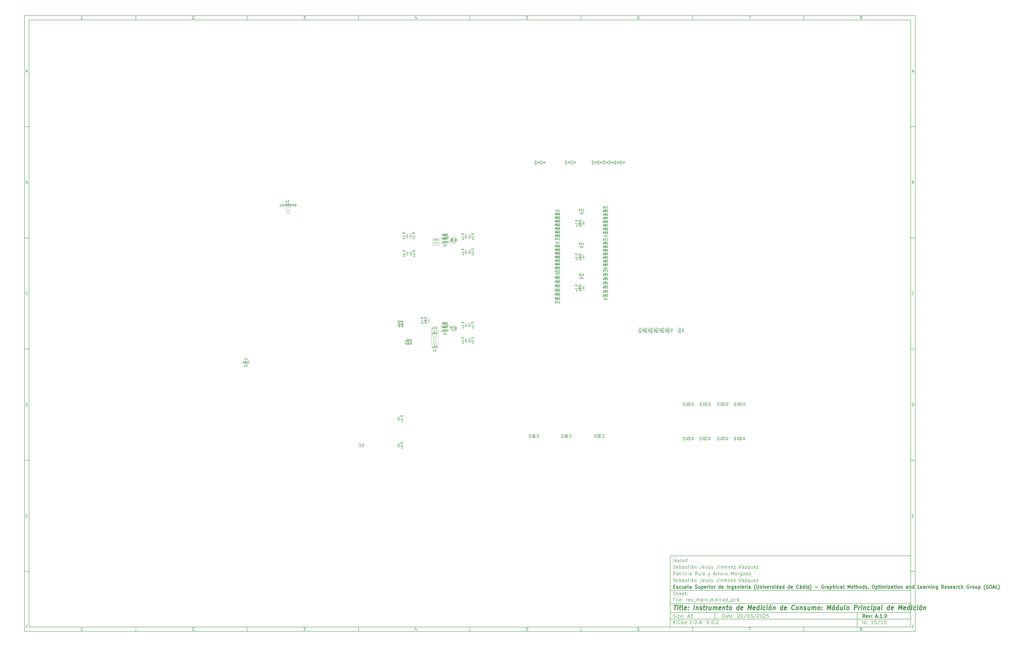
<source format=gbr>
%TF.GenerationSoftware,KiCad,Pcbnew,9.0.2*%
%TF.CreationDate,2025-11-09T22:55:19+01:00*%
%TF.ProjectId,rev_main_A,7265765f-6d61-4696-9e5f-412e6b696361,A.1.0*%
%TF.SameCoordinates,Original*%
%TF.FileFunction,AssemblyDrawing,Bot*%
%FSLAX46Y46*%
G04 Gerber Fmt 4.6, Leading zero omitted, Abs format (unit mm)*
G04 Created by KiCad (PCBNEW 9.0.2) date 2025-11-09 22:55:19*
%MOMM*%
%LPD*%
G01*
G04 APERTURE LIST*
%ADD10C,0.100000*%
%ADD11C,0.150000*%
%ADD12C,0.300000*%
%ADD13C,0.400000*%
%ADD14C,0.060000*%
%ADD15C,0.254000*%
%ADD16C,0.120000*%
G04 APERTURE END LIST*
D10*
D11*
X299989000Y-253002200D02*
X407989000Y-253002200D01*
X407989000Y-285002200D01*
X299989000Y-285002200D01*
X299989000Y-253002200D01*
D10*
D11*
X10000000Y-10000000D02*
X409989000Y-10000000D01*
X409989000Y-287002200D01*
X10000000Y-287002200D01*
X10000000Y-10000000D01*
D10*
D11*
X12000000Y-12000000D02*
X407989000Y-12000000D01*
X407989000Y-285002200D01*
X12000000Y-285002200D01*
X12000000Y-12000000D01*
D10*
D11*
X60000000Y-12000000D02*
X60000000Y-10000000D01*
D10*
D11*
X110000000Y-12000000D02*
X110000000Y-10000000D01*
D10*
D11*
X160000000Y-12000000D02*
X160000000Y-10000000D01*
D10*
D11*
X210000000Y-12000000D02*
X210000000Y-10000000D01*
D10*
D11*
X260000000Y-12000000D02*
X260000000Y-10000000D01*
D10*
D11*
X310000000Y-12000000D02*
X310000000Y-10000000D01*
D10*
D11*
X360000000Y-12000000D02*
X360000000Y-10000000D01*
D10*
D11*
X36089160Y-11593604D02*
X35346303Y-11593604D01*
X35717731Y-11593604D02*
X35717731Y-10293604D01*
X35717731Y-10293604D02*
X35593922Y-10479319D01*
X35593922Y-10479319D02*
X35470112Y-10603128D01*
X35470112Y-10603128D02*
X35346303Y-10665033D01*
D10*
D11*
X85346303Y-10417414D02*
X85408207Y-10355509D01*
X85408207Y-10355509D02*
X85532017Y-10293604D01*
X85532017Y-10293604D02*
X85841541Y-10293604D01*
X85841541Y-10293604D02*
X85965350Y-10355509D01*
X85965350Y-10355509D02*
X86027255Y-10417414D01*
X86027255Y-10417414D02*
X86089160Y-10541223D01*
X86089160Y-10541223D02*
X86089160Y-10665033D01*
X86089160Y-10665033D02*
X86027255Y-10850747D01*
X86027255Y-10850747D02*
X85284398Y-11593604D01*
X85284398Y-11593604D02*
X86089160Y-11593604D01*
D10*
D11*
X135284398Y-10293604D02*
X136089160Y-10293604D01*
X136089160Y-10293604D02*
X135655826Y-10788842D01*
X135655826Y-10788842D02*
X135841541Y-10788842D01*
X135841541Y-10788842D02*
X135965350Y-10850747D01*
X135965350Y-10850747D02*
X136027255Y-10912652D01*
X136027255Y-10912652D02*
X136089160Y-11036461D01*
X136089160Y-11036461D02*
X136089160Y-11345985D01*
X136089160Y-11345985D02*
X136027255Y-11469795D01*
X136027255Y-11469795D02*
X135965350Y-11531700D01*
X135965350Y-11531700D02*
X135841541Y-11593604D01*
X135841541Y-11593604D02*
X135470112Y-11593604D01*
X135470112Y-11593604D02*
X135346303Y-11531700D01*
X135346303Y-11531700D02*
X135284398Y-11469795D01*
D10*
D11*
X185965350Y-10726938D02*
X185965350Y-11593604D01*
X185655826Y-10231700D02*
X185346303Y-11160271D01*
X185346303Y-11160271D02*
X186151064Y-11160271D01*
D10*
D11*
X236027255Y-10293604D02*
X235408207Y-10293604D01*
X235408207Y-10293604D02*
X235346303Y-10912652D01*
X235346303Y-10912652D02*
X235408207Y-10850747D01*
X235408207Y-10850747D02*
X235532017Y-10788842D01*
X235532017Y-10788842D02*
X235841541Y-10788842D01*
X235841541Y-10788842D02*
X235965350Y-10850747D01*
X235965350Y-10850747D02*
X236027255Y-10912652D01*
X236027255Y-10912652D02*
X236089160Y-11036461D01*
X236089160Y-11036461D02*
X236089160Y-11345985D01*
X236089160Y-11345985D02*
X236027255Y-11469795D01*
X236027255Y-11469795D02*
X235965350Y-11531700D01*
X235965350Y-11531700D02*
X235841541Y-11593604D01*
X235841541Y-11593604D02*
X235532017Y-11593604D01*
X235532017Y-11593604D02*
X235408207Y-11531700D01*
X235408207Y-11531700D02*
X235346303Y-11469795D01*
D10*
D11*
X285965350Y-10293604D02*
X285717731Y-10293604D01*
X285717731Y-10293604D02*
X285593922Y-10355509D01*
X285593922Y-10355509D02*
X285532017Y-10417414D01*
X285532017Y-10417414D02*
X285408207Y-10603128D01*
X285408207Y-10603128D02*
X285346303Y-10850747D01*
X285346303Y-10850747D02*
X285346303Y-11345985D01*
X285346303Y-11345985D02*
X285408207Y-11469795D01*
X285408207Y-11469795D02*
X285470112Y-11531700D01*
X285470112Y-11531700D02*
X285593922Y-11593604D01*
X285593922Y-11593604D02*
X285841541Y-11593604D01*
X285841541Y-11593604D02*
X285965350Y-11531700D01*
X285965350Y-11531700D02*
X286027255Y-11469795D01*
X286027255Y-11469795D02*
X286089160Y-11345985D01*
X286089160Y-11345985D02*
X286089160Y-11036461D01*
X286089160Y-11036461D02*
X286027255Y-10912652D01*
X286027255Y-10912652D02*
X285965350Y-10850747D01*
X285965350Y-10850747D02*
X285841541Y-10788842D01*
X285841541Y-10788842D02*
X285593922Y-10788842D01*
X285593922Y-10788842D02*
X285470112Y-10850747D01*
X285470112Y-10850747D02*
X285408207Y-10912652D01*
X285408207Y-10912652D02*
X285346303Y-11036461D01*
D10*
D11*
X335284398Y-10293604D02*
X336151064Y-10293604D01*
X336151064Y-10293604D02*
X335593922Y-11593604D01*
D10*
D11*
X385593922Y-10850747D02*
X385470112Y-10788842D01*
X385470112Y-10788842D02*
X385408207Y-10726938D01*
X385408207Y-10726938D02*
X385346303Y-10603128D01*
X385346303Y-10603128D02*
X385346303Y-10541223D01*
X385346303Y-10541223D02*
X385408207Y-10417414D01*
X385408207Y-10417414D02*
X385470112Y-10355509D01*
X385470112Y-10355509D02*
X385593922Y-10293604D01*
X385593922Y-10293604D02*
X385841541Y-10293604D01*
X385841541Y-10293604D02*
X385965350Y-10355509D01*
X385965350Y-10355509D02*
X386027255Y-10417414D01*
X386027255Y-10417414D02*
X386089160Y-10541223D01*
X386089160Y-10541223D02*
X386089160Y-10603128D01*
X386089160Y-10603128D02*
X386027255Y-10726938D01*
X386027255Y-10726938D02*
X385965350Y-10788842D01*
X385965350Y-10788842D02*
X385841541Y-10850747D01*
X385841541Y-10850747D02*
X385593922Y-10850747D01*
X385593922Y-10850747D02*
X385470112Y-10912652D01*
X385470112Y-10912652D02*
X385408207Y-10974557D01*
X385408207Y-10974557D02*
X385346303Y-11098366D01*
X385346303Y-11098366D02*
X385346303Y-11345985D01*
X385346303Y-11345985D02*
X385408207Y-11469795D01*
X385408207Y-11469795D02*
X385470112Y-11531700D01*
X385470112Y-11531700D02*
X385593922Y-11593604D01*
X385593922Y-11593604D02*
X385841541Y-11593604D01*
X385841541Y-11593604D02*
X385965350Y-11531700D01*
X385965350Y-11531700D02*
X386027255Y-11469795D01*
X386027255Y-11469795D02*
X386089160Y-11345985D01*
X386089160Y-11345985D02*
X386089160Y-11098366D01*
X386089160Y-11098366D02*
X386027255Y-10974557D01*
X386027255Y-10974557D02*
X385965350Y-10912652D01*
X385965350Y-10912652D02*
X385841541Y-10850747D01*
D10*
D11*
X60000000Y-285002200D02*
X60000000Y-287002200D01*
D10*
D11*
X110000000Y-285002200D02*
X110000000Y-287002200D01*
D10*
D11*
X160000000Y-285002200D02*
X160000000Y-287002200D01*
D10*
D11*
X210000000Y-285002200D02*
X210000000Y-287002200D01*
D10*
D11*
X260000000Y-285002200D02*
X260000000Y-287002200D01*
D10*
D11*
X310000000Y-285002200D02*
X310000000Y-287002200D01*
D10*
D11*
X360000000Y-285002200D02*
X360000000Y-287002200D01*
D10*
D11*
X36089160Y-286595804D02*
X35346303Y-286595804D01*
X35717731Y-286595804D02*
X35717731Y-285295804D01*
X35717731Y-285295804D02*
X35593922Y-285481519D01*
X35593922Y-285481519D02*
X35470112Y-285605328D01*
X35470112Y-285605328D02*
X35346303Y-285667233D01*
D10*
D11*
X85346303Y-285419614D02*
X85408207Y-285357709D01*
X85408207Y-285357709D02*
X85532017Y-285295804D01*
X85532017Y-285295804D02*
X85841541Y-285295804D01*
X85841541Y-285295804D02*
X85965350Y-285357709D01*
X85965350Y-285357709D02*
X86027255Y-285419614D01*
X86027255Y-285419614D02*
X86089160Y-285543423D01*
X86089160Y-285543423D02*
X86089160Y-285667233D01*
X86089160Y-285667233D02*
X86027255Y-285852947D01*
X86027255Y-285852947D02*
X85284398Y-286595804D01*
X85284398Y-286595804D02*
X86089160Y-286595804D01*
D10*
D11*
X135284398Y-285295804D02*
X136089160Y-285295804D01*
X136089160Y-285295804D02*
X135655826Y-285791042D01*
X135655826Y-285791042D02*
X135841541Y-285791042D01*
X135841541Y-285791042D02*
X135965350Y-285852947D01*
X135965350Y-285852947D02*
X136027255Y-285914852D01*
X136027255Y-285914852D02*
X136089160Y-286038661D01*
X136089160Y-286038661D02*
X136089160Y-286348185D01*
X136089160Y-286348185D02*
X136027255Y-286471995D01*
X136027255Y-286471995D02*
X135965350Y-286533900D01*
X135965350Y-286533900D02*
X135841541Y-286595804D01*
X135841541Y-286595804D02*
X135470112Y-286595804D01*
X135470112Y-286595804D02*
X135346303Y-286533900D01*
X135346303Y-286533900D02*
X135284398Y-286471995D01*
D10*
D11*
X185965350Y-285729138D02*
X185965350Y-286595804D01*
X185655826Y-285233900D02*
X185346303Y-286162471D01*
X185346303Y-286162471D02*
X186151064Y-286162471D01*
D10*
D11*
X236027255Y-285295804D02*
X235408207Y-285295804D01*
X235408207Y-285295804D02*
X235346303Y-285914852D01*
X235346303Y-285914852D02*
X235408207Y-285852947D01*
X235408207Y-285852947D02*
X235532017Y-285791042D01*
X235532017Y-285791042D02*
X235841541Y-285791042D01*
X235841541Y-285791042D02*
X235965350Y-285852947D01*
X235965350Y-285852947D02*
X236027255Y-285914852D01*
X236027255Y-285914852D02*
X236089160Y-286038661D01*
X236089160Y-286038661D02*
X236089160Y-286348185D01*
X236089160Y-286348185D02*
X236027255Y-286471995D01*
X236027255Y-286471995D02*
X235965350Y-286533900D01*
X235965350Y-286533900D02*
X235841541Y-286595804D01*
X235841541Y-286595804D02*
X235532017Y-286595804D01*
X235532017Y-286595804D02*
X235408207Y-286533900D01*
X235408207Y-286533900D02*
X235346303Y-286471995D01*
D10*
D11*
X285965350Y-285295804D02*
X285717731Y-285295804D01*
X285717731Y-285295804D02*
X285593922Y-285357709D01*
X285593922Y-285357709D02*
X285532017Y-285419614D01*
X285532017Y-285419614D02*
X285408207Y-285605328D01*
X285408207Y-285605328D02*
X285346303Y-285852947D01*
X285346303Y-285852947D02*
X285346303Y-286348185D01*
X285346303Y-286348185D02*
X285408207Y-286471995D01*
X285408207Y-286471995D02*
X285470112Y-286533900D01*
X285470112Y-286533900D02*
X285593922Y-286595804D01*
X285593922Y-286595804D02*
X285841541Y-286595804D01*
X285841541Y-286595804D02*
X285965350Y-286533900D01*
X285965350Y-286533900D02*
X286027255Y-286471995D01*
X286027255Y-286471995D02*
X286089160Y-286348185D01*
X286089160Y-286348185D02*
X286089160Y-286038661D01*
X286089160Y-286038661D02*
X286027255Y-285914852D01*
X286027255Y-285914852D02*
X285965350Y-285852947D01*
X285965350Y-285852947D02*
X285841541Y-285791042D01*
X285841541Y-285791042D02*
X285593922Y-285791042D01*
X285593922Y-285791042D02*
X285470112Y-285852947D01*
X285470112Y-285852947D02*
X285408207Y-285914852D01*
X285408207Y-285914852D02*
X285346303Y-286038661D01*
D10*
D11*
X335284398Y-285295804D02*
X336151064Y-285295804D01*
X336151064Y-285295804D02*
X335593922Y-286595804D01*
D10*
D11*
X385593922Y-285852947D02*
X385470112Y-285791042D01*
X385470112Y-285791042D02*
X385408207Y-285729138D01*
X385408207Y-285729138D02*
X385346303Y-285605328D01*
X385346303Y-285605328D02*
X385346303Y-285543423D01*
X385346303Y-285543423D02*
X385408207Y-285419614D01*
X385408207Y-285419614D02*
X385470112Y-285357709D01*
X385470112Y-285357709D02*
X385593922Y-285295804D01*
X385593922Y-285295804D02*
X385841541Y-285295804D01*
X385841541Y-285295804D02*
X385965350Y-285357709D01*
X385965350Y-285357709D02*
X386027255Y-285419614D01*
X386027255Y-285419614D02*
X386089160Y-285543423D01*
X386089160Y-285543423D02*
X386089160Y-285605328D01*
X386089160Y-285605328D02*
X386027255Y-285729138D01*
X386027255Y-285729138D02*
X385965350Y-285791042D01*
X385965350Y-285791042D02*
X385841541Y-285852947D01*
X385841541Y-285852947D02*
X385593922Y-285852947D01*
X385593922Y-285852947D02*
X385470112Y-285914852D01*
X385470112Y-285914852D02*
X385408207Y-285976757D01*
X385408207Y-285976757D02*
X385346303Y-286100566D01*
X385346303Y-286100566D02*
X385346303Y-286348185D01*
X385346303Y-286348185D02*
X385408207Y-286471995D01*
X385408207Y-286471995D02*
X385470112Y-286533900D01*
X385470112Y-286533900D02*
X385593922Y-286595804D01*
X385593922Y-286595804D02*
X385841541Y-286595804D01*
X385841541Y-286595804D02*
X385965350Y-286533900D01*
X385965350Y-286533900D02*
X386027255Y-286471995D01*
X386027255Y-286471995D02*
X386089160Y-286348185D01*
X386089160Y-286348185D02*
X386089160Y-286100566D01*
X386089160Y-286100566D02*
X386027255Y-285976757D01*
X386027255Y-285976757D02*
X385965350Y-285914852D01*
X385965350Y-285914852D02*
X385841541Y-285852947D01*
D10*
D11*
X10000000Y-60000000D02*
X12000000Y-60000000D01*
D10*
D11*
X10000000Y-110000000D02*
X12000000Y-110000000D01*
D10*
D11*
X10000000Y-160000000D02*
X12000000Y-160000000D01*
D10*
D11*
X10000000Y-210000000D02*
X12000000Y-210000000D01*
D10*
D11*
X10000000Y-260000000D02*
X12000000Y-260000000D01*
D10*
D11*
X10690476Y-35222176D02*
X11309523Y-35222176D01*
X10566666Y-35593604D02*
X10999999Y-34293604D01*
X10999999Y-34293604D02*
X11433333Y-35593604D01*
D10*
D11*
X11092857Y-84912652D02*
X11278571Y-84974557D01*
X11278571Y-84974557D02*
X11340476Y-85036461D01*
X11340476Y-85036461D02*
X11402380Y-85160271D01*
X11402380Y-85160271D02*
X11402380Y-85345985D01*
X11402380Y-85345985D02*
X11340476Y-85469795D01*
X11340476Y-85469795D02*
X11278571Y-85531700D01*
X11278571Y-85531700D02*
X11154761Y-85593604D01*
X11154761Y-85593604D02*
X10659523Y-85593604D01*
X10659523Y-85593604D02*
X10659523Y-84293604D01*
X10659523Y-84293604D02*
X11092857Y-84293604D01*
X11092857Y-84293604D02*
X11216666Y-84355509D01*
X11216666Y-84355509D02*
X11278571Y-84417414D01*
X11278571Y-84417414D02*
X11340476Y-84541223D01*
X11340476Y-84541223D02*
X11340476Y-84665033D01*
X11340476Y-84665033D02*
X11278571Y-84788842D01*
X11278571Y-84788842D02*
X11216666Y-84850747D01*
X11216666Y-84850747D02*
X11092857Y-84912652D01*
X11092857Y-84912652D02*
X10659523Y-84912652D01*
D10*
D11*
X11402380Y-135469795D02*
X11340476Y-135531700D01*
X11340476Y-135531700D02*
X11154761Y-135593604D01*
X11154761Y-135593604D02*
X11030952Y-135593604D01*
X11030952Y-135593604D02*
X10845238Y-135531700D01*
X10845238Y-135531700D02*
X10721428Y-135407890D01*
X10721428Y-135407890D02*
X10659523Y-135284080D01*
X10659523Y-135284080D02*
X10597619Y-135036461D01*
X10597619Y-135036461D02*
X10597619Y-134850747D01*
X10597619Y-134850747D02*
X10659523Y-134603128D01*
X10659523Y-134603128D02*
X10721428Y-134479319D01*
X10721428Y-134479319D02*
X10845238Y-134355509D01*
X10845238Y-134355509D02*
X11030952Y-134293604D01*
X11030952Y-134293604D02*
X11154761Y-134293604D01*
X11154761Y-134293604D02*
X11340476Y-134355509D01*
X11340476Y-134355509D02*
X11402380Y-134417414D01*
D10*
D11*
X10659523Y-185593604D02*
X10659523Y-184293604D01*
X10659523Y-184293604D02*
X10969047Y-184293604D01*
X10969047Y-184293604D02*
X11154761Y-184355509D01*
X11154761Y-184355509D02*
X11278571Y-184479319D01*
X11278571Y-184479319D02*
X11340476Y-184603128D01*
X11340476Y-184603128D02*
X11402380Y-184850747D01*
X11402380Y-184850747D02*
X11402380Y-185036461D01*
X11402380Y-185036461D02*
X11340476Y-185284080D01*
X11340476Y-185284080D02*
X11278571Y-185407890D01*
X11278571Y-185407890D02*
X11154761Y-185531700D01*
X11154761Y-185531700D02*
X10969047Y-185593604D01*
X10969047Y-185593604D02*
X10659523Y-185593604D01*
D10*
D11*
X10721428Y-234912652D02*
X11154762Y-234912652D01*
X11340476Y-235593604D02*
X10721428Y-235593604D01*
X10721428Y-235593604D02*
X10721428Y-234293604D01*
X10721428Y-234293604D02*
X11340476Y-234293604D01*
D10*
D11*
X11185714Y-284912652D02*
X10752380Y-284912652D01*
X10752380Y-285593604D02*
X10752380Y-284293604D01*
X10752380Y-284293604D02*
X11371428Y-284293604D01*
D10*
D11*
X409989000Y-60000000D02*
X407989000Y-60000000D01*
D10*
D11*
X409989000Y-110000000D02*
X407989000Y-110000000D01*
D10*
D11*
X409989000Y-160000000D02*
X407989000Y-160000000D01*
D10*
D11*
X409989000Y-210000000D02*
X407989000Y-210000000D01*
D10*
D11*
X409989000Y-260000000D02*
X407989000Y-260000000D01*
D10*
D11*
X408679476Y-35222176D02*
X409298523Y-35222176D01*
X408555666Y-35593604D02*
X408988999Y-34293604D01*
X408988999Y-34293604D02*
X409422333Y-35593604D01*
D10*
D11*
X409081857Y-84912652D02*
X409267571Y-84974557D01*
X409267571Y-84974557D02*
X409329476Y-85036461D01*
X409329476Y-85036461D02*
X409391380Y-85160271D01*
X409391380Y-85160271D02*
X409391380Y-85345985D01*
X409391380Y-85345985D02*
X409329476Y-85469795D01*
X409329476Y-85469795D02*
X409267571Y-85531700D01*
X409267571Y-85531700D02*
X409143761Y-85593604D01*
X409143761Y-85593604D02*
X408648523Y-85593604D01*
X408648523Y-85593604D02*
X408648523Y-84293604D01*
X408648523Y-84293604D02*
X409081857Y-84293604D01*
X409081857Y-84293604D02*
X409205666Y-84355509D01*
X409205666Y-84355509D02*
X409267571Y-84417414D01*
X409267571Y-84417414D02*
X409329476Y-84541223D01*
X409329476Y-84541223D02*
X409329476Y-84665033D01*
X409329476Y-84665033D02*
X409267571Y-84788842D01*
X409267571Y-84788842D02*
X409205666Y-84850747D01*
X409205666Y-84850747D02*
X409081857Y-84912652D01*
X409081857Y-84912652D02*
X408648523Y-84912652D01*
D10*
D11*
X409391380Y-135469795D02*
X409329476Y-135531700D01*
X409329476Y-135531700D02*
X409143761Y-135593604D01*
X409143761Y-135593604D02*
X409019952Y-135593604D01*
X409019952Y-135593604D02*
X408834238Y-135531700D01*
X408834238Y-135531700D02*
X408710428Y-135407890D01*
X408710428Y-135407890D02*
X408648523Y-135284080D01*
X408648523Y-135284080D02*
X408586619Y-135036461D01*
X408586619Y-135036461D02*
X408586619Y-134850747D01*
X408586619Y-134850747D02*
X408648523Y-134603128D01*
X408648523Y-134603128D02*
X408710428Y-134479319D01*
X408710428Y-134479319D02*
X408834238Y-134355509D01*
X408834238Y-134355509D02*
X409019952Y-134293604D01*
X409019952Y-134293604D02*
X409143761Y-134293604D01*
X409143761Y-134293604D02*
X409329476Y-134355509D01*
X409329476Y-134355509D02*
X409391380Y-134417414D01*
D10*
D11*
X408648523Y-185593604D02*
X408648523Y-184293604D01*
X408648523Y-184293604D02*
X408958047Y-184293604D01*
X408958047Y-184293604D02*
X409143761Y-184355509D01*
X409143761Y-184355509D02*
X409267571Y-184479319D01*
X409267571Y-184479319D02*
X409329476Y-184603128D01*
X409329476Y-184603128D02*
X409391380Y-184850747D01*
X409391380Y-184850747D02*
X409391380Y-185036461D01*
X409391380Y-185036461D02*
X409329476Y-185284080D01*
X409329476Y-185284080D02*
X409267571Y-185407890D01*
X409267571Y-185407890D02*
X409143761Y-185531700D01*
X409143761Y-185531700D02*
X408958047Y-185593604D01*
X408958047Y-185593604D02*
X408648523Y-185593604D01*
D10*
D11*
X408710428Y-234912652D02*
X409143762Y-234912652D01*
X409329476Y-235593604D02*
X408710428Y-235593604D01*
X408710428Y-235593604D02*
X408710428Y-234293604D01*
X408710428Y-234293604D02*
X409329476Y-234293604D01*
D10*
D11*
X409174714Y-284912652D02*
X408741380Y-284912652D01*
X408741380Y-285593604D02*
X408741380Y-284293604D01*
X408741380Y-284293604D02*
X409360428Y-284293604D01*
D10*
D11*
X323444826Y-280788328D02*
X323444826Y-279288328D01*
X323444826Y-279288328D02*
X323801969Y-279288328D01*
X323801969Y-279288328D02*
X324016255Y-279359757D01*
X324016255Y-279359757D02*
X324159112Y-279502614D01*
X324159112Y-279502614D02*
X324230541Y-279645471D01*
X324230541Y-279645471D02*
X324301969Y-279931185D01*
X324301969Y-279931185D02*
X324301969Y-280145471D01*
X324301969Y-280145471D02*
X324230541Y-280431185D01*
X324230541Y-280431185D02*
X324159112Y-280574042D01*
X324159112Y-280574042D02*
X324016255Y-280716900D01*
X324016255Y-280716900D02*
X323801969Y-280788328D01*
X323801969Y-280788328D02*
X323444826Y-280788328D01*
X325587684Y-280788328D02*
X325587684Y-280002614D01*
X325587684Y-280002614D02*
X325516255Y-279859757D01*
X325516255Y-279859757D02*
X325373398Y-279788328D01*
X325373398Y-279788328D02*
X325087684Y-279788328D01*
X325087684Y-279788328D02*
X324944826Y-279859757D01*
X325587684Y-280716900D02*
X325444826Y-280788328D01*
X325444826Y-280788328D02*
X325087684Y-280788328D01*
X325087684Y-280788328D02*
X324944826Y-280716900D01*
X324944826Y-280716900D02*
X324873398Y-280574042D01*
X324873398Y-280574042D02*
X324873398Y-280431185D01*
X324873398Y-280431185D02*
X324944826Y-280288328D01*
X324944826Y-280288328D02*
X325087684Y-280216900D01*
X325087684Y-280216900D02*
X325444826Y-280216900D01*
X325444826Y-280216900D02*
X325587684Y-280145471D01*
X326087684Y-279788328D02*
X326659112Y-279788328D01*
X326301969Y-279288328D02*
X326301969Y-280574042D01*
X326301969Y-280574042D02*
X326373398Y-280716900D01*
X326373398Y-280716900D02*
X326516255Y-280788328D01*
X326516255Y-280788328D02*
X326659112Y-280788328D01*
X327730541Y-280716900D02*
X327587684Y-280788328D01*
X327587684Y-280788328D02*
X327301970Y-280788328D01*
X327301970Y-280788328D02*
X327159112Y-280716900D01*
X327159112Y-280716900D02*
X327087684Y-280574042D01*
X327087684Y-280574042D02*
X327087684Y-280002614D01*
X327087684Y-280002614D02*
X327159112Y-279859757D01*
X327159112Y-279859757D02*
X327301970Y-279788328D01*
X327301970Y-279788328D02*
X327587684Y-279788328D01*
X327587684Y-279788328D02*
X327730541Y-279859757D01*
X327730541Y-279859757D02*
X327801970Y-280002614D01*
X327801970Y-280002614D02*
X327801970Y-280145471D01*
X327801970Y-280145471D02*
X327087684Y-280288328D01*
X328444826Y-280645471D02*
X328516255Y-280716900D01*
X328516255Y-280716900D02*
X328444826Y-280788328D01*
X328444826Y-280788328D02*
X328373398Y-280716900D01*
X328373398Y-280716900D02*
X328444826Y-280645471D01*
X328444826Y-280645471D02*
X328444826Y-280788328D01*
X328444826Y-279859757D02*
X328516255Y-279931185D01*
X328516255Y-279931185D02*
X328444826Y-280002614D01*
X328444826Y-280002614D02*
X328373398Y-279931185D01*
X328373398Y-279931185D02*
X328444826Y-279859757D01*
X328444826Y-279859757D02*
X328444826Y-280002614D01*
X330230541Y-279431185D02*
X330301969Y-279359757D01*
X330301969Y-279359757D02*
X330444827Y-279288328D01*
X330444827Y-279288328D02*
X330801969Y-279288328D01*
X330801969Y-279288328D02*
X330944827Y-279359757D01*
X330944827Y-279359757D02*
X331016255Y-279431185D01*
X331016255Y-279431185D02*
X331087684Y-279574042D01*
X331087684Y-279574042D02*
X331087684Y-279716900D01*
X331087684Y-279716900D02*
X331016255Y-279931185D01*
X331016255Y-279931185D02*
X330159112Y-280788328D01*
X330159112Y-280788328D02*
X331087684Y-280788328D01*
X332016255Y-279288328D02*
X332159112Y-279288328D01*
X332159112Y-279288328D02*
X332301969Y-279359757D01*
X332301969Y-279359757D02*
X332373398Y-279431185D01*
X332373398Y-279431185D02*
X332444826Y-279574042D01*
X332444826Y-279574042D02*
X332516255Y-279859757D01*
X332516255Y-279859757D02*
X332516255Y-280216900D01*
X332516255Y-280216900D02*
X332444826Y-280502614D01*
X332444826Y-280502614D02*
X332373398Y-280645471D01*
X332373398Y-280645471D02*
X332301969Y-280716900D01*
X332301969Y-280716900D02*
X332159112Y-280788328D01*
X332159112Y-280788328D02*
X332016255Y-280788328D01*
X332016255Y-280788328D02*
X331873398Y-280716900D01*
X331873398Y-280716900D02*
X331801969Y-280645471D01*
X331801969Y-280645471D02*
X331730540Y-280502614D01*
X331730540Y-280502614D02*
X331659112Y-280216900D01*
X331659112Y-280216900D02*
X331659112Y-279859757D01*
X331659112Y-279859757D02*
X331730540Y-279574042D01*
X331730540Y-279574042D02*
X331801969Y-279431185D01*
X331801969Y-279431185D02*
X331873398Y-279359757D01*
X331873398Y-279359757D02*
X332016255Y-279288328D01*
X334230540Y-279216900D02*
X332944826Y-281145471D01*
X335016255Y-279288328D02*
X335159112Y-279288328D01*
X335159112Y-279288328D02*
X335301969Y-279359757D01*
X335301969Y-279359757D02*
X335373398Y-279431185D01*
X335373398Y-279431185D02*
X335444826Y-279574042D01*
X335444826Y-279574042D02*
X335516255Y-279859757D01*
X335516255Y-279859757D02*
X335516255Y-280216900D01*
X335516255Y-280216900D02*
X335444826Y-280502614D01*
X335444826Y-280502614D02*
X335373398Y-280645471D01*
X335373398Y-280645471D02*
X335301969Y-280716900D01*
X335301969Y-280716900D02*
X335159112Y-280788328D01*
X335159112Y-280788328D02*
X335016255Y-280788328D01*
X335016255Y-280788328D02*
X334873398Y-280716900D01*
X334873398Y-280716900D02*
X334801969Y-280645471D01*
X334801969Y-280645471D02*
X334730540Y-280502614D01*
X334730540Y-280502614D02*
X334659112Y-280216900D01*
X334659112Y-280216900D02*
X334659112Y-279859757D01*
X334659112Y-279859757D02*
X334730540Y-279574042D01*
X334730540Y-279574042D02*
X334801969Y-279431185D01*
X334801969Y-279431185D02*
X334873398Y-279359757D01*
X334873398Y-279359757D02*
X335016255Y-279288328D01*
X336016254Y-279288328D02*
X336944826Y-279288328D01*
X336944826Y-279288328D02*
X336444826Y-279859757D01*
X336444826Y-279859757D02*
X336659111Y-279859757D01*
X336659111Y-279859757D02*
X336801969Y-279931185D01*
X336801969Y-279931185D02*
X336873397Y-280002614D01*
X336873397Y-280002614D02*
X336944826Y-280145471D01*
X336944826Y-280145471D02*
X336944826Y-280502614D01*
X336944826Y-280502614D02*
X336873397Y-280645471D01*
X336873397Y-280645471D02*
X336801969Y-280716900D01*
X336801969Y-280716900D02*
X336659111Y-280788328D01*
X336659111Y-280788328D02*
X336230540Y-280788328D01*
X336230540Y-280788328D02*
X336087683Y-280716900D01*
X336087683Y-280716900D02*
X336016254Y-280645471D01*
X338659111Y-279216900D02*
X337373397Y-281145471D01*
X339087683Y-279431185D02*
X339159111Y-279359757D01*
X339159111Y-279359757D02*
X339301969Y-279288328D01*
X339301969Y-279288328D02*
X339659111Y-279288328D01*
X339659111Y-279288328D02*
X339801969Y-279359757D01*
X339801969Y-279359757D02*
X339873397Y-279431185D01*
X339873397Y-279431185D02*
X339944826Y-279574042D01*
X339944826Y-279574042D02*
X339944826Y-279716900D01*
X339944826Y-279716900D02*
X339873397Y-279931185D01*
X339873397Y-279931185D02*
X339016254Y-280788328D01*
X339016254Y-280788328D02*
X339944826Y-280788328D01*
X340873397Y-279288328D02*
X341016254Y-279288328D01*
X341016254Y-279288328D02*
X341159111Y-279359757D01*
X341159111Y-279359757D02*
X341230540Y-279431185D01*
X341230540Y-279431185D02*
X341301968Y-279574042D01*
X341301968Y-279574042D02*
X341373397Y-279859757D01*
X341373397Y-279859757D02*
X341373397Y-280216900D01*
X341373397Y-280216900D02*
X341301968Y-280502614D01*
X341301968Y-280502614D02*
X341230540Y-280645471D01*
X341230540Y-280645471D02*
X341159111Y-280716900D01*
X341159111Y-280716900D02*
X341016254Y-280788328D01*
X341016254Y-280788328D02*
X340873397Y-280788328D01*
X340873397Y-280788328D02*
X340730540Y-280716900D01*
X340730540Y-280716900D02*
X340659111Y-280645471D01*
X340659111Y-280645471D02*
X340587682Y-280502614D01*
X340587682Y-280502614D02*
X340516254Y-280216900D01*
X340516254Y-280216900D02*
X340516254Y-279859757D01*
X340516254Y-279859757D02*
X340587682Y-279574042D01*
X340587682Y-279574042D02*
X340659111Y-279431185D01*
X340659111Y-279431185D02*
X340730540Y-279359757D01*
X340730540Y-279359757D02*
X340873397Y-279288328D01*
X341944825Y-279431185D02*
X342016253Y-279359757D01*
X342016253Y-279359757D02*
X342159111Y-279288328D01*
X342159111Y-279288328D02*
X342516253Y-279288328D01*
X342516253Y-279288328D02*
X342659111Y-279359757D01*
X342659111Y-279359757D02*
X342730539Y-279431185D01*
X342730539Y-279431185D02*
X342801968Y-279574042D01*
X342801968Y-279574042D02*
X342801968Y-279716900D01*
X342801968Y-279716900D02*
X342730539Y-279931185D01*
X342730539Y-279931185D02*
X341873396Y-280788328D01*
X341873396Y-280788328D02*
X342801968Y-280788328D01*
X344159110Y-279288328D02*
X343444824Y-279288328D01*
X343444824Y-279288328D02*
X343373396Y-280002614D01*
X343373396Y-280002614D02*
X343444824Y-279931185D01*
X343444824Y-279931185D02*
X343587682Y-279859757D01*
X343587682Y-279859757D02*
X343944824Y-279859757D01*
X343944824Y-279859757D02*
X344087682Y-279931185D01*
X344087682Y-279931185D02*
X344159110Y-280002614D01*
X344159110Y-280002614D02*
X344230539Y-280145471D01*
X344230539Y-280145471D02*
X344230539Y-280502614D01*
X344230539Y-280502614D02*
X344159110Y-280645471D01*
X344159110Y-280645471D02*
X344087682Y-280716900D01*
X344087682Y-280716900D02*
X343944824Y-280788328D01*
X343944824Y-280788328D02*
X343587682Y-280788328D01*
X343587682Y-280788328D02*
X343444824Y-280716900D01*
X343444824Y-280716900D02*
X343373396Y-280645471D01*
D10*
D11*
X299989000Y-281502200D02*
X407989000Y-281502200D01*
D10*
D11*
X301444826Y-283588328D02*
X301444826Y-282088328D01*
X302301969Y-283588328D02*
X301659112Y-282731185D01*
X302301969Y-282088328D02*
X301444826Y-282945471D01*
X302944826Y-283588328D02*
X302944826Y-282588328D01*
X302944826Y-282088328D02*
X302873398Y-282159757D01*
X302873398Y-282159757D02*
X302944826Y-282231185D01*
X302944826Y-282231185D02*
X303016255Y-282159757D01*
X303016255Y-282159757D02*
X302944826Y-282088328D01*
X302944826Y-282088328D02*
X302944826Y-282231185D01*
X304516255Y-283445471D02*
X304444827Y-283516900D01*
X304444827Y-283516900D02*
X304230541Y-283588328D01*
X304230541Y-283588328D02*
X304087684Y-283588328D01*
X304087684Y-283588328D02*
X303873398Y-283516900D01*
X303873398Y-283516900D02*
X303730541Y-283374042D01*
X303730541Y-283374042D02*
X303659112Y-283231185D01*
X303659112Y-283231185D02*
X303587684Y-282945471D01*
X303587684Y-282945471D02*
X303587684Y-282731185D01*
X303587684Y-282731185D02*
X303659112Y-282445471D01*
X303659112Y-282445471D02*
X303730541Y-282302614D01*
X303730541Y-282302614D02*
X303873398Y-282159757D01*
X303873398Y-282159757D02*
X304087684Y-282088328D01*
X304087684Y-282088328D02*
X304230541Y-282088328D01*
X304230541Y-282088328D02*
X304444827Y-282159757D01*
X304444827Y-282159757D02*
X304516255Y-282231185D01*
X305801970Y-283588328D02*
X305801970Y-282802614D01*
X305801970Y-282802614D02*
X305730541Y-282659757D01*
X305730541Y-282659757D02*
X305587684Y-282588328D01*
X305587684Y-282588328D02*
X305301970Y-282588328D01*
X305301970Y-282588328D02*
X305159112Y-282659757D01*
X305801970Y-283516900D02*
X305659112Y-283588328D01*
X305659112Y-283588328D02*
X305301970Y-283588328D01*
X305301970Y-283588328D02*
X305159112Y-283516900D01*
X305159112Y-283516900D02*
X305087684Y-283374042D01*
X305087684Y-283374042D02*
X305087684Y-283231185D01*
X305087684Y-283231185D02*
X305159112Y-283088328D01*
X305159112Y-283088328D02*
X305301970Y-283016900D01*
X305301970Y-283016900D02*
X305659112Y-283016900D01*
X305659112Y-283016900D02*
X305801970Y-282945471D01*
X307159113Y-283588328D02*
X307159113Y-282088328D01*
X307159113Y-283516900D02*
X307016255Y-283588328D01*
X307016255Y-283588328D02*
X306730541Y-283588328D01*
X306730541Y-283588328D02*
X306587684Y-283516900D01*
X306587684Y-283516900D02*
X306516255Y-283445471D01*
X306516255Y-283445471D02*
X306444827Y-283302614D01*
X306444827Y-283302614D02*
X306444827Y-282874042D01*
X306444827Y-282874042D02*
X306516255Y-282731185D01*
X306516255Y-282731185D02*
X306587684Y-282659757D01*
X306587684Y-282659757D02*
X306730541Y-282588328D01*
X306730541Y-282588328D02*
X307016255Y-282588328D01*
X307016255Y-282588328D02*
X307159113Y-282659757D01*
X309016255Y-282802614D02*
X309516255Y-282802614D01*
X309730541Y-283588328D02*
X309016255Y-283588328D01*
X309016255Y-283588328D02*
X309016255Y-282088328D01*
X309016255Y-282088328D02*
X309730541Y-282088328D01*
X310373398Y-283445471D02*
X310444827Y-283516900D01*
X310444827Y-283516900D02*
X310373398Y-283588328D01*
X310373398Y-283588328D02*
X310301970Y-283516900D01*
X310301970Y-283516900D02*
X310373398Y-283445471D01*
X310373398Y-283445471D02*
X310373398Y-283588328D01*
X311087684Y-283588328D02*
X311087684Y-282088328D01*
X311087684Y-282088328D02*
X311444827Y-282088328D01*
X311444827Y-282088328D02*
X311659113Y-282159757D01*
X311659113Y-282159757D02*
X311801970Y-282302614D01*
X311801970Y-282302614D02*
X311873399Y-282445471D01*
X311873399Y-282445471D02*
X311944827Y-282731185D01*
X311944827Y-282731185D02*
X311944827Y-282945471D01*
X311944827Y-282945471D02*
X311873399Y-283231185D01*
X311873399Y-283231185D02*
X311801970Y-283374042D01*
X311801970Y-283374042D02*
X311659113Y-283516900D01*
X311659113Y-283516900D02*
X311444827Y-283588328D01*
X311444827Y-283588328D02*
X311087684Y-283588328D01*
X312587684Y-283445471D02*
X312659113Y-283516900D01*
X312659113Y-283516900D02*
X312587684Y-283588328D01*
X312587684Y-283588328D02*
X312516256Y-283516900D01*
X312516256Y-283516900D02*
X312587684Y-283445471D01*
X312587684Y-283445471D02*
X312587684Y-283588328D01*
X313230542Y-283159757D02*
X313944828Y-283159757D01*
X313087685Y-283588328D02*
X313587685Y-282088328D01*
X313587685Y-282088328D02*
X314087685Y-283588328D01*
X314587684Y-283445471D02*
X314659113Y-283516900D01*
X314659113Y-283516900D02*
X314587684Y-283588328D01*
X314587684Y-283588328D02*
X314516256Y-283516900D01*
X314516256Y-283516900D02*
X314587684Y-283445471D01*
X314587684Y-283445471D02*
X314587684Y-283588328D01*
X316516256Y-283588328D02*
X316801970Y-283588328D01*
X316801970Y-283588328D02*
X316944827Y-283516900D01*
X316944827Y-283516900D02*
X317016256Y-283445471D01*
X317016256Y-283445471D02*
X317159113Y-283231185D01*
X317159113Y-283231185D02*
X317230542Y-282945471D01*
X317230542Y-282945471D02*
X317230542Y-282374042D01*
X317230542Y-282374042D02*
X317159113Y-282231185D01*
X317159113Y-282231185D02*
X317087685Y-282159757D01*
X317087685Y-282159757D02*
X316944827Y-282088328D01*
X316944827Y-282088328D02*
X316659113Y-282088328D01*
X316659113Y-282088328D02*
X316516256Y-282159757D01*
X316516256Y-282159757D02*
X316444827Y-282231185D01*
X316444827Y-282231185D02*
X316373399Y-282374042D01*
X316373399Y-282374042D02*
X316373399Y-282731185D01*
X316373399Y-282731185D02*
X316444827Y-282874042D01*
X316444827Y-282874042D02*
X316516256Y-282945471D01*
X316516256Y-282945471D02*
X316659113Y-283016900D01*
X316659113Y-283016900D02*
X316944827Y-283016900D01*
X316944827Y-283016900D02*
X317087685Y-282945471D01*
X317087685Y-282945471D02*
X317159113Y-282874042D01*
X317159113Y-282874042D02*
X317230542Y-282731185D01*
X317873398Y-283445471D02*
X317944827Y-283516900D01*
X317944827Y-283516900D02*
X317873398Y-283588328D01*
X317873398Y-283588328D02*
X317801970Y-283516900D01*
X317801970Y-283516900D02*
X317873398Y-283445471D01*
X317873398Y-283445471D02*
X317873398Y-283588328D01*
X318873399Y-282088328D02*
X319016256Y-282088328D01*
X319016256Y-282088328D02*
X319159113Y-282159757D01*
X319159113Y-282159757D02*
X319230542Y-282231185D01*
X319230542Y-282231185D02*
X319301970Y-282374042D01*
X319301970Y-282374042D02*
X319373399Y-282659757D01*
X319373399Y-282659757D02*
X319373399Y-283016900D01*
X319373399Y-283016900D02*
X319301970Y-283302614D01*
X319301970Y-283302614D02*
X319230542Y-283445471D01*
X319230542Y-283445471D02*
X319159113Y-283516900D01*
X319159113Y-283516900D02*
X319016256Y-283588328D01*
X319016256Y-283588328D02*
X318873399Y-283588328D01*
X318873399Y-283588328D02*
X318730542Y-283516900D01*
X318730542Y-283516900D02*
X318659113Y-283445471D01*
X318659113Y-283445471D02*
X318587684Y-283302614D01*
X318587684Y-283302614D02*
X318516256Y-283016900D01*
X318516256Y-283016900D02*
X318516256Y-282659757D01*
X318516256Y-282659757D02*
X318587684Y-282374042D01*
X318587684Y-282374042D02*
X318659113Y-282231185D01*
X318659113Y-282231185D02*
X318730542Y-282159757D01*
X318730542Y-282159757D02*
X318873399Y-282088328D01*
X320016255Y-283445471D02*
X320087684Y-283516900D01*
X320087684Y-283516900D02*
X320016255Y-283588328D01*
X320016255Y-283588328D02*
X319944827Y-283516900D01*
X319944827Y-283516900D02*
X320016255Y-283445471D01*
X320016255Y-283445471D02*
X320016255Y-283588328D01*
X320659113Y-282231185D02*
X320730541Y-282159757D01*
X320730541Y-282159757D02*
X320873399Y-282088328D01*
X320873399Y-282088328D02*
X321230541Y-282088328D01*
X321230541Y-282088328D02*
X321373399Y-282159757D01*
X321373399Y-282159757D02*
X321444827Y-282231185D01*
X321444827Y-282231185D02*
X321516256Y-282374042D01*
X321516256Y-282374042D02*
X321516256Y-282516900D01*
X321516256Y-282516900D02*
X321444827Y-282731185D01*
X321444827Y-282731185D02*
X320587684Y-283588328D01*
X320587684Y-283588328D02*
X321516256Y-283588328D01*
D10*
D11*
X299989000Y-278502200D02*
X407989000Y-278502200D01*
D10*
D12*
X387400653Y-280780528D02*
X386900653Y-280066242D01*
X386543510Y-280780528D02*
X386543510Y-279280528D01*
X386543510Y-279280528D02*
X387114939Y-279280528D01*
X387114939Y-279280528D02*
X387257796Y-279351957D01*
X387257796Y-279351957D02*
X387329225Y-279423385D01*
X387329225Y-279423385D02*
X387400653Y-279566242D01*
X387400653Y-279566242D02*
X387400653Y-279780528D01*
X387400653Y-279780528D02*
X387329225Y-279923385D01*
X387329225Y-279923385D02*
X387257796Y-279994814D01*
X387257796Y-279994814D02*
X387114939Y-280066242D01*
X387114939Y-280066242D02*
X386543510Y-280066242D01*
X388614939Y-280709100D02*
X388472082Y-280780528D01*
X388472082Y-280780528D02*
X388186368Y-280780528D01*
X388186368Y-280780528D02*
X388043510Y-280709100D01*
X388043510Y-280709100D02*
X387972082Y-280566242D01*
X387972082Y-280566242D02*
X387972082Y-279994814D01*
X387972082Y-279994814D02*
X388043510Y-279851957D01*
X388043510Y-279851957D02*
X388186368Y-279780528D01*
X388186368Y-279780528D02*
X388472082Y-279780528D01*
X388472082Y-279780528D02*
X388614939Y-279851957D01*
X388614939Y-279851957D02*
X388686368Y-279994814D01*
X388686368Y-279994814D02*
X388686368Y-280137671D01*
X388686368Y-280137671D02*
X387972082Y-280280528D01*
X389186367Y-279780528D02*
X389543510Y-280780528D01*
X389543510Y-280780528D02*
X389900653Y-279780528D01*
X390472081Y-280637671D02*
X390543510Y-280709100D01*
X390543510Y-280709100D02*
X390472081Y-280780528D01*
X390472081Y-280780528D02*
X390400653Y-280709100D01*
X390400653Y-280709100D02*
X390472081Y-280637671D01*
X390472081Y-280637671D02*
X390472081Y-280780528D01*
X390472081Y-279851957D02*
X390543510Y-279923385D01*
X390543510Y-279923385D02*
X390472081Y-279994814D01*
X390472081Y-279994814D02*
X390400653Y-279923385D01*
X390400653Y-279923385D02*
X390472081Y-279851957D01*
X390472081Y-279851957D02*
X390472081Y-279994814D01*
X392257796Y-280351957D02*
X392972082Y-280351957D01*
X392114939Y-280780528D02*
X392614939Y-279280528D01*
X392614939Y-279280528D02*
X393114939Y-280780528D01*
X393614938Y-280637671D02*
X393686367Y-280709100D01*
X393686367Y-280709100D02*
X393614938Y-280780528D01*
X393614938Y-280780528D02*
X393543510Y-280709100D01*
X393543510Y-280709100D02*
X393614938Y-280637671D01*
X393614938Y-280637671D02*
X393614938Y-280780528D01*
X395114939Y-280780528D02*
X394257796Y-280780528D01*
X394686367Y-280780528D02*
X394686367Y-279280528D01*
X394686367Y-279280528D02*
X394543510Y-279494814D01*
X394543510Y-279494814D02*
X394400653Y-279637671D01*
X394400653Y-279637671D02*
X394257796Y-279709100D01*
X395757795Y-280637671D02*
X395829224Y-280709100D01*
X395829224Y-280709100D02*
X395757795Y-280780528D01*
X395757795Y-280780528D02*
X395686367Y-280709100D01*
X395686367Y-280709100D02*
X395757795Y-280637671D01*
X395757795Y-280637671D02*
X395757795Y-280780528D01*
X396757796Y-279280528D02*
X396900653Y-279280528D01*
X396900653Y-279280528D02*
X397043510Y-279351957D01*
X397043510Y-279351957D02*
X397114939Y-279423385D01*
X397114939Y-279423385D02*
X397186367Y-279566242D01*
X397186367Y-279566242D02*
X397257796Y-279851957D01*
X397257796Y-279851957D02*
X397257796Y-280209100D01*
X397257796Y-280209100D02*
X397186367Y-280494814D01*
X397186367Y-280494814D02*
X397114939Y-280637671D01*
X397114939Y-280637671D02*
X397043510Y-280709100D01*
X397043510Y-280709100D02*
X396900653Y-280780528D01*
X396900653Y-280780528D02*
X396757796Y-280780528D01*
X396757796Y-280780528D02*
X396614939Y-280709100D01*
X396614939Y-280709100D02*
X396543510Y-280637671D01*
X396543510Y-280637671D02*
X396472081Y-280494814D01*
X396472081Y-280494814D02*
X396400653Y-280209100D01*
X396400653Y-280209100D02*
X396400653Y-279851957D01*
X396400653Y-279851957D02*
X396472081Y-279566242D01*
X396472081Y-279566242D02*
X396543510Y-279423385D01*
X396543510Y-279423385D02*
X396614939Y-279351957D01*
X396614939Y-279351957D02*
X396757796Y-279280528D01*
D10*
D11*
X301373398Y-280716900D02*
X301587684Y-280788328D01*
X301587684Y-280788328D02*
X301944826Y-280788328D01*
X301944826Y-280788328D02*
X302087684Y-280716900D01*
X302087684Y-280716900D02*
X302159112Y-280645471D01*
X302159112Y-280645471D02*
X302230541Y-280502614D01*
X302230541Y-280502614D02*
X302230541Y-280359757D01*
X302230541Y-280359757D02*
X302159112Y-280216900D01*
X302159112Y-280216900D02*
X302087684Y-280145471D01*
X302087684Y-280145471D02*
X301944826Y-280074042D01*
X301944826Y-280074042D02*
X301659112Y-280002614D01*
X301659112Y-280002614D02*
X301516255Y-279931185D01*
X301516255Y-279931185D02*
X301444826Y-279859757D01*
X301444826Y-279859757D02*
X301373398Y-279716900D01*
X301373398Y-279716900D02*
X301373398Y-279574042D01*
X301373398Y-279574042D02*
X301444826Y-279431185D01*
X301444826Y-279431185D02*
X301516255Y-279359757D01*
X301516255Y-279359757D02*
X301659112Y-279288328D01*
X301659112Y-279288328D02*
X302016255Y-279288328D01*
X302016255Y-279288328D02*
X302230541Y-279359757D01*
X302873397Y-280788328D02*
X302873397Y-279788328D01*
X302873397Y-279288328D02*
X302801969Y-279359757D01*
X302801969Y-279359757D02*
X302873397Y-279431185D01*
X302873397Y-279431185D02*
X302944826Y-279359757D01*
X302944826Y-279359757D02*
X302873397Y-279288328D01*
X302873397Y-279288328D02*
X302873397Y-279431185D01*
X303444826Y-279788328D02*
X304230541Y-279788328D01*
X304230541Y-279788328D02*
X303444826Y-280788328D01*
X303444826Y-280788328D02*
X304230541Y-280788328D01*
X305373398Y-280716900D02*
X305230541Y-280788328D01*
X305230541Y-280788328D02*
X304944827Y-280788328D01*
X304944827Y-280788328D02*
X304801969Y-280716900D01*
X304801969Y-280716900D02*
X304730541Y-280574042D01*
X304730541Y-280574042D02*
X304730541Y-280002614D01*
X304730541Y-280002614D02*
X304801969Y-279859757D01*
X304801969Y-279859757D02*
X304944827Y-279788328D01*
X304944827Y-279788328D02*
X305230541Y-279788328D01*
X305230541Y-279788328D02*
X305373398Y-279859757D01*
X305373398Y-279859757D02*
X305444827Y-280002614D01*
X305444827Y-280002614D02*
X305444827Y-280145471D01*
X305444827Y-280145471D02*
X304730541Y-280288328D01*
X306087683Y-280645471D02*
X306159112Y-280716900D01*
X306159112Y-280716900D02*
X306087683Y-280788328D01*
X306087683Y-280788328D02*
X306016255Y-280716900D01*
X306016255Y-280716900D02*
X306087683Y-280645471D01*
X306087683Y-280645471D02*
X306087683Y-280788328D01*
X306087683Y-279859757D02*
X306159112Y-279931185D01*
X306159112Y-279931185D02*
X306087683Y-280002614D01*
X306087683Y-280002614D02*
X306016255Y-279931185D01*
X306016255Y-279931185D02*
X306087683Y-279859757D01*
X306087683Y-279859757D02*
X306087683Y-280002614D01*
X307873398Y-280359757D02*
X308587684Y-280359757D01*
X307730541Y-280788328D02*
X308230541Y-279288328D01*
X308230541Y-279288328D02*
X308730541Y-280788328D01*
X309087683Y-279288328D02*
X310016255Y-279288328D01*
X310016255Y-279288328D02*
X309516255Y-279859757D01*
X309516255Y-279859757D02*
X309730540Y-279859757D01*
X309730540Y-279859757D02*
X309873398Y-279931185D01*
X309873398Y-279931185D02*
X309944826Y-280002614D01*
X309944826Y-280002614D02*
X310016255Y-280145471D01*
X310016255Y-280145471D02*
X310016255Y-280502614D01*
X310016255Y-280502614D02*
X309944826Y-280645471D01*
X309944826Y-280645471D02*
X309873398Y-280716900D01*
X309873398Y-280716900D02*
X309730540Y-280788328D01*
X309730540Y-280788328D02*
X309301969Y-280788328D01*
X309301969Y-280788328D02*
X309159112Y-280716900D01*
X309159112Y-280716900D02*
X309087683Y-280645471D01*
D10*
D11*
X386444826Y-283588328D02*
X386444826Y-282088328D01*
X387801970Y-283588328D02*
X387801970Y-282088328D01*
X387801970Y-283516900D02*
X387659112Y-283588328D01*
X387659112Y-283588328D02*
X387373398Y-283588328D01*
X387373398Y-283588328D02*
X387230541Y-283516900D01*
X387230541Y-283516900D02*
X387159112Y-283445471D01*
X387159112Y-283445471D02*
X387087684Y-283302614D01*
X387087684Y-283302614D02*
X387087684Y-282874042D01*
X387087684Y-282874042D02*
X387159112Y-282731185D01*
X387159112Y-282731185D02*
X387230541Y-282659757D01*
X387230541Y-282659757D02*
X387373398Y-282588328D01*
X387373398Y-282588328D02*
X387659112Y-282588328D01*
X387659112Y-282588328D02*
X387801970Y-282659757D01*
X388516255Y-283445471D02*
X388587684Y-283516900D01*
X388587684Y-283516900D02*
X388516255Y-283588328D01*
X388516255Y-283588328D02*
X388444827Y-283516900D01*
X388444827Y-283516900D02*
X388516255Y-283445471D01*
X388516255Y-283445471D02*
X388516255Y-283588328D01*
X388516255Y-282659757D02*
X388587684Y-282731185D01*
X388587684Y-282731185D02*
X388516255Y-282802614D01*
X388516255Y-282802614D02*
X388444827Y-282731185D01*
X388444827Y-282731185D02*
X388516255Y-282659757D01*
X388516255Y-282659757D02*
X388516255Y-282802614D01*
X391159113Y-283588328D02*
X390301970Y-283588328D01*
X390730541Y-283588328D02*
X390730541Y-282088328D01*
X390730541Y-282088328D02*
X390587684Y-282302614D01*
X390587684Y-282302614D02*
X390444827Y-282445471D01*
X390444827Y-282445471D02*
X390301970Y-282516900D01*
X392516255Y-282088328D02*
X391801969Y-282088328D01*
X391801969Y-282088328D02*
X391730541Y-282802614D01*
X391730541Y-282802614D02*
X391801969Y-282731185D01*
X391801969Y-282731185D02*
X391944827Y-282659757D01*
X391944827Y-282659757D02*
X392301969Y-282659757D01*
X392301969Y-282659757D02*
X392444827Y-282731185D01*
X392444827Y-282731185D02*
X392516255Y-282802614D01*
X392516255Y-282802614D02*
X392587684Y-282945471D01*
X392587684Y-282945471D02*
X392587684Y-283302614D01*
X392587684Y-283302614D02*
X392516255Y-283445471D01*
X392516255Y-283445471D02*
X392444827Y-283516900D01*
X392444827Y-283516900D02*
X392301969Y-283588328D01*
X392301969Y-283588328D02*
X391944827Y-283588328D01*
X391944827Y-283588328D02*
X391801969Y-283516900D01*
X391801969Y-283516900D02*
X391730541Y-283445471D01*
X394301969Y-282016900D02*
X393016255Y-283945471D01*
X395587684Y-283588328D02*
X394730541Y-283588328D01*
X395159112Y-283588328D02*
X395159112Y-282088328D01*
X395159112Y-282088328D02*
X395016255Y-282302614D01*
X395016255Y-282302614D02*
X394873398Y-282445471D01*
X394873398Y-282445471D02*
X394730541Y-282516900D01*
X396944826Y-282088328D02*
X396230540Y-282088328D01*
X396230540Y-282088328D02*
X396159112Y-282802614D01*
X396159112Y-282802614D02*
X396230540Y-282731185D01*
X396230540Y-282731185D02*
X396373398Y-282659757D01*
X396373398Y-282659757D02*
X396730540Y-282659757D01*
X396730540Y-282659757D02*
X396873398Y-282731185D01*
X396873398Y-282731185D02*
X396944826Y-282802614D01*
X396944826Y-282802614D02*
X397016255Y-282945471D01*
X397016255Y-282945471D02*
X397016255Y-283302614D01*
X397016255Y-283302614D02*
X396944826Y-283445471D01*
X396944826Y-283445471D02*
X396873398Y-283516900D01*
X396873398Y-283516900D02*
X396730540Y-283588328D01*
X396730540Y-283588328D02*
X396373398Y-283588328D01*
X396373398Y-283588328D02*
X396230540Y-283516900D01*
X396230540Y-283516900D02*
X396159112Y-283445471D01*
D10*
D11*
X299989000Y-274502200D02*
X407989000Y-274502200D01*
D10*
D13*
X301680728Y-275206638D02*
X302823585Y-275206638D01*
X302002157Y-277206638D02*
X302252157Y-275206638D01*
X303240252Y-277206638D02*
X303406919Y-275873304D01*
X303490252Y-275206638D02*
X303383109Y-275301876D01*
X303383109Y-275301876D02*
X303466443Y-275397114D01*
X303466443Y-275397114D02*
X303573586Y-275301876D01*
X303573586Y-275301876D02*
X303490252Y-275206638D01*
X303490252Y-275206638D02*
X303466443Y-275397114D01*
X304073586Y-275873304D02*
X304835490Y-275873304D01*
X304442633Y-275206638D02*
X304228348Y-276920923D01*
X304228348Y-276920923D02*
X304299776Y-277111400D01*
X304299776Y-277111400D02*
X304478348Y-277206638D01*
X304478348Y-277206638D02*
X304668824Y-277206638D01*
X305621205Y-277206638D02*
X305442633Y-277111400D01*
X305442633Y-277111400D02*
X305371205Y-276920923D01*
X305371205Y-276920923D02*
X305585490Y-275206638D01*
X307156919Y-277111400D02*
X306954538Y-277206638D01*
X306954538Y-277206638D02*
X306573585Y-277206638D01*
X306573585Y-277206638D02*
X306395014Y-277111400D01*
X306395014Y-277111400D02*
X306323585Y-276920923D01*
X306323585Y-276920923D02*
X306418824Y-276159019D01*
X306418824Y-276159019D02*
X306537871Y-275968542D01*
X306537871Y-275968542D02*
X306740252Y-275873304D01*
X306740252Y-275873304D02*
X307121204Y-275873304D01*
X307121204Y-275873304D02*
X307299776Y-275968542D01*
X307299776Y-275968542D02*
X307371204Y-276159019D01*
X307371204Y-276159019D02*
X307347395Y-276349495D01*
X307347395Y-276349495D02*
X306371204Y-276539971D01*
X308121205Y-277016161D02*
X308204538Y-277111400D01*
X308204538Y-277111400D02*
X308097395Y-277206638D01*
X308097395Y-277206638D02*
X308014062Y-277111400D01*
X308014062Y-277111400D02*
X308121205Y-277016161D01*
X308121205Y-277016161D02*
X308097395Y-277206638D01*
X308252157Y-275968542D02*
X308335490Y-276063780D01*
X308335490Y-276063780D02*
X308228348Y-276159019D01*
X308228348Y-276159019D02*
X308145014Y-276063780D01*
X308145014Y-276063780D02*
X308252157Y-275968542D01*
X308252157Y-275968542D02*
X308228348Y-276159019D01*
X310573586Y-277206638D02*
X310823586Y-275206638D01*
X311692634Y-275873304D02*
X311525967Y-277206638D01*
X311668824Y-276063780D02*
X311775967Y-275968542D01*
X311775967Y-275968542D02*
X311978348Y-275873304D01*
X311978348Y-275873304D02*
X312264062Y-275873304D01*
X312264062Y-275873304D02*
X312442634Y-275968542D01*
X312442634Y-275968542D02*
X312514062Y-276159019D01*
X312514062Y-276159019D02*
X312383110Y-277206638D01*
X313252158Y-277111400D02*
X313430729Y-277206638D01*
X313430729Y-277206638D02*
X313811682Y-277206638D01*
X313811682Y-277206638D02*
X314014063Y-277111400D01*
X314014063Y-277111400D02*
X314133110Y-276920923D01*
X314133110Y-276920923D02*
X314145015Y-276825685D01*
X314145015Y-276825685D02*
X314073586Y-276635209D01*
X314073586Y-276635209D02*
X313895015Y-276539971D01*
X313895015Y-276539971D02*
X313609301Y-276539971D01*
X313609301Y-276539971D02*
X313430729Y-276444733D01*
X313430729Y-276444733D02*
X313359301Y-276254257D01*
X313359301Y-276254257D02*
X313371206Y-276159019D01*
X313371206Y-276159019D02*
X313490253Y-275968542D01*
X313490253Y-275968542D02*
X313692634Y-275873304D01*
X313692634Y-275873304D02*
X313978348Y-275873304D01*
X313978348Y-275873304D02*
X314156920Y-275968542D01*
X314835492Y-275873304D02*
X315597396Y-275873304D01*
X315204539Y-275206638D02*
X314990254Y-276920923D01*
X314990254Y-276920923D02*
X315061682Y-277111400D01*
X315061682Y-277111400D02*
X315240254Y-277206638D01*
X315240254Y-277206638D02*
X315430730Y-277206638D01*
X316097396Y-277206638D02*
X316264063Y-275873304D01*
X316216444Y-276254257D02*
X316335491Y-276063780D01*
X316335491Y-276063780D02*
X316442634Y-275968542D01*
X316442634Y-275968542D02*
X316645015Y-275873304D01*
X316645015Y-275873304D02*
X316835491Y-275873304D01*
X318359301Y-275873304D02*
X318192634Y-277206638D01*
X317502158Y-275873304D02*
X317371206Y-276920923D01*
X317371206Y-276920923D02*
X317442634Y-277111400D01*
X317442634Y-277111400D02*
X317621206Y-277206638D01*
X317621206Y-277206638D02*
X317906920Y-277206638D01*
X317906920Y-277206638D02*
X318109301Y-277111400D01*
X318109301Y-277111400D02*
X318216444Y-277016161D01*
X319145015Y-277206638D02*
X319311682Y-275873304D01*
X319287872Y-276063780D02*
X319395015Y-275968542D01*
X319395015Y-275968542D02*
X319597396Y-275873304D01*
X319597396Y-275873304D02*
X319883110Y-275873304D01*
X319883110Y-275873304D02*
X320061682Y-275968542D01*
X320061682Y-275968542D02*
X320133110Y-276159019D01*
X320133110Y-276159019D02*
X320002158Y-277206638D01*
X320133110Y-276159019D02*
X320252158Y-275968542D01*
X320252158Y-275968542D02*
X320454539Y-275873304D01*
X320454539Y-275873304D02*
X320740253Y-275873304D01*
X320740253Y-275873304D02*
X320918825Y-275968542D01*
X320918825Y-275968542D02*
X320990253Y-276159019D01*
X320990253Y-276159019D02*
X320859301Y-277206638D01*
X322585492Y-277111400D02*
X322383111Y-277206638D01*
X322383111Y-277206638D02*
X322002158Y-277206638D01*
X322002158Y-277206638D02*
X321823587Y-277111400D01*
X321823587Y-277111400D02*
X321752158Y-276920923D01*
X321752158Y-276920923D02*
X321847397Y-276159019D01*
X321847397Y-276159019D02*
X321966444Y-275968542D01*
X321966444Y-275968542D02*
X322168825Y-275873304D01*
X322168825Y-275873304D02*
X322549777Y-275873304D01*
X322549777Y-275873304D02*
X322728349Y-275968542D01*
X322728349Y-275968542D02*
X322799777Y-276159019D01*
X322799777Y-276159019D02*
X322775968Y-276349495D01*
X322775968Y-276349495D02*
X321799777Y-276539971D01*
X323692635Y-275873304D02*
X323525968Y-277206638D01*
X323668825Y-276063780D02*
X323775968Y-275968542D01*
X323775968Y-275968542D02*
X323978349Y-275873304D01*
X323978349Y-275873304D02*
X324264063Y-275873304D01*
X324264063Y-275873304D02*
X324442635Y-275968542D01*
X324442635Y-275968542D02*
X324514063Y-276159019D01*
X324514063Y-276159019D02*
X324383111Y-277206638D01*
X325216445Y-275873304D02*
X325978349Y-275873304D01*
X325585492Y-275206638D02*
X325371207Y-276920923D01*
X325371207Y-276920923D02*
X325442635Y-277111400D01*
X325442635Y-277111400D02*
X325621207Y-277206638D01*
X325621207Y-277206638D02*
X325811683Y-277206638D01*
X326764064Y-277206638D02*
X326585492Y-277111400D01*
X326585492Y-277111400D02*
X326502159Y-277016161D01*
X326502159Y-277016161D02*
X326430730Y-276825685D01*
X326430730Y-276825685D02*
X326502159Y-276254257D01*
X326502159Y-276254257D02*
X326621206Y-276063780D01*
X326621206Y-276063780D02*
X326728349Y-275968542D01*
X326728349Y-275968542D02*
X326930730Y-275873304D01*
X326930730Y-275873304D02*
X327216444Y-275873304D01*
X327216444Y-275873304D02*
X327395016Y-275968542D01*
X327395016Y-275968542D02*
X327478349Y-276063780D01*
X327478349Y-276063780D02*
X327549778Y-276254257D01*
X327549778Y-276254257D02*
X327478349Y-276825685D01*
X327478349Y-276825685D02*
X327359302Y-277016161D01*
X327359302Y-277016161D02*
X327252159Y-277111400D01*
X327252159Y-277111400D02*
X327049778Y-277206638D01*
X327049778Y-277206638D02*
X326764064Y-277206638D01*
X330668826Y-277206638D02*
X330918826Y-275206638D01*
X330680731Y-277111400D02*
X330478350Y-277206638D01*
X330478350Y-277206638D02*
X330097398Y-277206638D01*
X330097398Y-277206638D02*
X329918826Y-277111400D01*
X329918826Y-277111400D02*
X329835493Y-277016161D01*
X329835493Y-277016161D02*
X329764064Y-276825685D01*
X329764064Y-276825685D02*
X329835493Y-276254257D01*
X329835493Y-276254257D02*
X329954540Y-276063780D01*
X329954540Y-276063780D02*
X330061683Y-275968542D01*
X330061683Y-275968542D02*
X330264064Y-275873304D01*
X330264064Y-275873304D02*
X330645017Y-275873304D01*
X330645017Y-275873304D02*
X330823588Y-275968542D01*
X332395017Y-277111400D02*
X332192636Y-277206638D01*
X332192636Y-277206638D02*
X331811683Y-277206638D01*
X331811683Y-277206638D02*
X331633112Y-277111400D01*
X331633112Y-277111400D02*
X331561683Y-276920923D01*
X331561683Y-276920923D02*
X331656922Y-276159019D01*
X331656922Y-276159019D02*
X331775969Y-275968542D01*
X331775969Y-275968542D02*
X331978350Y-275873304D01*
X331978350Y-275873304D02*
X332359302Y-275873304D01*
X332359302Y-275873304D02*
X332537874Y-275968542D01*
X332537874Y-275968542D02*
X332609302Y-276159019D01*
X332609302Y-276159019D02*
X332585493Y-276349495D01*
X332585493Y-276349495D02*
X331609302Y-276539971D01*
X334859303Y-277206638D02*
X335109303Y-275206638D01*
X335109303Y-275206638D02*
X335597398Y-276635209D01*
X335597398Y-276635209D02*
X336442637Y-275206638D01*
X336442637Y-275206638D02*
X336192637Y-277206638D01*
X337918827Y-277111400D02*
X337716446Y-277206638D01*
X337716446Y-277206638D02*
X337335493Y-277206638D01*
X337335493Y-277206638D02*
X337156922Y-277111400D01*
X337156922Y-277111400D02*
X337085493Y-276920923D01*
X337085493Y-276920923D02*
X337180732Y-276159019D01*
X337180732Y-276159019D02*
X337299779Y-275968542D01*
X337299779Y-275968542D02*
X337502160Y-275873304D01*
X337502160Y-275873304D02*
X337883112Y-275873304D01*
X337883112Y-275873304D02*
X338061684Y-275968542D01*
X338061684Y-275968542D02*
X338133112Y-276159019D01*
X338133112Y-276159019D02*
X338109303Y-276349495D01*
X338109303Y-276349495D02*
X337133112Y-276539971D01*
X339716446Y-277206638D02*
X339966446Y-275206638D01*
X339728351Y-277111400D02*
X339525970Y-277206638D01*
X339525970Y-277206638D02*
X339145018Y-277206638D01*
X339145018Y-277206638D02*
X338966446Y-277111400D01*
X338966446Y-277111400D02*
X338883113Y-277016161D01*
X338883113Y-277016161D02*
X338811684Y-276825685D01*
X338811684Y-276825685D02*
X338883113Y-276254257D01*
X338883113Y-276254257D02*
X339002160Y-276063780D01*
X339002160Y-276063780D02*
X339109303Y-275968542D01*
X339109303Y-275968542D02*
X339311684Y-275873304D01*
X339311684Y-275873304D02*
X339692637Y-275873304D01*
X339692637Y-275873304D02*
X339871208Y-275968542D01*
X340668827Y-277206638D02*
X340835494Y-275873304D01*
X340918827Y-275206638D02*
X340811684Y-275301876D01*
X340811684Y-275301876D02*
X340895018Y-275397114D01*
X340895018Y-275397114D02*
X341002161Y-275301876D01*
X341002161Y-275301876D02*
X340918827Y-275206638D01*
X340918827Y-275206638D02*
X340895018Y-275397114D01*
X342490256Y-277111400D02*
X342287875Y-277206638D01*
X342287875Y-277206638D02*
X341906923Y-277206638D01*
X341906923Y-277206638D02*
X341728351Y-277111400D01*
X341728351Y-277111400D02*
X341645018Y-277016161D01*
X341645018Y-277016161D02*
X341573589Y-276825685D01*
X341573589Y-276825685D02*
X341645018Y-276254257D01*
X341645018Y-276254257D02*
X341764065Y-276063780D01*
X341764065Y-276063780D02*
X341871208Y-275968542D01*
X341871208Y-275968542D02*
X342073589Y-275873304D01*
X342073589Y-275873304D02*
X342454542Y-275873304D01*
X342454542Y-275873304D02*
X342633113Y-275968542D01*
X343335494Y-277206638D02*
X343502161Y-275873304D01*
X343585494Y-275206638D02*
X343478351Y-275301876D01*
X343478351Y-275301876D02*
X343561685Y-275397114D01*
X343561685Y-275397114D02*
X343668828Y-275301876D01*
X343668828Y-275301876D02*
X343585494Y-275206638D01*
X343585494Y-275206638D02*
X343561685Y-275397114D01*
X344573590Y-277206638D02*
X344395018Y-277111400D01*
X344395018Y-277111400D02*
X344311685Y-277016161D01*
X344311685Y-277016161D02*
X344240256Y-276825685D01*
X344240256Y-276825685D02*
X344311685Y-276254257D01*
X344311685Y-276254257D02*
X344430732Y-276063780D01*
X344430732Y-276063780D02*
X344537875Y-275968542D01*
X344537875Y-275968542D02*
X344740256Y-275873304D01*
X344740256Y-275873304D02*
X345025970Y-275873304D01*
X345025970Y-275873304D02*
X345204542Y-275968542D01*
X345204542Y-275968542D02*
X345287875Y-276063780D01*
X345287875Y-276063780D02*
X345359304Y-276254257D01*
X345359304Y-276254257D02*
X345287875Y-276825685D01*
X345287875Y-276825685D02*
X345168828Y-277016161D01*
X345168828Y-277016161D02*
X345061685Y-277111400D01*
X345061685Y-277111400D02*
X344859304Y-277206638D01*
X344859304Y-277206638D02*
X344573590Y-277206638D01*
X345216447Y-275111400D02*
X344895018Y-275397114D01*
X346264066Y-275873304D02*
X346097399Y-277206638D01*
X346240256Y-276063780D02*
X346347399Y-275968542D01*
X346347399Y-275968542D02*
X346549780Y-275873304D01*
X346549780Y-275873304D02*
X346835494Y-275873304D01*
X346835494Y-275873304D02*
X347014066Y-275968542D01*
X347014066Y-275968542D02*
X347085494Y-276159019D01*
X347085494Y-276159019D02*
X346954542Y-277206638D01*
X350287876Y-277206638D02*
X350537876Y-275206638D01*
X350299781Y-277111400D02*
X350097400Y-277206638D01*
X350097400Y-277206638D02*
X349716448Y-277206638D01*
X349716448Y-277206638D02*
X349537876Y-277111400D01*
X349537876Y-277111400D02*
X349454543Y-277016161D01*
X349454543Y-277016161D02*
X349383114Y-276825685D01*
X349383114Y-276825685D02*
X349454543Y-276254257D01*
X349454543Y-276254257D02*
X349573590Y-276063780D01*
X349573590Y-276063780D02*
X349680733Y-275968542D01*
X349680733Y-275968542D02*
X349883114Y-275873304D01*
X349883114Y-275873304D02*
X350264067Y-275873304D01*
X350264067Y-275873304D02*
X350442638Y-275968542D01*
X352014067Y-277111400D02*
X351811686Y-277206638D01*
X351811686Y-277206638D02*
X351430733Y-277206638D01*
X351430733Y-277206638D02*
X351252162Y-277111400D01*
X351252162Y-277111400D02*
X351180733Y-276920923D01*
X351180733Y-276920923D02*
X351275972Y-276159019D01*
X351275972Y-276159019D02*
X351395019Y-275968542D01*
X351395019Y-275968542D02*
X351597400Y-275873304D01*
X351597400Y-275873304D02*
X351978352Y-275873304D01*
X351978352Y-275873304D02*
X352156924Y-275968542D01*
X352156924Y-275968542D02*
X352228352Y-276159019D01*
X352228352Y-276159019D02*
X352204543Y-276349495D01*
X352204543Y-276349495D02*
X351228352Y-276539971D01*
X355645020Y-277016161D02*
X355537877Y-277111400D01*
X355537877Y-277111400D02*
X355240258Y-277206638D01*
X355240258Y-277206638D02*
X355049782Y-277206638D01*
X355049782Y-277206638D02*
X354775972Y-277111400D01*
X354775972Y-277111400D02*
X354609306Y-276920923D01*
X354609306Y-276920923D02*
X354537877Y-276730447D01*
X354537877Y-276730447D02*
X354490258Y-276349495D01*
X354490258Y-276349495D02*
X354525972Y-276063780D01*
X354525972Y-276063780D02*
X354668829Y-275682828D01*
X354668829Y-275682828D02*
X354787877Y-275492352D01*
X354787877Y-275492352D02*
X355002163Y-275301876D01*
X355002163Y-275301876D02*
X355299782Y-275206638D01*
X355299782Y-275206638D02*
X355490258Y-275206638D01*
X355490258Y-275206638D02*
X355764068Y-275301876D01*
X355764068Y-275301876D02*
X355847401Y-275397114D01*
X356764068Y-277206638D02*
X356585496Y-277111400D01*
X356585496Y-277111400D02*
X356502163Y-277016161D01*
X356502163Y-277016161D02*
X356430734Y-276825685D01*
X356430734Y-276825685D02*
X356502163Y-276254257D01*
X356502163Y-276254257D02*
X356621210Y-276063780D01*
X356621210Y-276063780D02*
X356728353Y-275968542D01*
X356728353Y-275968542D02*
X356930734Y-275873304D01*
X356930734Y-275873304D02*
X357216448Y-275873304D01*
X357216448Y-275873304D02*
X357395020Y-275968542D01*
X357395020Y-275968542D02*
X357478353Y-276063780D01*
X357478353Y-276063780D02*
X357549782Y-276254257D01*
X357549782Y-276254257D02*
X357478353Y-276825685D01*
X357478353Y-276825685D02*
X357359306Y-277016161D01*
X357359306Y-277016161D02*
X357252163Y-277111400D01*
X357252163Y-277111400D02*
X357049782Y-277206638D01*
X357049782Y-277206638D02*
X356764068Y-277206638D01*
X358454544Y-275873304D02*
X358287877Y-277206638D01*
X358430734Y-276063780D02*
X358537877Y-275968542D01*
X358537877Y-275968542D02*
X358740258Y-275873304D01*
X358740258Y-275873304D02*
X359025972Y-275873304D01*
X359025972Y-275873304D02*
X359204544Y-275968542D01*
X359204544Y-275968542D02*
X359275972Y-276159019D01*
X359275972Y-276159019D02*
X359145020Y-277206638D01*
X360014068Y-277111400D02*
X360192639Y-277206638D01*
X360192639Y-277206638D02*
X360573592Y-277206638D01*
X360573592Y-277206638D02*
X360775973Y-277111400D01*
X360775973Y-277111400D02*
X360895020Y-276920923D01*
X360895020Y-276920923D02*
X360906925Y-276825685D01*
X360906925Y-276825685D02*
X360835496Y-276635209D01*
X360835496Y-276635209D02*
X360656925Y-276539971D01*
X360656925Y-276539971D02*
X360371211Y-276539971D01*
X360371211Y-276539971D02*
X360192639Y-276444733D01*
X360192639Y-276444733D02*
X360121211Y-276254257D01*
X360121211Y-276254257D02*
X360133116Y-276159019D01*
X360133116Y-276159019D02*
X360252163Y-275968542D01*
X360252163Y-275968542D02*
X360454544Y-275873304D01*
X360454544Y-275873304D02*
X360740258Y-275873304D01*
X360740258Y-275873304D02*
X360918830Y-275968542D01*
X362740259Y-275873304D02*
X362573592Y-277206638D01*
X361883116Y-275873304D02*
X361752164Y-276920923D01*
X361752164Y-276920923D02*
X361823592Y-277111400D01*
X361823592Y-277111400D02*
X362002164Y-277206638D01*
X362002164Y-277206638D02*
X362287878Y-277206638D01*
X362287878Y-277206638D02*
X362490259Y-277111400D01*
X362490259Y-277111400D02*
X362597402Y-277016161D01*
X363525973Y-277206638D02*
X363692640Y-275873304D01*
X363668830Y-276063780D02*
X363775973Y-275968542D01*
X363775973Y-275968542D02*
X363978354Y-275873304D01*
X363978354Y-275873304D02*
X364264068Y-275873304D01*
X364264068Y-275873304D02*
X364442640Y-275968542D01*
X364442640Y-275968542D02*
X364514068Y-276159019D01*
X364514068Y-276159019D02*
X364383116Y-277206638D01*
X364514068Y-276159019D02*
X364633116Y-275968542D01*
X364633116Y-275968542D02*
X364835497Y-275873304D01*
X364835497Y-275873304D02*
X365121211Y-275873304D01*
X365121211Y-275873304D02*
X365299783Y-275968542D01*
X365299783Y-275968542D02*
X365371211Y-276159019D01*
X365371211Y-276159019D02*
X365240259Y-277206638D01*
X366478355Y-277206638D02*
X366299783Y-277111400D01*
X366299783Y-277111400D02*
X366216450Y-277016161D01*
X366216450Y-277016161D02*
X366145021Y-276825685D01*
X366145021Y-276825685D02*
X366216450Y-276254257D01*
X366216450Y-276254257D02*
X366335497Y-276063780D01*
X366335497Y-276063780D02*
X366442640Y-275968542D01*
X366442640Y-275968542D02*
X366645021Y-275873304D01*
X366645021Y-275873304D02*
X366930735Y-275873304D01*
X366930735Y-275873304D02*
X367109307Y-275968542D01*
X367109307Y-275968542D02*
X367192640Y-276063780D01*
X367192640Y-276063780D02*
X367264069Y-276254257D01*
X367264069Y-276254257D02*
X367192640Y-276825685D01*
X367192640Y-276825685D02*
X367073593Y-277016161D01*
X367073593Y-277016161D02*
X366966450Y-277111400D01*
X366966450Y-277111400D02*
X366764069Y-277206638D01*
X366764069Y-277206638D02*
X366478355Y-277206638D01*
X368025974Y-277016161D02*
X368109307Y-277111400D01*
X368109307Y-277111400D02*
X368002164Y-277206638D01*
X368002164Y-277206638D02*
X367918831Y-277111400D01*
X367918831Y-277111400D02*
X368025974Y-277016161D01*
X368025974Y-277016161D02*
X368002164Y-277206638D01*
X368156926Y-275968542D02*
X368240259Y-276063780D01*
X368240259Y-276063780D02*
X368133117Y-276159019D01*
X368133117Y-276159019D02*
X368049783Y-276063780D01*
X368049783Y-276063780D02*
X368156926Y-275968542D01*
X368156926Y-275968542D02*
X368133117Y-276159019D01*
X370478355Y-277206638D02*
X370728355Y-275206638D01*
X370728355Y-275206638D02*
X371216450Y-276635209D01*
X371216450Y-276635209D02*
X372061689Y-275206638D01*
X372061689Y-275206638D02*
X371811689Y-277206638D01*
X373049784Y-277206638D02*
X372871212Y-277111400D01*
X372871212Y-277111400D02*
X372787879Y-277016161D01*
X372787879Y-277016161D02*
X372716450Y-276825685D01*
X372716450Y-276825685D02*
X372787879Y-276254257D01*
X372787879Y-276254257D02*
X372906926Y-276063780D01*
X372906926Y-276063780D02*
X373014069Y-275968542D01*
X373014069Y-275968542D02*
X373216450Y-275873304D01*
X373216450Y-275873304D02*
X373502164Y-275873304D01*
X373502164Y-275873304D02*
X373680736Y-275968542D01*
X373680736Y-275968542D02*
X373764069Y-276063780D01*
X373764069Y-276063780D02*
X373835498Y-276254257D01*
X373835498Y-276254257D02*
X373764069Y-276825685D01*
X373764069Y-276825685D02*
X373645022Y-277016161D01*
X373645022Y-277016161D02*
X373537879Y-277111400D01*
X373537879Y-277111400D02*
X373335498Y-277206638D01*
X373335498Y-277206638D02*
X373049784Y-277206638D01*
X373692641Y-275111400D02*
X373371212Y-275397114D01*
X375430736Y-277206638D02*
X375680736Y-275206638D01*
X375442641Y-277111400D02*
X375240260Y-277206638D01*
X375240260Y-277206638D02*
X374859308Y-277206638D01*
X374859308Y-277206638D02*
X374680736Y-277111400D01*
X374680736Y-277111400D02*
X374597403Y-277016161D01*
X374597403Y-277016161D02*
X374525974Y-276825685D01*
X374525974Y-276825685D02*
X374597403Y-276254257D01*
X374597403Y-276254257D02*
X374716450Y-276063780D01*
X374716450Y-276063780D02*
X374823593Y-275968542D01*
X374823593Y-275968542D02*
X375025974Y-275873304D01*
X375025974Y-275873304D02*
X375406927Y-275873304D01*
X375406927Y-275873304D02*
X375585498Y-275968542D01*
X377406927Y-275873304D02*
X377240260Y-277206638D01*
X376549784Y-275873304D02*
X376418832Y-276920923D01*
X376418832Y-276920923D02*
X376490260Y-277111400D01*
X376490260Y-277111400D02*
X376668832Y-277206638D01*
X376668832Y-277206638D02*
X376954546Y-277206638D01*
X376954546Y-277206638D02*
X377156927Y-277111400D01*
X377156927Y-277111400D02*
X377264070Y-277016161D01*
X378478356Y-277206638D02*
X378299784Y-277111400D01*
X378299784Y-277111400D02*
X378228356Y-276920923D01*
X378228356Y-276920923D02*
X378442641Y-275206638D01*
X379525975Y-277206638D02*
X379347403Y-277111400D01*
X379347403Y-277111400D02*
X379264070Y-277016161D01*
X379264070Y-277016161D02*
X379192641Y-276825685D01*
X379192641Y-276825685D02*
X379264070Y-276254257D01*
X379264070Y-276254257D02*
X379383117Y-276063780D01*
X379383117Y-276063780D02*
X379490260Y-275968542D01*
X379490260Y-275968542D02*
X379692641Y-275873304D01*
X379692641Y-275873304D02*
X379978355Y-275873304D01*
X379978355Y-275873304D02*
X380156927Y-275968542D01*
X380156927Y-275968542D02*
X380240260Y-276063780D01*
X380240260Y-276063780D02*
X380311689Y-276254257D01*
X380311689Y-276254257D02*
X380240260Y-276825685D01*
X380240260Y-276825685D02*
X380121213Y-277016161D01*
X380121213Y-277016161D02*
X380014070Y-277111400D01*
X380014070Y-277111400D02*
X379811689Y-277206638D01*
X379811689Y-277206638D02*
X379525975Y-277206638D01*
X382573594Y-277206638D02*
X382823594Y-275206638D01*
X382823594Y-275206638D02*
X383585499Y-275206638D01*
X383585499Y-275206638D02*
X383764070Y-275301876D01*
X383764070Y-275301876D02*
X383847404Y-275397114D01*
X383847404Y-275397114D02*
X383918832Y-275587590D01*
X383918832Y-275587590D02*
X383883118Y-275873304D01*
X383883118Y-275873304D02*
X383764070Y-276063780D01*
X383764070Y-276063780D02*
X383656928Y-276159019D01*
X383656928Y-276159019D02*
X383454547Y-276254257D01*
X383454547Y-276254257D02*
X382692642Y-276254257D01*
X384573594Y-277206638D02*
X384740261Y-275873304D01*
X384692642Y-276254257D02*
X384811689Y-276063780D01*
X384811689Y-276063780D02*
X384918832Y-275968542D01*
X384918832Y-275968542D02*
X385121213Y-275873304D01*
X385121213Y-275873304D02*
X385311689Y-275873304D01*
X385811689Y-277206638D02*
X385978356Y-275873304D01*
X386061689Y-275206638D02*
X385954546Y-275301876D01*
X385954546Y-275301876D02*
X386037880Y-275397114D01*
X386037880Y-275397114D02*
X386145023Y-275301876D01*
X386145023Y-275301876D02*
X386061689Y-275206638D01*
X386061689Y-275206638D02*
X386037880Y-275397114D01*
X386930737Y-275873304D02*
X386764070Y-277206638D01*
X386906927Y-276063780D02*
X387014070Y-275968542D01*
X387014070Y-275968542D02*
X387216451Y-275873304D01*
X387216451Y-275873304D02*
X387502165Y-275873304D01*
X387502165Y-275873304D02*
X387680737Y-275968542D01*
X387680737Y-275968542D02*
X387752165Y-276159019D01*
X387752165Y-276159019D02*
X387621213Y-277206638D01*
X389442642Y-277111400D02*
X389240261Y-277206638D01*
X389240261Y-277206638D02*
X388859309Y-277206638D01*
X388859309Y-277206638D02*
X388680737Y-277111400D01*
X388680737Y-277111400D02*
X388597404Y-277016161D01*
X388597404Y-277016161D02*
X388525975Y-276825685D01*
X388525975Y-276825685D02*
X388597404Y-276254257D01*
X388597404Y-276254257D02*
X388716451Y-276063780D01*
X388716451Y-276063780D02*
X388823594Y-275968542D01*
X388823594Y-275968542D02*
X389025975Y-275873304D01*
X389025975Y-275873304D02*
X389406928Y-275873304D01*
X389406928Y-275873304D02*
X389585499Y-275968542D01*
X390287880Y-277206638D02*
X390454547Y-275873304D01*
X390537880Y-275206638D02*
X390430737Y-275301876D01*
X390430737Y-275301876D02*
X390514071Y-275397114D01*
X390514071Y-275397114D02*
X390621214Y-275301876D01*
X390621214Y-275301876D02*
X390537880Y-275206638D01*
X390537880Y-275206638D02*
X390514071Y-275397114D01*
X391406928Y-275873304D02*
X391156928Y-277873304D01*
X391395023Y-275968542D02*
X391597404Y-275873304D01*
X391597404Y-275873304D02*
X391978356Y-275873304D01*
X391978356Y-275873304D02*
X392156928Y-275968542D01*
X392156928Y-275968542D02*
X392240261Y-276063780D01*
X392240261Y-276063780D02*
X392311690Y-276254257D01*
X392311690Y-276254257D02*
X392240261Y-276825685D01*
X392240261Y-276825685D02*
X392121214Y-277016161D01*
X392121214Y-277016161D02*
X392014071Y-277111400D01*
X392014071Y-277111400D02*
X391811690Y-277206638D01*
X391811690Y-277206638D02*
X391430737Y-277206638D01*
X391430737Y-277206638D02*
X391252166Y-277111400D01*
X393906928Y-277206638D02*
X394037880Y-276159019D01*
X394037880Y-276159019D02*
X393966452Y-275968542D01*
X393966452Y-275968542D02*
X393787880Y-275873304D01*
X393787880Y-275873304D02*
X393406928Y-275873304D01*
X393406928Y-275873304D02*
X393204547Y-275968542D01*
X393918833Y-277111400D02*
X393716452Y-277206638D01*
X393716452Y-277206638D02*
X393240261Y-277206638D01*
X393240261Y-277206638D02*
X393061690Y-277111400D01*
X393061690Y-277111400D02*
X392990261Y-276920923D01*
X392990261Y-276920923D02*
X393014071Y-276730447D01*
X393014071Y-276730447D02*
X393133119Y-276539971D01*
X393133119Y-276539971D02*
X393335500Y-276444733D01*
X393335500Y-276444733D02*
X393811690Y-276444733D01*
X393811690Y-276444733D02*
X394014071Y-276349495D01*
X395145024Y-277206638D02*
X394966452Y-277111400D01*
X394966452Y-277111400D02*
X394895024Y-276920923D01*
X394895024Y-276920923D02*
X395109309Y-275206638D01*
X398287881Y-277206638D02*
X398537881Y-275206638D01*
X398299786Y-277111400D02*
X398097405Y-277206638D01*
X398097405Y-277206638D02*
X397716453Y-277206638D01*
X397716453Y-277206638D02*
X397537881Y-277111400D01*
X397537881Y-277111400D02*
X397454548Y-277016161D01*
X397454548Y-277016161D02*
X397383119Y-276825685D01*
X397383119Y-276825685D02*
X397454548Y-276254257D01*
X397454548Y-276254257D02*
X397573595Y-276063780D01*
X397573595Y-276063780D02*
X397680738Y-275968542D01*
X397680738Y-275968542D02*
X397883119Y-275873304D01*
X397883119Y-275873304D02*
X398264072Y-275873304D01*
X398264072Y-275873304D02*
X398442643Y-275968542D01*
X400014072Y-277111400D02*
X399811691Y-277206638D01*
X399811691Y-277206638D02*
X399430738Y-277206638D01*
X399430738Y-277206638D02*
X399252167Y-277111400D01*
X399252167Y-277111400D02*
X399180738Y-276920923D01*
X399180738Y-276920923D02*
X399275977Y-276159019D01*
X399275977Y-276159019D02*
X399395024Y-275968542D01*
X399395024Y-275968542D02*
X399597405Y-275873304D01*
X399597405Y-275873304D02*
X399978357Y-275873304D01*
X399978357Y-275873304D02*
X400156929Y-275968542D01*
X400156929Y-275968542D02*
X400228357Y-276159019D01*
X400228357Y-276159019D02*
X400204548Y-276349495D01*
X400204548Y-276349495D02*
X399228357Y-276539971D01*
X402478358Y-277206638D02*
X402728358Y-275206638D01*
X402728358Y-275206638D02*
X403216453Y-276635209D01*
X403216453Y-276635209D02*
X404061692Y-275206638D01*
X404061692Y-275206638D02*
X403811692Y-277206638D01*
X405537882Y-277111400D02*
X405335501Y-277206638D01*
X405335501Y-277206638D02*
X404954548Y-277206638D01*
X404954548Y-277206638D02*
X404775977Y-277111400D01*
X404775977Y-277111400D02*
X404704548Y-276920923D01*
X404704548Y-276920923D02*
X404799787Y-276159019D01*
X404799787Y-276159019D02*
X404918834Y-275968542D01*
X404918834Y-275968542D02*
X405121215Y-275873304D01*
X405121215Y-275873304D02*
X405502167Y-275873304D01*
X405502167Y-275873304D02*
X405680739Y-275968542D01*
X405680739Y-275968542D02*
X405752167Y-276159019D01*
X405752167Y-276159019D02*
X405728358Y-276349495D01*
X405728358Y-276349495D02*
X404752167Y-276539971D01*
X407335501Y-277206638D02*
X407585501Y-275206638D01*
X407347406Y-277111400D02*
X407145025Y-277206638D01*
X407145025Y-277206638D02*
X406764073Y-277206638D01*
X406764073Y-277206638D02*
X406585501Y-277111400D01*
X406585501Y-277111400D02*
X406502168Y-277016161D01*
X406502168Y-277016161D02*
X406430739Y-276825685D01*
X406430739Y-276825685D02*
X406502168Y-276254257D01*
X406502168Y-276254257D02*
X406621215Y-276063780D01*
X406621215Y-276063780D02*
X406728358Y-275968542D01*
X406728358Y-275968542D02*
X406930739Y-275873304D01*
X406930739Y-275873304D02*
X407311692Y-275873304D01*
X407311692Y-275873304D02*
X407490263Y-275968542D01*
X408287882Y-277206638D02*
X408454549Y-275873304D01*
X408537882Y-275206638D02*
X408430739Y-275301876D01*
X408430739Y-275301876D02*
X408514073Y-275397114D01*
X408514073Y-275397114D02*
X408621216Y-275301876D01*
X408621216Y-275301876D02*
X408537882Y-275206638D01*
X408537882Y-275206638D02*
X408514073Y-275397114D01*
X410109311Y-277111400D02*
X409906930Y-277206638D01*
X409906930Y-277206638D02*
X409525978Y-277206638D01*
X409525978Y-277206638D02*
X409347406Y-277111400D01*
X409347406Y-277111400D02*
X409264073Y-277016161D01*
X409264073Y-277016161D02*
X409192644Y-276825685D01*
X409192644Y-276825685D02*
X409264073Y-276254257D01*
X409264073Y-276254257D02*
X409383120Y-276063780D01*
X409383120Y-276063780D02*
X409490263Y-275968542D01*
X409490263Y-275968542D02*
X409692644Y-275873304D01*
X409692644Y-275873304D02*
X410073597Y-275873304D01*
X410073597Y-275873304D02*
X410252168Y-275968542D01*
X410954549Y-277206638D02*
X411121216Y-275873304D01*
X411204549Y-275206638D02*
X411097406Y-275301876D01*
X411097406Y-275301876D02*
X411180740Y-275397114D01*
X411180740Y-275397114D02*
X411287883Y-275301876D01*
X411287883Y-275301876D02*
X411204549Y-275206638D01*
X411204549Y-275206638D02*
X411180740Y-275397114D01*
X412192645Y-277206638D02*
X412014073Y-277111400D01*
X412014073Y-277111400D02*
X411930740Y-277016161D01*
X411930740Y-277016161D02*
X411859311Y-276825685D01*
X411859311Y-276825685D02*
X411930740Y-276254257D01*
X411930740Y-276254257D02*
X412049787Y-276063780D01*
X412049787Y-276063780D02*
X412156930Y-275968542D01*
X412156930Y-275968542D02*
X412359311Y-275873304D01*
X412359311Y-275873304D02*
X412645025Y-275873304D01*
X412645025Y-275873304D02*
X412823597Y-275968542D01*
X412823597Y-275968542D02*
X412906930Y-276063780D01*
X412906930Y-276063780D02*
X412978359Y-276254257D01*
X412978359Y-276254257D02*
X412906930Y-276825685D01*
X412906930Y-276825685D02*
X412787883Y-277016161D01*
X412787883Y-277016161D02*
X412680740Y-277111400D01*
X412680740Y-277111400D02*
X412478359Y-277206638D01*
X412478359Y-277206638D02*
X412192645Y-277206638D01*
X412835502Y-275111400D02*
X412514073Y-275397114D01*
X413883121Y-275873304D02*
X413716454Y-277206638D01*
X413859311Y-276063780D02*
X413966454Y-275968542D01*
X413966454Y-275968542D02*
X414168835Y-275873304D01*
X414168835Y-275873304D02*
X414454549Y-275873304D01*
X414454549Y-275873304D02*
X414633121Y-275968542D01*
X414633121Y-275968542D02*
X414704549Y-276159019D01*
X414704549Y-276159019D02*
X414573597Y-277206638D01*
D10*
D11*
X301944826Y-272602614D02*
X301444826Y-272602614D01*
X301444826Y-273388328D02*
X301444826Y-271888328D01*
X301444826Y-271888328D02*
X302159112Y-271888328D01*
X302730540Y-273388328D02*
X302730540Y-272388328D01*
X302730540Y-271888328D02*
X302659112Y-271959757D01*
X302659112Y-271959757D02*
X302730540Y-272031185D01*
X302730540Y-272031185D02*
X302801969Y-271959757D01*
X302801969Y-271959757D02*
X302730540Y-271888328D01*
X302730540Y-271888328D02*
X302730540Y-272031185D01*
X303659112Y-273388328D02*
X303516255Y-273316900D01*
X303516255Y-273316900D02*
X303444826Y-273174042D01*
X303444826Y-273174042D02*
X303444826Y-271888328D01*
X304801969Y-273316900D02*
X304659112Y-273388328D01*
X304659112Y-273388328D02*
X304373398Y-273388328D01*
X304373398Y-273388328D02*
X304230540Y-273316900D01*
X304230540Y-273316900D02*
X304159112Y-273174042D01*
X304159112Y-273174042D02*
X304159112Y-272602614D01*
X304159112Y-272602614D02*
X304230540Y-272459757D01*
X304230540Y-272459757D02*
X304373398Y-272388328D01*
X304373398Y-272388328D02*
X304659112Y-272388328D01*
X304659112Y-272388328D02*
X304801969Y-272459757D01*
X304801969Y-272459757D02*
X304873398Y-272602614D01*
X304873398Y-272602614D02*
X304873398Y-272745471D01*
X304873398Y-272745471D02*
X304159112Y-272888328D01*
X305516254Y-273245471D02*
X305587683Y-273316900D01*
X305587683Y-273316900D02*
X305516254Y-273388328D01*
X305516254Y-273388328D02*
X305444826Y-273316900D01*
X305444826Y-273316900D02*
X305516254Y-273245471D01*
X305516254Y-273245471D02*
X305516254Y-273388328D01*
X305516254Y-272459757D02*
X305587683Y-272531185D01*
X305587683Y-272531185D02*
X305516254Y-272602614D01*
X305516254Y-272602614D02*
X305444826Y-272531185D01*
X305444826Y-272531185D02*
X305516254Y-272459757D01*
X305516254Y-272459757D02*
X305516254Y-272602614D01*
X307373397Y-273388328D02*
X307373397Y-272388328D01*
X307373397Y-272674042D02*
X307444826Y-272531185D01*
X307444826Y-272531185D02*
X307516255Y-272459757D01*
X307516255Y-272459757D02*
X307659112Y-272388328D01*
X307659112Y-272388328D02*
X307801969Y-272388328D01*
X308873397Y-273316900D02*
X308730540Y-273388328D01*
X308730540Y-273388328D02*
X308444826Y-273388328D01*
X308444826Y-273388328D02*
X308301968Y-273316900D01*
X308301968Y-273316900D02*
X308230540Y-273174042D01*
X308230540Y-273174042D02*
X308230540Y-272602614D01*
X308230540Y-272602614D02*
X308301968Y-272459757D01*
X308301968Y-272459757D02*
X308444826Y-272388328D01*
X308444826Y-272388328D02*
X308730540Y-272388328D01*
X308730540Y-272388328D02*
X308873397Y-272459757D01*
X308873397Y-272459757D02*
X308944826Y-272602614D01*
X308944826Y-272602614D02*
X308944826Y-272745471D01*
X308944826Y-272745471D02*
X308230540Y-272888328D01*
X309444825Y-272388328D02*
X309801968Y-273388328D01*
X309801968Y-273388328D02*
X310159111Y-272388328D01*
X310373397Y-273531185D02*
X311516254Y-273531185D01*
X311873396Y-273388328D02*
X311873396Y-272388328D01*
X311873396Y-272531185D02*
X311944825Y-272459757D01*
X311944825Y-272459757D02*
X312087682Y-272388328D01*
X312087682Y-272388328D02*
X312301968Y-272388328D01*
X312301968Y-272388328D02*
X312444825Y-272459757D01*
X312444825Y-272459757D02*
X312516254Y-272602614D01*
X312516254Y-272602614D02*
X312516254Y-273388328D01*
X312516254Y-272602614D02*
X312587682Y-272459757D01*
X312587682Y-272459757D02*
X312730539Y-272388328D01*
X312730539Y-272388328D02*
X312944825Y-272388328D01*
X312944825Y-272388328D02*
X313087682Y-272459757D01*
X313087682Y-272459757D02*
X313159111Y-272602614D01*
X313159111Y-272602614D02*
X313159111Y-273388328D01*
X314516254Y-273388328D02*
X314516254Y-272602614D01*
X314516254Y-272602614D02*
X314444825Y-272459757D01*
X314444825Y-272459757D02*
X314301968Y-272388328D01*
X314301968Y-272388328D02*
X314016254Y-272388328D01*
X314016254Y-272388328D02*
X313873396Y-272459757D01*
X314516254Y-273316900D02*
X314373396Y-273388328D01*
X314373396Y-273388328D02*
X314016254Y-273388328D01*
X314016254Y-273388328D02*
X313873396Y-273316900D01*
X313873396Y-273316900D02*
X313801968Y-273174042D01*
X313801968Y-273174042D02*
X313801968Y-273031185D01*
X313801968Y-273031185D02*
X313873396Y-272888328D01*
X313873396Y-272888328D02*
X314016254Y-272816900D01*
X314016254Y-272816900D02*
X314373396Y-272816900D01*
X314373396Y-272816900D02*
X314516254Y-272745471D01*
X315230539Y-273388328D02*
X315230539Y-272388328D01*
X315230539Y-271888328D02*
X315159111Y-271959757D01*
X315159111Y-271959757D02*
X315230539Y-272031185D01*
X315230539Y-272031185D02*
X315301968Y-271959757D01*
X315301968Y-271959757D02*
X315230539Y-271888328D01*
X315230539Y-271888328D02*
X315230539Y-272031185D01*
X315944825Y-272388328D02*
X315944825Y-273388328D01*
X315944825Y-272531185D02*
X316016254Y-272459757D01*
X316016254Y-272459757D02*
X316159111Y-272388328D01*
X316159111Y-272388328D02*
X316373397Y-272388328D01*
X316373397Y-272388328D02*
X316516254Y-272459757D01*
X316516254Y-272459757D02*
X316587683Y-272602614D01*
X316587683Y-272602614D02*
X316587683Y-273388328D01*
X316944826Y-273531185D02*
X318087683Y-273531185D01*
X318373397Y-272959757D02*
X319087683Y-272959757D01*
X318230540Y-273388328D02*
X318730540Y-271888328D01*
X318730540Y-271888328D02*
X319230540Y-273388328D01*
X319730539Y-273245471D02*
X319801968Y-273316900D01*
X319801968Y-273316900D02*
X319730539Y-273388328D01*
X319730539Y-273388328D02*
X319659111Y-273316900D01*
X319659111Y-273316900D02*
X319730539Y-273245471D01*
X319730539Y-273245471D02*
X319730539Y-273388328D01*
X320444825Y-273388328D02*
X320444825Y-271888328D01*
X320587683Y-272816900D02*
X321016254Y-273388328D01*
X321016254Y-272388328D02*
X320444825Y-272959757D01*
X321659111Y-273388328D02*
X321659111Y-272388328D01*
X321659111Y-271888328D02*
X321587683Y-271959757D01*
X321587683Y-271959757D02*
X321659111Y-272031185D01*
X321659111Y-272031185D02*
X321730540Y-271959757D01*
X321730540Y-271959757D02*
X321659111Y-271888328D01*
X321659111Y-271888328D02*
X321659111Y-272031185D01*
X323016255Y-273316900D02*
X322873397Y-273388328D01*
X322873397Y-273388328D02*
X322587683Y-273388328D01*
X322587683Y-273388328D02*
X322444826Y-273316900D01*
X322444826Y-273316900D02*
X322373397Y-273245471D01*
X322373397Y-273245471D02*
X322301969Y-273102614D01*
X322301969Y-273102614D02*
X322301969Y-272674042D01*
X322301969Y-272674042D02*
X322373397Y-272531185D01*
X322373397Y-272531185D02*
X322444826Y-272459757D01*
X322444826Y-272459757D02*
X322587683Y-272388328D01*
X322587683Y-272388328D02*
X322873397Y-272388328D01*
X322873397Y-272388328D02*
X323016255Y-272459757D01*
X324301969Y-273388328D02*
X324301969Y-272602614D01*
X324301969Y-272602614D02*
X324230540Y-272459757D01*
X324230540Y-272459757D02*
X324087683Y-272388328D01*
X324087683Y-272388328D02*
X323801969Y-272388328D01*
X323801969Y-272388328D02*
X323659111Y-272459757D01*
X324301969Y-273316900D02*
X324159111Y-273388328D01*
X324159111Y-273388328D02*
X323801969Y-273388328D01*
X323801969Y-273388328D02*
X323659111Y-273316900D01*
X323659111Y-273316900D02*
X323587683Y-273174042D01*
X323587683Y-273174042D02*
X323587683Y-273031185D01*
X323587683Y-273031185D02*
X323659111Y-272888328D01*
X323659111Y-272888328D02*
X323801969Y-272816900D01*
X323801969Y-272816900D02*
X324159111Y-272816900D01*
X324159111Y-272816900D02*
X324301969Y-272745471D01*
X325659112Y-273388328D02*
X325659112Y-271888328D01*
X325659112Y-273316900D02*
X325516254Y-273388328D01*
X325516254Y-273388328D02*
X325230540Y-273388328D01*
X325230540Y-273388328D02*
X325087683Y-273316900D01*
X325087683Y-273316900D02*
X325016254Y-273245471D01*
X325016254Y-273245471D02*
X324944826Y-273102614D01*
X324944826Y-273102614D02*
X324944826Y-272674042D01*
X324944826Y-272674042D02*
X325016254Y-272531185D01*
X325016254Y-272531185D02*
X325087683Y-272459757D01*
X325087683Y-272459757D02*
X325230540Y-272388328D01*
X325230540Y-272388328D02*
X325516254Y-272388328D01*
X325516254Y-272388328D02*
X325659112Y-272459757D01*
X326016255Y-273531185D02*
X327159112Y-273531185D01*
X327516254Y-272388328D02*
X327516254Y-273888328D01*
X327516254Y-272459757D02*
X327659112Y-272388328D01*
X327659112Y-272388328D02*
X327944826Y-272388328D01*
X327944826Y-272388328D02*
X328087683Y-272459757D01*
X328087683Y-272459757D02*
X328159112Y-272531185D01*
X328159112Y-272531185D02*
X328230540Y-272674042D01*
X328230540Y-272674042D02*
X328230540Y-273102614D01*
X328230540Y-273102614D02*
X328159112Y-273245471D01*
X328159112Y-273245471D02*
X328087683Y-273316900D01*
X328087683Y-273316900D02*
X327944826Y-273388328D01*
X327944826Y-273388328D02*
X327659112Y-273388328D01*
X327659112Y-273388328D02*
X327516254Y-273316900D01*
X329516255Y-273316900D02*
X329373397Y-273388328D01*
X329373397Y-273388328D02*
X329087683Y-273388328D01*
X329087683Y-273388328D02*
X328944826Y-273316900D01*
X328944826Y-273316900D02*
X328873397Y-273245471D01*
X328873397Y-273245471D02*
X328801969Y-273102614D01*
X328801969Y-273102614D02*
X328801969Y-272674042D01*
X328801969Y-272674042D02*
X328873397Y-272531185D01*
X328873397Y-272531185D02*
X328944826Y-272459757D01*
X328944826Y-272459757D02*
X329087683Y-272388328D01*
X329087683Y-272388328D02*
X329373397Y-272388328D01*
X329373397Y-272388328D02*
X329516255Y-272459757D01*
X330159111Y-273388328D02*
X330159111Y-271888328D01*
X330159111Y-272459757D02*
X330301969Y-272388328D01*
X330301969Y-272388328D02*
X330587683Y-272388328D01*
X330587683Y-272388328D02*
X330730540Y-272459757D01*
X330730540Y-272459757D02*
X330801969Y-272531185D01*
X330801969Y-272531185D02*
X330873397Y-272674042D01*
X330873397Y-272674042D02*
X330873397Y-273102614D01*
X330873397Y-273102614D02*
X330801969Y-273245471D01*
X330801969Y-273245471D02*
X330730540Y-273316900D01*
X330730540Y-273316900D02*
X330587683Y-273388328D01*
X330587683Y-273388328D02*
X330301969Y-273388328D01*
X330301969Y-273388328D02*
X330159111Y-273316900D01*
D10*
D11*
X299989000Y-268502200D02*
X407989000Y-268502200D01*
D10*
D11*
X301373398Y-270616900D02*
X301587684Y-270688328D01*
X301587684Y-270688328D02*
X301944826Y-270688328D01*
X301944826Y-270688328D02*
X302087684Y-270616900D01*
X302087684Y-270616900D02*
X302159112Y-270545471D01*
X302159112Y-270545471D02*
X302230541Y-270402614D01*
X302230541Y-270402614D02*
X302230541Y-270259757D01*
X302230541Y-270259757D02*
X302159112Y-270116900D01*
X302159112Y-270116900D02*
X302087684Y-270045471D01*
X302087684Y-270045471D02*
X301944826Y-269974042D01*
X301944826Y-269974042D02*
X301659112Y-269902614D01*
X301659112Y-269902614D02*
X301516255Y-269831185D01*
X301516255Y-269831185D02*
X301444826Y-269759757D01*
X301444826Y-269759757D02*
X301373398Y-269616900D01*
X301373398Y-269616900D02*
X301373398Y-269474042D01*
X301373398Y-269474042D02*
X301444826Y-269331185D01*
X301444826Y-269331185D02*
X301516255Y-269259757D01*
X301516255Y-269259757D02*
X301659112Y-269188328D01*
X301659112Y-269188328D02*
X302016255Y-269188328D01*
X302016255Y-269188328D02*
X302230541Y-269259757D01*
X302873397Y-270688328D02*
X302873397Y-269188328D01*
X303516255Y-270688328D02*
X303516255Y-269902614D01*
X303516255Y-269902614D02*
X303444826Y-269759757D01*
X303444826Y-269759757D02*
X303301969Y-269688328D01*
X303301969Y-269688328D02*
X303087683Y-269688328D01*
X303087683Y-269688328D02*
X302944826Y-269759757D01*
X302944826Y-269759757D02*
X302873397Y-269831185D01*
X304801969Y-270616900D02*
X304659112Y-270688328D01*
X304659112Y-270688328D02*
X304373398Y-270688328D01*
X304373398Y-270688328D02*
X304230540Y-270616900D01*
X304230540Y-270616900D02*
X304159112Y-270474042D01*
X304159112Y-270474042D02*
X304159112Y-269902614D01*
X304159112Y-269902614D02*
X304230540Y-269759757D01*
X304230540Y-269759757D02*
X304373398Y-269688328D01*
X304373398Y-269688328D02*
X304659112Y-269688328D01*
X304659112Y-269688328D02*
X304801969Y-269759757D01*
X304801969Y-269759757D02*
X304873398Y-269902614D01*
X304873398Y-269902614D02*
X304873398Y-270045471D01*
X304873398Y-270045471D02*
X304159112Y-270188328D01*
X306087683Y-270616900D02*
X305944826Y-270688328D01*
X305944826Y-270688328D02*
X305659112Y-270688328D01*
X305659112Y-270688328D02*
X305516254Y-270616900D01*
X305516254Y-270616900D02*
X305444826Y-270474042D01*
X305444826Y-270474042D02*
X305444826Y-269902614D01*
X305444826Y-269902614D02*
X305516254Y-269759757D01*
X305516254Y-269759757D02*
X305659112Y-269688328D01*
X305659112Y-269688328D02*
X305944826Y-269688328D01*
X305944826Y-269688328D02*
X306087683Y-269759757D01*
X306087683Y-269759757D02*
X306159112Y-269902614D01*
X306159112Y-269902614D02*
X306159112Y-270045471D01*
X306159112Y-270045471D02*
X305444826Y-270188328D01*
X306587683Y-269688328D02*
X307159111Y-269688328D01*
X306801968Y-269188328D02*
X306801968Y-270474042D01*
X306801968Y-270474042D02*
X306873397Y-270616900D01*
X306873397Y-270616900D02*
X307016254Y-270688328D01*
X307016254Y-270688328D02*
X307159111Y-270688328D01*
X307659111Y-270545471D02*
X307730540Y-270616900D01*
X307730540Y-270616900D02*
X307659111Y-270688328D01*
X307659111Y-270688328D02*
X307587683Y-270616900D01*
X307587683Y-270616900D02*
X307659111Y-270545471D01*
X307659111Y-270545471D02*
X307659111Y-270688328D01*
X307659111Y-269759757D02*
X307730540Y-269831185D01*
X307730540Y-269831185D02*
X307659111Y-269902614D01*
X307659111Y-269902614D02*
X307587683Y-269831185D01*
X307587683Y-269831185D02*
X307659111Y-269759757D01*
X307659111Y-269759757D02*
X307659111Y-269902614D01*
D10*
D12*
X301543510Y-266894814D02*
X302043510Y-266894814D01*
X302257796Y-267680528D02*
X301543510Y-267680528D01*
X301543510Y-267680528D02*
X301543510Y-266180528D01*
X301543510Y-266180528D02*
X302257796Y-266180528D01*
X302829225Y-267609100D02*
X302972082Y-267680528D01*
X302972082Y-267680528D02*
X303257796Y-267680528D01*
X303257796Y-267680528D02*
X303400653Y-267609100D01*
X303400653Y-267609100D02*
X303472082Y-267466242D01*
X303472082Y-267466242D02*
X303472082Y-267394814D01*
X303472082Y-267394814D02*
X303400653Y-267251957D01*
X303400653Y-267251957D02*
X303257796Y-267180528D01*
X303257796Y-267180528D02*
X303043511Y-267180528D01*
X303043511Y-267180528D02*
X302900653Y-267109100D01*
X302900653Y-267109100D02*
X302829225Y-266966242D01*
X302829225Y-266966242D02*
X302829225Y-266894814D01*
X302829225Y-266894814D02*
X302900653Y-266751957D01*
X302900653Y-266751957D02*
X303043511Y-266680528D01*
X303043511Y-266680528D02*
X303257796Y-266680528D01*
X303257796Y-266680528D02*
X303400653Y-266751957D01*
X304757797Y-267609100D02*
X304614939Y-267680528D01*
X304614939Y-267680528D02*
X304329225Y-267680528D01*
X304329225Y-267680528D02*
X304186368Y-267609100D01*
X304186368Y-267609100D02*
X304114939Y-267537671D01*
X304114939Y-267537671D02*
X304043511Y-267394814D01*
X304043511Y-267394814D02*
X304043511Y-266966242D01*
X304043511Y-266966242D02*
X304114939Y-266823385D01*
X304114939Y-266823385D02*
X304186368Y-266751957D01*
X304186368Y-266751957D02*
X304329225Y-266680528D01*
X304329225Y-266680528D02*
X304614939Y-266680528D01*
X304614939Y-266680528D02*
X304757797Y-266751957D01*
X306043511Y-266680528D02*
X306043511Y-267680528D01*
X305400653Y-266680528D02*
X305400653Y-267466242D01*
X305400653Y-267466242D02*
X305472082Y-267609100D01*
X305472082Y-267609100D02*
X305614939Y-267680528D01*
X305614939Y-267680528D02*
X305829225Y-267680528D01*
X305829225Y-267680528D02*
X305972082Y-267609100D01*
X305972082Y-267609100D02*
X306043511Y-267537671D01*
X307329225Y-267609100D02*
X307186368Y-267680528D01*
X307186368Y-267680528D02*
X306900654Y-267680528D01*
X306900654Y-267680528D02*
X306757796Y-267609100D01*
X306757796Y-267609100D02*
X306686368Y-267466242D01*
X306686368Y-267466242D02*
X306686368Y-266894814D01*
X306686368Y-266894814D02*
X306757796Y-266751957D01*
X306757796Y-266751957D02*
X306900654Y-266680528D01*
X306900654Y-266680528D02*
X307186368Y-266680528D01*
X307186368Y-266680528D02*
X307329225Y-266751957D01*
X307329225Y-266751957D02*
X307400654Y-266894814D01*
X307400654Y-266894814D02*
X307400654Y-267037671D01*
X307400654Y-267037671D02*
X306686368Y-267180528D01*
X308257796Y-267680528D02*
X308114939Y-267609100D01*
X308114939Y-267609100D02*
X308043510Y-267466242D01*
X308043510Y-267466242D02*
X308043510Y-266180528D01*
X309472082Y-267680528D02*
X309472082Y-266894814D01*
X309472082Y-266894814D02*
X309400653Y-266751957D01*
X309400653Y-266751957D02*
X309257796Y-266680528D01*
X309257796Y-266680528D02*
X308972082Y-266680528D01*
X308972082Y-266680528D02*
X308829224Y-266751957D01*
X309472082Y-267609100D02*
X309329224Y-267680528D01*
X309329224Y-267680528D02*
X308972082Y-267680528D01*
X308972082Y-267680528D02*
X308829224Y-267609100D01*
X308829224Y-267609100D02*
X308757796Y-267466242D01*
X308757796Y-267466242D02*
X308757796Y-267323385D01*
X308757796Y-267323385D02*
X308829224Y-267180528D01*
X308829224Y-267180528D02*
X308972082Y-267109100D01*
X308972082Y-267109100D02*
X309329224Y-267109100D01*
X309329224Y-267109100D02*
X309472082Y-267037671D01*
X311257796Y-267609100D02*
X311472082Y-267680528D01*
X311472082Y-267680528D02*
X311829224Y-267680528D01*
X311829224Y-267680528D02*
X311972082Y-267609100D01*
X311972082Y-267609100D02*
X312043510Y-267537671D01*
X312043510Y-267537671D02*
X312114939Y-267394814D01*
X312114939Y-267394814D02*
X312114939Y-267251957D01*
X312114939Y-267251957D02*
X312043510Y-267109100D01*
X312043510Y-267109100D02*
X311972082Y-267037671D01*
X311972082Y-267037671D02*
X311829224Y-266966242D01*
X311829224Y-266966242D02*
X311543510Y-266894814D01*
X311543510Y-266894814D02*
X311400653Y-266823385D01*
X311400653Y-266823385D02*
X311329224Y-266751957D01*
X311329224Y-266751957D02*
X311257796Y-266609100D01*
X311257796Y-266609100D02*
X311257796Y-266466242D01*
X311257796Y-266466242D02*
X311329224Y-266323385D01*
X311329224Y-266323385D02*
X311400653Y-266251957D01*
X311400653Y-266251957D02*
X311543510Y-266180528D01*
X311543510Y-266180528D02*
X311900653Y-266180528D01*
X311900653Y-266180528D02*
X312114939Y-266251957D01*
X313400653Y-266680528D02*
X313400653Y-267680528D01*
X312757795Y-266680528D02*
X312757795Y-267466242D01*
X312757795Y-267466242D02*
X312829224Y-267609100D01*
X312829224Y-267609100D02*
X312972081Y-267680528D01*
X312972081Y-267680528D02*
X313186367Y-267680528D01*
X313186367Y-267680528D02*
X313329224Y-267609100D01*
X313329224Y-267609100D02*
X313400653Y-267537671D01*
X314114938Y-266680528D02*
X314114938Y-268180528D01*
X314114938Y-266751957D02*
X314257796Y-266680528D01*
X314257796Y-266680528D02*
X314543510Y-266680528D01*
X314543510Y-266680528D02*
X314686367Y-266751957D01*
X314686367Y-266751957D02*
X314757796Y-266823385D01*
X314757796Y-266823385D02*
X314829224Y-266966242D01*
X314829224Y-266966242D02*
X314829224Y-267394814D01*
X314829224Y-267394814D02*
X314757796Y-267537671D01*
X314757796Y-267537671D02*
X314686367Y-267609100D01*
X314686367Y-267609100D02*
X314543510Y-267680528D01*
X314543510Y-267680528D02*
X314257796Y-267680528D01*
X314257796Y-267680528D02*
X314114938Y-267609100D01*
X316043510Y-267609100D02*
X315900653Y-267680528D01*
X315900653Y-267680528D02*
X315614939Y-267680528D01*
X315614939Y-267680528D02*
X315472081Y-267609100D01*
X315472081Y-267609100D02*
X315400653Y-267466242D01*
X315400653Y-267466242D02*
X315400653Y-266894814D01*
X315400653Y-266894814D02*
X315472081Y-266751957D01*
X315472081Y-266751957D02*
X315614939Y-266680528D01*
X315614939Y-266680528D02*
X315900653Y-266680528D01*
X315900653Y-266680528D02*
X316043510Y-266751957D01*
X316043510Y-266751957D02*
X316114939Y-266894814D01*
X316114939Y-266894814D02*
X316114939Y-267037671D01*
X316114939Y-267037671D02*
X315400653Y-267180528D01*
X316757795Y-267680528D02*
X316757795Y-266680528D01*
X316757795Y-266966242D02*
X316829224Y-266823385D01*
X316829224Y-266823385D02*
X316900653Y-266751957D01*
X316900653Y-266751957D02*
X317043510Y-266680528D01*
X317043510Y-266680528D02*
X317186367Y-266680528D01*
X317686366Y-267680528D02*
X317686366Y-266680528D01*
X317686366Y-266180528D02*
X317614938Y-266251957D01*
X317614938Y-266251957D02*
X317686366Y-266323385D01*
X317686366Y-266323385D02*
X317757795Y-266251957D01*
X317757795Y-266251957D02*
X317686366Y-266180528D01*
X317686366Y-266180528D02*
X317686366Y-266323385D01*
X318614938Y-267680528D02*
X318472081Y-267609100D01*
X318472081Y-267609100D02*
X318400652Y-267537671D01*
X318400652Y-267537671D02*
X318329224Y-267394814D01*
X318329224Y-267394814D02*
X318329224Y-266966242D01*
X318329224Y-266966242D02*
X318400652Y-266823385D01*
X318400652Y-266823385D02*
X318472081Y-266751957D01*
X318472081Y-266751957D02*
X318614938Y-266680528D01*
X318614938Y-266680528D02*
X318829224Y-266680528D01*
X318829224Y-266680528D02*
X318972081Y-266751957D01*
X318972081Y-266751957D02*
X319043510Y-266823385D01*
X319043510Y-266823385D02*
X319114938Y-266966242D01*
X319114938Y-266966242D02*
X319114938Y-267394814D01*
X319114938Y-267394814D02*
X319043510Y-267537671D01*
X319043510Y-267537671D02*
X318972081Y-267609100D01*
X318972081Y-267609100D02*
X318829224Y-267680528D01*
X318829224Y-267680528D02*
X318614938Y-267680528D01*
X319757795Y-267680528D02*
X319757795Y-266680528D01*
X319757795Y-266966242D02*
X319829224Y-266823385D01*
X319829224Y-266823385D02*
X319900653Y-266751957D01*
X319900653Y-266751957D02*
X320043510Y-266680528D01*
X320043510Y-266680528D02*
X320186367Y-266680528D01*
X322472081Y-267680528D02*
X322472081Y-266180528D01*
X322472081Y-267609100D02*
X322329223Y-267680528D01*
X322329223Y-267680528D02*
X322043509Y-267680528D01*
X322043509Y-267680528D02*
X321900652Y-267609100D01*
X321900652Y-267609100D02*
X321829223Y-267537671D01*
X321829223Y-267537671D02*
X321757795Y-267394814D01*
X321757795Y-267394814D02*
X321757795Y-266966242D01*
X321757795Y-266966242D02*
X321829223Y-266823385D01*
X321829223Y-266823385D02*
X321900652Y-266751957D01*
X321900652Y-266751957D02*
X322043509Y-266680528D01*
X322043509Y-266680528D02*
X322329223Y-266680528D01*
X322329223Y-266680528D02*
X322472081Y-266751957D01*
X323757795Y-267609100D02*
X323614938Y-267680528D01*
X323614938Y-267680528D02*
X323329224Y-267680528D01*
X323329224Y-267680528D02*
X323186366Y-267609100D01*
X323186366Y-267609100D02*
X323114938Y-267466242D01*
X323114938Y-267466242D02*
X323114938Y-266894814D01*
X323114938Y-266894814D02*
X323186366Y-266751957D01*
X323186366Y-266751957D02*
X323329224Y-266680528D01*
X323329224Y-266680528D02*
X323614938Y-266680528D01*
X323614938Y-266680528D02*
X323757795Y-266751957D01*
X323757795Y-266751957D02*
X323829224Y-266894814D01*
X323829224Y-266894814D02*
X323829224Y-267037671D01*
X323829224Y-267037671D02*
X323114938Y-267180528D01*
X325614937Y-267680528D02*
X325614937Y-266180528D01*
X326329223Y-266680528D02*
X326329223Y-267680528D01*
X326329223Y-266823385D02*
X326400652Y-266751957D01*
X326400652Y-266751957D02*
X326543509Y-266680528D01*
X326543509Y-266680528D02*
X326757795Y-266680528D01*
X326757795Y-266680528D02*
X326900652Y-266751957D01*
X326900652Y-266751957D02*
X326972081Y-266894814D01*
X326972081Y-266894814D02*
X326972081Y-267680528D01*
X328329224Y-266680528D02*
X328329224Y-267894814D01*
X328329224Y-267894814D02*
X328257795Y-268037671D01*
X328257795Y-268037671D02*
X328186366Y-268109100D01*
X328186366Y-268109100D02*
X328043509Y-268180528D01*
X328043509Y-268180528D02*
X327829224Y-268180528D01*
X327829224Y-268180528D02*
X327686366Y-268109100D01*
X328329224Y-267609100D02*
X328186366Y-267680528D01*
X328186366Y-267680528D02*
X327900652Y-267680528D01*
X327900652Y-267680528D02*
X327757795Y-267609100D01*
X327757795Y-267609100D02*
X327686366Y-267537671D01*
X327686366Y-267537671D02*
X327614938Y-267394814D01*
X327614938Y-267394814D02*
X327614938Y-266966242D01*
X327614938Y-266966242D02*
X327686366Y-266823385D01*
X327686366Y-266823385D02*
X327757795Y-266751957D01*
X327757795Y-266751957D02*
X327900652Y-266680528D01*
X327900652Y-266680528D02*
X328186366Y-266680528D01*
X328186366Y-266680528D02*
X328329224Y-266751957D01*
X329614938Y-267609100D02*
X329472081Y-267680528D01*
X329472081Y-267680528D02*
X329186367Y-267680528D01*
X329186367Y-267680528D02*
X329043509Y-267609100D01*
X329043509Y-267609100D02*
X328972081Y-267466242D01*
X328972081Y-267466242D02*
X328972081Y-266894814D01*
X328972081Y-266894814D02*
X329043509Y-266751957D01*
X329043509Y-266751957D02*
X329186367Y-266680528D01*
X329186367Y-266680528D02*
X329472081Y-266680528D01*
X329472081Y-266680528D02*
X329614938Y-266751957D01*
X329614938Y-266751957D02*
X329686367Y-266894814D01*
X329686367Y-266894814D02*
X329686367Y-267037671D01*
X329686367Y-267037671D02*
X328972081Y-267180528D01*
X330329223Y-266680528D02*
X330329223Y-267680528D01*
X330329223Y-266823385D02*
X330400652Y-266751957D01*
X330400652Y-266751957D02*
X330543509Y-266680528D01*
X330543509Y-266680528D02*
X330757795Y-266680528D01*
X330757795Y-266680528D02*
X330900652Y-266751957D01*
X330900652Y-266751957D02*
X330972081Y-266894814D01*
X330972081Y-266894814D02*
X330972081Y-267680528D01*
X331686366Y-267680528D02*
X331686366Y-266680528D01*
X331686366Y-266180528D02*
X331614938Y-266251957D01*
X331614938Y-266251957D02*
X331686366Y-266323385D01*
X331686366Y-266323385D02*
X331757795Y-266251957D01*
X331757795Y-266251957D02*
X331686366Y-266180528D01*
X331686366Y-266180528D02*
X331686366Y-266323385D01*
X332972081Y-267609100D02*
X332829224Y-267680528D01*
X332829224Y-267680528D02*
X332543510Y-267680528D01*
X332543510Y-267680528D02*
X332400652Y-267609100D01*
X332400652Y-267609100D02*
X332329224Y-267466242D01*
X332329224Y-267466242D02*
X332329224Y-266894814D01*
X332329224Y-266894814D02*
X332400652Y-266751957D01*
X332400652Y-266751957D02*
X332543510Y-266680528D01*
X332543510Y-266680528D02*
X332829224Y-266680528D01*
X332829224Y-266680528D02*
X332972081Y-266751957D01*
X332972081Y-266751957D02*
X333043510Y-266894814D01*
X333043510Y-266894814D02*
X333043510Y-267037671D01*
X333043510Y-267037671D02*
X332329224Y-267180528D01*
X333686366Y-267680528D02*
X333686366Y-266680528D01*
X333686366Y-266966242D02*
X333757795Y-266823385D01*
X333757795Y-266823385D02*
X333829224Y-266751957D01*
X333829224Y-266751957D02*
X333972081Y-266680528D01*
X333972081Y-266680528D02*
X334114938Y-266680528D01*
X334614937Y-267680528D02*
X334614937Y-266680528D01*
X334757795Y-266109100D02*
X334543509Y-266323385D01*
X335972081Y-267680528D02*
X335972081Y-266894814D01*
X335972081Y-266894814D02*
X335900652Y-266751957D01*
X335900652Y-266751957D02*
X335757795Y-266680528D01*
X335757795Y-266680528D02*
X335472081Y-266680528D01*
X335472081Y-266680528D02*
X335329223Y-266751957D01*
X335972081Y-267609100D02*
X335829223Y-267680528D01*
X335829223Y-267680528D02*
X335472081Y-267680528D01*
X335472081Y-267680528D02*
X335329223Y-267609100D01*
X335329223Y-267609100D02*
X335257795Y-267466242D01*
X335257795Y-267466242D02*
X335257795Y-267323385D01*
X335257795Y-267323385D02*
X335329223Y-267180528D01*
X335329223Y-267180528D02*
X335472081Y-267109100D01*
X335472081Y-267109100D02*
X335829223Y-267109100D01*
X335829223Y-267109100D02*
X335972081Y-267037671D01*
X338257795Y-268251957D02*
X338186366Y-268180528D01*
X338186366Y-268180528D02*
X338043509Y-267966242D01*
X338043509Y-267966242D02*
X337972081Y-267823385D01*
X337972081Y-267823385D02*
X337900652Y-267609100D01*
X337900652Y-267609100D02*
X337829223Y-267251957D01*
X337829223Y-267251957D02*
X337829223Y-266966242D01*
X337829223Y-266966242D02*
X337900652Y-266609100D01*
X337900652Y-266609100D02*
X337972081Y-266394814D01*
X337972081Y-266394814D02*
X338043509Y-266251957D01*
X338043509Y-266251957D02*
X338186366Y-266037671D01*
X338186366Y-266037671D02*
X338257795Y-265966242D01*
X338829223Y-266180528D02*
X338829223Y-267394814D01*
X338829223Y-267394814D02*
X338900652Y-267537671D01*
X338900652Y-267537671D02*
X338972081Y-267609100D01*
X338972081Y-267609100D02*
X339114938Y-267680528D01*
X339114938Y-267680528D02*
X339400652Y-267680528D01*
X339400652Y-267680528D02*
X339543509Y-267609100D01*
X339543509Y-267609100D02*
X339614938Y-267537671D01*
X339614938Y-267537671D02*
X339686366Y-267394814D01*
X339686366Y-267394814D02*
X339686366Y-266180528D01*
X340400652Y-266680528D02*
X340400652Y-267680528D01*
X340400652Y-266823385D02*
X340472081Y-266751957D01*
X340472081Y-266751957D02*
X340614938Y-266680528D01*
X340614938Y-266680528D02*
X340829224Y-266680528D01*
X340829224Y-266680528D02*
X340972081Y-266751957D01*
X340972081Y-266751957D02*
X341043510Y-266894814D01*
X341043510Y-266894814D02*
X341043510Y-267680528D01*
X341757795Y-267680528D02*
X341757795Y-266680528D01*
X341757795Y-266180528D02*
X341686367Y-266251957D01*
X341686367Y-266251957D02*
X341757795Y-266323385D01*
X341757795Y-266323385D02*
X341829224Y-266251957D01*
X341829224Y-266251957D02*
X341757795Y-266180528D01*
X341757795Y-266180528D02*
X341757795Y-266323385D01*
X342329224Y-266680528D02*
X342686367Y-267680528D01*
X342686367Y-267680528D02*
X343043510Y-266680528D01*
X344186367Y-267609100D02*
X344043510Y-267680528D01*
X344043510Y-267680528D02*
X343757796Y-267680528D01*
X343757796Y-267680528D02*
X343614938Y-267609100D01*
X343614938Y-267609100D02*
X343543510Y-267466242D01*
X343543510Y-267466242D02*
X343543510Y-266894814D01*
X343543510Y-266894814D02*
X343614938Y-266751957D01*
X343614938Y-266751957D02*
X343757796Y-266680528D01*
X343757796Y-266680528D02*
X344043510Y-266680528D01*
X344043510Y-266680528D02*
X344186367Y-266751957D01*
X344186367Y-266751957D02*
X344257796Y-266894814D01*
X344257796Y-266894814D02*
X344257796Y-267037671D01*
X344257796Y-267037671D02*
X343543510Y-267180528D01*
X344900652Y-267680528D02*
X344900652Y-266680528D01*
X344900652Y-266966242D02*
X344972081Y-266823385D01*
X344972081Y-266823385D02*
X345043510Y-266751957D01*
X345043510Y-266751957D02*
X345186367Y-266680528D01*
X345186367Y-266680528D02*
X345329224Y-266680528D01*
X345757795Y-267609100D02*
X345900652Y-267680528D01*
X345900652Y-267680528D02*
X346186366Y-267680528D01*
X346186366Y-267680528D02*
X346329223Y-267609100D01*
X346329223Y-267609100D02*
X346400652Y-267466242D01*
X346400652Y-267466242D02*
X346400652Y-267394814D01*
X346400652Y-267394814D02*
X346329223Y-267251957D01*
X346329223Y-267251957D02*
X346186366Y-267180528D01*
X346186366Y-267180528D02*
X345972081Y-267180528D01*
X345972081Y-267180528D02*
X345829223Y-267109100D01*
X345829223Y-267109100D02*
X345757795Y-266966242D01*
X345757795Y-266966242D02*
X345757795Y-266894814D01*
X345757795Y-266894814D02*
X345829223Y-266751957D01*
X345829223Y-266751957D02*
X345972081Y-266680528D01*
X345972081Y-266680528D02*
X346186366Y-266680528D01*
X346186366Y-266680528D02*
X346329223Y-266751957D01*
X347043509Y-267680528D02*
X347043509Y-266680528D01*
X347043509Y-266180528D02*
X346972081Y-266251957D01*
X346972081Y-266251957D02*
X347043509Y-266323385D01*
X347043509Y-266323385D02*
X347114938Y-266251957D01*
X347114938Y-266251957D02*
X347043509Y-266180528D01*
X347043509Y-266180528D02*
X347043509Y-266323385D01*
X348400653Y-267680528D02*
X348400653Y-266180528D01*
X348400653Y-267609100D02*
X348257795Y-267680528D01*
X348257795Y-267680528D02*
X347972081Y-267680528D01*
X347972081Y-267680528D02*
X347829224Y-267609100D01*
X347829224Y-267609100D02*
X347757795Y-267537671D01*
X347757795Y-267537671D02*
X347686367Y-267394814D01*
X347686367Y-267394814D02*
X347686367Y-266966242D01*
X347686367Y-266966242D02*
X347757795Y-266823385D01*
X347757795Y-266823385D02*
X347829224Y-266751957D01*
X347829224Y-266751957D02*
X347972081Y-266680528D01*
X347972081Y-266680528D02*
X348257795Y-266680528D01*
X348257795Y-266680528D02*
X348400653Y-266751957D01*
X349757796Y-267680528D02*
X349757796Y-266894814D01*
X349757796Y-266894814D02*
X349686367Y-266751957D01*
X349686367Y-266751957D02*
X349543510Y-266680528D01*
X349543510Y-266680528D02*
X349257796Y-266680528D01*
X349257796Y-266680528D02*
X349114938Y-266751957D01*
X349757796Y-267609100D02*
X349614938Y-267680528D01*
X349614938Y-267680528D02*
X349257796Y-267680528D01*
X349257796Y-267680528D02*
X349114938Y-267609100D01*
X349114938Y-267609100D02*
X349043510Y-267466242D01*
X349043510Y-267466242D02*
X349043510Y-267323385D01*
X349043510Y-267323385D02*
X349114938Y-267180528D01*
X349114938Y-267180528D02*
X349257796Y-267109100D01*
X349257796Y-267109100D02*
X349614938Y-267109100D01*
X349614938Y-267109100D02*
X349757796Y-267037671D01*
X351114939Y-267680528D02*
X351114939Y-266180528D01*
X351114939Y-267609100D02*
X350972081Y-267680528D01*
X350972081Y-267680528D02*
X350686367Y-267680528D01*
X350686367Y-267680528D02*
X350543510Y-267609100D01*
X350543510Y-267609100D02*
X350472081Y-267537671D01*
X350472081Y-267537671D02*
X350400653Y-267394814D01*
X350400653Y-267394814D02*
X350400653Y-266966242D01*
X350400653Y-266966242D02*
X350472081Y-266823385D01*
X350472081Y-266823385D02*
X350543510Y-266751957D01*
X350543510Y-266751957D02*
X350686367Y-266680528D01*
X350686367Y-266680528D02*
X350972081Y-266680528D01*
X350972081Y-266680528D02*
X351114939Y-266751957D01*
X353614939Y-267680528D02*
X353614939Y-266180528D01*
X353614939Y-267609100D02*
X353472081Y-267680528D01*
X353472081Y-267680528D02*
X353186367Y-267680528D01*
X353186367Y-267680528D02*
X353043510Y-267609100D01*
X353043510Y-267609100D02*
X352972081Y-267537671D01*
X352972081Y-267537671D02*
X352900653Y-267394814D01*
X352900653Y-267394814D02*
X352900653Y-266966242D01*
X352900653Y-266966242D02*
X352972081Y-266823385D01*
X352972081Y-266823385D02*
X353043510Y-266751957D01*
X353043510Y-266751957D02*
X353186367Y-266680528D01*
X353186367Y-266680528D02*
X353472081Y-266680528D01*
X353472081Y-266680528D02*
X353614939Y-266751957D01*
X354900653Y-267609100D02*
X354757796Y-267680528D01*
X354757796Y-267680528D02*
X354472082Y-267680528D01*
X354472082Y-267680528D02*
X354329224Y-267609100D01*
X354329224Y-267609100D02*
X354257796Y-267466242D01*
X354257796Y-267466242D02*
X354257796Y-266894814D01*
X354257796Y-266894814D02*
X354329224Y-266751957D01*
X354329224Y-266751957D02*
X354472082Y-266680528D01*
X354472082Y-266680528D02*
X354757796Y-266680528D01*
X354757796Y-266680528D02*
X354900653Y-266751957D01*
X354900653Y-266751957D02*
X354972082Y-266894814D01*
X354972082Y-266894814D02*
X354972082Y-267037671D01*
X354972082Y-267037671D02*
X354257796Y-267180528D01*
X357614938Y-267537671D02*
X357543510Y-267609100D01*
X357543510Y-267609100D02*
X357329224Y-267680528D01*
X357329224Y-267680528D02*
X357186367Y-267680528D01*
X357186367Y-267680528D02*
X356972081Y-267609100D01*
X356972081Y-267609100D02*
X356829224Y-267466242D01*
X356829224Y-267466242D02*
X356757795Y-267323385D01*
X356757795Y-267323385D02*
X356686367Y-267037671D01*
X356686367Y-267037671D02*
X356686367Y-266823385D01*
X356686367Y-266823385D02*
X356757795Y-266537671D01*
X356757795Y-266537671D02*
X356829224Y-266394814D01*
X356829224Y-266394814D02*
X356972081Y-266251957D01*
X356972081Y-266251957D02*
X357186367Y-266180528D01*
X357186367Y-266180528D02*
X357329224Y-266180528D01*
X357329224Y-266180528D02*
X357543510Y-266251957D01*
X357543510Y-266251957D02*
X357614938Y-266323385D01*
X358900653Y-267680528D02*
X358900653Y-266894814D01*
X358900653Y-266894814D02*
X358829224Y-266751957D01*
X358829224Y-266751957D02*
X358686367Y-266680528D01*
X358686367Y-266680528D02*
X358400653Y-266680528D01*
X358400653Y-266680528D02*
X358257795Y-266751957D01*
X358900653Y-267609100D02*
X358757795Y-267680528D01*
X358757795Y-267680528D02*
X358400653Y-267680528D01*
X358400653Y-267680528D02*
X358257795Y-267609100D01*
X358257795Y-267609100D02*
X358186367Y-267466242D01*
X358186367Y-267466242D02*
X358186367Y-267323385D01*
X358186367Y-267323385D02*
X358257795Y-267180528D01*
X358257795Y-267180528D02*
X358400653Y-267109100D01*
X358400653Y-267109100D02*
X358757795Y-267109100D01*
X358757795Y-267109100D02*
X358900653Y-267037671D01*
X358686367Y-266109100D02*
X358472081Y-266323385D01*
X360257796Y-267680528D02*
X360257796Y-266180528D01*
X360257796Y-267609100D02*
X360114938Y-267680528D01*
X360114938Y-267680528D02*
X359829224Y-267680528D01*
X359829224Y-267680528D02*
X359686367Y-267609100D01*
X359686367Y-267609100D02*
X359614938Y-267537671D01*
X359614938Y-267537671D02*
X359543510Y-267394814D01*
X359543510Y-267394814D02*
X359543510Y-266966242D01*
X359543510Y-266966242D02*
X359614938Y-266823385D01*
X359614938Y-266823385D02*
X359686367Y-266751957D01*
X359686367Y-266751957D02*
X359829224Y-266680528D01*
X359829224Y-266680528D02*
X360114938Y-266680528D01*
X360114938Y-266680528D02*
X360257796Y-266751957D01*
X360972081Y-267680528D02*
X360972081Y-266680528D01*
X360972081Y-266180528D02*
X360900653Y-266251957D01*
X360900653Y-266251957D02*
X360972081Y-266323385D01*
X360972081Y-266323385D02*
X361043510Y-266251957D01*
X361043510Y-266251957D02*
X360972081Y-266180528D01*
X360972081Y-266180528D02*
X360972081Y-266323385D01*
X361543510Y-266680528D02*
X362329225Y-266680528D01*
X362329225Y-266680528D02*
X361543510Y-267680528D01*
X361543510Y-267680528D02*
X362329225Y-267680528D01*
X362757796Y-268251957D02*
X362829225Y-268180528D01*
X362829225Y-268180528D02*
X362972082Y-267966242D01*
X362972082Y-267966242D02*
X363043511Y-267823385D01*
X363043511Y-267823385D02*
X363114939Y-267609100D01*
X363114939Y-267609100D02*
X363186368Y-267251957D01*
X363186368Y-267251957D02*
X363186368Y-266966242D01*
X363186368Y-266966242D02*
X363114939Y-266609100D01*
X363114939Y-266609100D02*
X363043511Y-266394814D01*
X363043511Y-266394814D02*
X362972082Y-266251957D01*
X362972082Y-266251957D02*
X362829225Y-266037671D01*
X362829225Y-266037671D02*
X362757796Y-265966242D01*
X365043510Y-267109100D02*
X366186368Y-267109100D01*
X368829225Y-266251957D02*
X368686368Y-266180528D01*
X368686368Y-266180528D02*
X368472082Y-266180528D01*
X368472082Y-266180528D02*
X368257796Y-266251957D01*
X368257796Y-266251957D02*
X368114939Y-266394814D01*
X368114939Y-266394814D02*
X368043510Y-266537671D01*
X368043510Y-266537671D02*
X367972082Y-266823385D01*
X367972082Y-266823385D02*
X367972082Y-267037671D01*
X367972082Y-267037671D02*
X368043510Y-267323385D01*
X368043510Y-267323385D02*
X368114939Y-267466242D01*
X368114939Y-267466242D02*
X368257796Y-267609100D01*
X368257796Y-267609100D02*
X368472082Y-267680528D01*
X368472082Y-267680528D02*
X368614939Y-267680528D01*
X368614939Y-267680528D02*
X368829225Y-267609100D01*
X368829225Y-267609100D02*
X368900653Y-267537671D01*
X368900653Y-267537671D02*
X368900653Y-267037671D01*
X368900653Y-267037671D02*
X368614939Y-267037671D01*
X369543510Y-267680528D02*
X369543510Y-266680528D01*
X369543510Y-266966242D02*
X369614939Y-266823385D01*
X369614939Y-266823385D02*
X369686368Y-266751957D01*
X369686368Y-266751957D02*
X369829225Y-266680528D01*
X369829225Y-266680528D02*
X369972082Y-266680528D01*
X371114939Y-267680528D02*
X371114939Y-266894814D01*
X371114939Y-266894814D02*
X371043510Y-266751957D01*
X371043510Y-266751957D02*
X370900653Y-266680528D01*
X370900653Y-266680528D02*
X370614939Y-266680528D01*
X370614939Y-266680528D02*
X370472081Y-266751957D01*
X371114939Y-267609100D02*
X370972081Y-267680528D01*
X370972081Y-267680528D02*
X370614939Y-267680528D01*
X370614939Y-267680528D02*
X370472081Y-267609100D01*
X370472081Y-267609100D02*
X370400653Y-267466242D01*
X370400653Y-267466242D02*
X370400653Y-267323385D01*
X370400653Y-267323385D02*
X370472081Y-267180528D01*
X370472081Y-267180528D02*
X370614939Y-267109100D01*
X370614939Y-267109100D02*
X370972081Y-267109100D01*
X370972081Y-267109100D02*
X371114939Y-267037671D01*
X371829224Y-266680528D02*
X371829224Y-268180528D01*
X371829224Y-266751957D02*
X371972082Y-266680528D01*
X371972082Y-266680528D02*
X372257796Y-266680528D01*
X372257796Y-266680528D02*
X372400653Y-266751957D01*
X372400653Y-266751957D02*
X372472082Y-266823385D01*
X372472082Y-266823385D02*
X372543510Y-266966242D01*
X372543510Y-266966242D02*
X372543510Y-267394814D01*
X372543510Y-267394814D02*
X372472082Y-267537671D01*
X372472082Y-267537671D02*
X372400653Y-267609100D01*
X372400653Y-267609100D02*
X372257796Y-267680528D01*
X372257796Y-267680528D02*
X371972082Y-267680528D01*
X371972082Y-267680528D02*
X371829224Y-267609100D01*
X373186367Y-267680528D02*
X373186367Y-266180528D01*
X373829225Y-267680528D02*
X373829225Y-266894814D01*
X373829225Y-266894814D02*
X373757796Y-266751957D01*
X373757796Y-266751957D02*
X373614939Y-266680528D01*
X373614939Y-266680528D02*
X373400653Y-266680528D01*
X373400653Y-266680528D02*
X373257796Y-266751957D01*
X373257796Y-266751957D02*
X373186367Y-266823385D01*
X374543510Y-267680528D02*
X374543510Y-266680528D01*
X374543510Y-266180528D02*
X374472082Y-266251957D01*
X374472082Y-266251957D02*
X374543510Y-266323385D01*
X374543510Y-266323385D02*
X374614939Y-266251957D01*
X374614939Y-266251957D02*
X374543510Y-266180528D01*
X374543510Y-266180528D02*
X374543510Y-266323385D01*
X375900654Y-267609100D02*
X375757796Y-267680528D01*
X375757796Y-267680528D02*
X375472082Y-267680528D01*
X375472082Y-267680528D02*
X375329225Y-267609100D01*
X375329225Y-267609100D02*
X375257796Y-267537671D01*
X375257796Y-267537671D02*
X375186368Y-267394814D01*
X375186368Y-267394814D02*
X375186368Y-266966242D01*
X375186368Y-266966242D02*
X375257796Y-266823385D01*
X375257796Y-266823385D02*
X375329225Y-266751957D01*
X375329225Y-266751957D02*
X375472082Y-266680528D01*
X375472082Y-266680528D02*
X375757796Y-266680528D01*
X375757796Y-266680528D02*
X375900654Y-266751957D01*
X377186368Y-267680528D02*
X377186368Y-266894814D01*
X377186368Y-266894814D02*
X377114939Y-266751957D01*
X377114939Y-266751957D02*
X376972082Y-266680528D01*
X376972082Y-266680528D02*
X376686368Y-266680528D01*
X376686368Y-266680528D02*
X376543510Y-266751957D01*
X377186368Y-267609100D02*
X377043510Y-267680528D01*
X377043510Y-267680528D02*
X376686368Y-267680528D01*
X376686368Y-267680528D02*
X376543510Y-267609100D01*
X376543510Y-267609100D02*
X376472082Y-267466242D01*
X376472082Y-267466242D02*
X376472082Y-267323385D01*
X376472082Y-267323385D02*
X376543510Y-267180528D01*
X376543510Y-267180528D02*
X376686368Y-267109100D01*
X376686368Y-267109100D02*
X377043510Y-267109100D01*
X377043510Y-267109100D02*
X377186368Y-267037671D01*
X378114939Y-267680528D02*
X377972082Y-267609100D01*
X377972082Y-267609100D02*
X377900653Y-267466242D01*
X377900653Y-267466242D02*
X377900653Y-266180528D01*
X379829224Y-267680528D02*
X379829224Y-266180528D01*
X379829224Y-266180528D02*
X380329224Y-267251957D01*
X380329224Y-267251957D02*
X380829224Y-266180528D01*
X380829224Y-266180528D02*
X380829224Y-267680528D01*
X382114939Y-267609100D02*
X381972082Y-267680528D01*
X381972082Y-267680528D02*
X381686368Y-267680528D01*
X381686368Y-267680528D02*
X381543510Y-267609100D01*
X381543510Y-267609100D02*
X381472082Y-267466242D01*
X381472082Y-267466242D02*
X381472082Y-266894814D01*
X381472082Y-266894814D02*
X381543510Y-266751957D01*
X381543510Y-266751957D02*
X381686368Y-266680528D01*
X381686368Y-266680528D02*
X381972082Y-266680528D01*
X381972082Y-266680528D02*
X382114939Y-266751957D01*
X382114939Y-266751957D02*
X382186368Y-266894814D01*
X382186368Y-266894814D02*
X382186368Y-267037671D01*
X382186368Y-267037671D02*
X381472082Y-267180528D01*
X382614939Y-266680528D02*
X383186367Y-266680528D01*
X382829224Y-266180528D02*
X382829224Y-267466242D01*
X382829224Y-267466242D02*
X382900653Y-267609100D01*
X382900653Y-267609100D02*
X383043510Y-267680528D01*
X383043510Y-267680528D02*
X383186367Y-267680528D01*
X383686367Y-267680528D02*
X383686367Y-266180528D01*
X384329225Y-267680528D02*
X384329225Y-266894814D01*
X384329225Y-266894814D02*
X384257796Y-266751957D01*
X384257796Y-266751957D02*
X384114939Y-266680528D01*
X384114939Y-266680528D02*
X383900653Y-266680528D01*
X383900653Y-266680528D02*
X383757796Y-266751957D01*
X383757796Y-266751957D02*
X383686367Y-266823385D01*
X385257796Y-267680528D02*
X385114939Y-267609100D01*
X385114939Y-267609100D02*
X385043510Y-267537671D01*
X385043510Y-267537671D02*
X384972082Y-267394814D01*
X384972082Y-267394814D02*
X384972082Y-266966242D01*
X384972082Y-266966242D02*
X385043510Y-266823385D01*
X385043510Y-266823385D02*
X385114939Y-266751957D01*
X385114939Y-266751957D02*
X385257796Y-266680528D01*
X385257796Y-266680528D02*
X385472082Y-266680528D01*
X385472082Y-266680528D02*
X385614939Y-266751957D01*
X385614939Y-266751957D02*
X385686368Y-266823385D01*
X385686368Y-266823385D02*
X385757796Y-266966242D01*
X385757796Y-266966242D02*
X385757796Y-267394814D01*
X385757796Y-267394814D02*
X385686368Y-267537671D01*
X385686368Y-267537671D02*
X385614939Y-267609100D01*
X385614939Y-267609100D02*
X385472082Y-267680528D01*
X385472082Y-267680528D02*
X385257796Y-267680528D01*
X387043511Y-267680528D02*
X387043511Y-266180528D01*
X387043511Y-267609100D02*
X386900653Y-267680528D01*
X386900653Y-267680528D02*
X386614939Y-267680528D01*
X386614939Y-267680528D02*
X386472082Y-267609100D01*
X386472082Y-267609100D02*
X386400653Y-267537671D01*
X386400653Y-267537671D02*
X386329225Y-267394814D01*
X386329225Y-267394814D02*
X386329225Y-266966242D01*
X386329225Y-266966242D02*
X386400653Y-266823385D01*
X386400653Y-266823385D02*
X386472082Y-266751957D01*
X386472082Y-266751957D02*
X386614939Y-266680528D01*
X386614939Y-266680528D02*
X386900653Y-266680528D01*
X386900653Y-266680528D02*
X387043511Y-266751957D01*
X387686368Y-267609100D02*
X387829225Y-267680528D01*
X387829225Y-267680528D02*
X388114939Y-267680528D01*
X388114939Y-267680528D02*
X388257796Y-267609100D01*
X388257796Y-267609100D02*
X388329225Y-267466242D01*
X388329225Y-267466242D02*
X388329225Y-267394814D01*
X388329225Y-267394814D02*
X388257796Y-267251957D01*
X388257796Y-267251957D02*
X388114939Y-267180528D01*
X388114939Y-267180528D02*
X387900654Y-267180528D01*
X387900654Y-267180528D02*
X387757796Y-267109100D01*
X387757796Y-267109100D02*
X387686368Y-266966242D01*
X387686368Y-266966242D02*
X387686368Y-266894814D01*
X387686368Y-266894814D02*
X387757796Y-266751957D01*
X387757796Y-266751957D02*
X387900654Y-266680528D01*
X387900654Y-266680528D02*
X388114939Y-266680528D01*
X388114939Y-266680528D02*
X388257796Y-266751957D01*
X389043511Y-267609100D02*
X389043511Y-267680528D01*
X389043511Y-267680528D02*
X388972082Y-267823385D01*
X388972082Y-267823385D02*
X388900654Y-267894814D01*
X391114940Y-266180528D02*
X391400654Y-266180528D01*
X391400654Y-266180528D02*
X391543511Y-266251957D01*
X391543511Y-266251957D02*
X391686368Y-266394814D01*
X391686368Y-266394814D02*
X391757797Y-266680528D01*
X391757797Y-266680528D02*
X391757797Y-267180528D01*
X391757797Y-267180528D02*
X391686368Y-267466242D01*
X391686368Y-267466242D02*
X391543511Y-267609100D01*
X391543511Y-267609100D02*
X391400654Y-267680528D01*
X391400654Y-267680528D02*
X391114940Y-267680528D01*
X391114940Y-267680528D02*
X390972083Y-267609100D01*
X390972083Y-267609100D02*
X390829225Y-267466242D01*
X390829225Y-267466242D02*
X390757797Y-267180528D01*
X390757797Y-267180528D02*
X390757797Y-266680528D01*
X390757797Y-266680528D02*
X390829225Y-266394814D01*
X390829225Y-266394814D02*
X390972083Y-266251957D01*
X390972083Y-266251957D02*
X391114940Y-266180528D01*
X392400654Y-266680528D02*
X392400654Y-268180528D01*
X392400654Y-266751957D02*
X392543512Y-266680528D01*
X392543512Y-266680528D02*
X392829226Y-266680528D01*
X392829226Y-266680528D02*
X392972083Y-266751957D01*
X392972083Y-266751957D02*
X393043512Y-266823385D01*
X393043512Y-266823385D02*
X393114940Y-266966242D01*
X393114940Y-266966242D02*
X393114940Y-267394814D01*
X393114940Y-267394814D02*
X393043512Y-267537671D01*
X393043512Y-267537671D02*
X392972083Y-267609100D01*
X392972083Y-267609100D02*
X392829226Y-267680528D01*
X392829226Y-267680528D02*
X392543512Y-267680528D01*
X392543512Y-267680528D02*
X392400654Y-267609100D01*
X393543512Y-266680528D02*
X394114940Y-266680528D01*
X393757797Y-266180528D02*
X393757797Y-267466242D01*
X393757797Y-267466242D02*
X393829226Y-267609100D01*
X393829226Y-267609100D02*
X393972083Y-267680528D01*
X393972083Y-267680528D02*
X394114940Y-267680528D01*
X394614940Y-267680528D02*
X394614940Y-266680528D01*
X394614940Y-266180528D02*
X394543512Y-266251957D01*
X394543512Y-266251957D02*
X394614940Y-266323385D01*
X394614940Y-266323385D02*
X394686369Y-266251957D01*
X394686369Y-266251957D02*
X394614940Y-266180528D01*
X394614940Y-266180528D02*
X394614940Y-266323385D01*
X395329226Y-267680528D02*
X395329226Y-266680528D01*
X395329226Y-266823385D02*
X395400655Y-266751957D01*
X395400655Y-266751957D02*
X395543512Y-266680528D01*
X395543512Y-266680528D02*
X395757798Y-266680528D01*
X395757798Y-266680528D02*
X395900655Y-266751957D01*
X395900655Y-266751957D02*
X395972084Y-266894814D01*
X395972084Y-266894814D02*
X395972084Y-267680528D01*
X395972084Y-266894814D02*
X396043512Y-266751957D01*
X396043512Y-266751957D02*
X396186369Y-266680528D01*
X396186369Y-266680528D02*
X396400655Y-266680528D01*
X396400655Y-266680528D02*
X396543512Y-266751957D01*
X396543512Y-266751957D02*
X396614941Y-266894814D01*
X396614941Y-266894814D02*
X396614941Y-267680528D01*
X397329226Y-267680528D02*
X397329226Y-266680528D01*
X397329226Y-266180528D02*
X397257798Y-266251957D01*
X397257798Y-266251957D02*
X397329226Y-266323385D01*
X397329226Y-266323385D02*
X397400655Y-266251957D01*
X397400655Y-266251957D02*
X397329226Y-266180528D01*
X397329226Y-266180528D02*
X397329226Y-266323385D01*
X397900655Y-266680528D02*
X398686370Y-266680528D01*
X398686370Y-266680528D02*
X397900655Y-267680528D01*
X397900655Y-267680528D02*
X398686370Y-267680528D01*
X399900656Y-267680528D02*
X399900656Y-266894814D01*
X399900656Y-266894814D02*
X399829227Y-266751957D01*
X399829227Y-266751957D02*
X399686370Y-266680528D01*
X399686370Y-266680528D02*
X399400656Y-266680528D01*
X399400656Y-266680528D02*
X399257798Y-266751957D01*
X399900656Y-267609100D02*
X399757798Y-267680528D01*
X399757798Y-267680528D02*
X399400656Y-267680528D01*
X399400656Y-267680528D02*
X399257798Y-267609100D01*
X399257798Y-267609100D02*
X399186370Y-267466242D01*
X399186370Y-267466242D02*
X399186370Y-267323385D01*
X399186370Y-267323385D02*
X399257798Y-267180528D01*
X399257798Y-267180528D02*
X399400656Y-267109100D01*
X399400656Y-267109100D02*
X399757798Y-267109100D01*
X399757798Y-267109100D02*
X399900656Y-267037671D01*
X400400656Y-266680528D02*
X400972084Y-266680528D01*
X400614941Y-266180528D02*
X400614941Y-267466242D01*
X400614941Y-267466242D02*
X400686370Y-267609100D01*
X400686370Y-267609100D02*
X400829227Y-267680528D01*
X400829227Y-267680528D02*
X400972084Y-267680528D01*
X401472084Y-267680528D02*
X401472084Y-266680528D01*
X401472084Y-266180528D02*
X401400656Y-266251957D01*
X401400656Y-266251957D02*
X401472084Y-266323385D01*
X401472084Y-266323385D02*
X401543513Y-266251957D01*
X401543513Y-266251957D02*
X401472084Y-266180528D01*
X401472084Y-266180528D02*
X401472084Y-266323385D01*
X402400656Y-267680528D02*
X402257799Y-267609100D01*
X402257799Y-267609100D02*
X402186370Y-267537671D01*
X402186370Y-267537671D02*
X402114942Y-267394814D01*
X402114942Y-267394814D02*
X402114942Y-266966242D01*
X402114942Y-266966242D02*
X402186370Y-266823385D01*
X402186370Y-266823385D02*
X402257799Y-266751957D01*
X402257799Y-266751957D02*
X402400656Y-266680528D01*
X402400656Y-266680528D02*
X402614942Y-266680528D01*
X402614942Y-266680528D02*
X402757799Y-266751957D01*
X402757799Y-266751957D02*
X402829228Y-266823385D01*
X402829228Y-266823385D02*
X402900656Y-266966242D01*
X402900656Y-266966242D02*
X402900656Y-267394814D01*
X402900656Y-267394814D02*
X402829228Y-267537671D01*
X402829228Y-267537671D02*
X402757799Y-267609100D01*
X402757799Y-267609100D02*
X402614942Y-267680528D01*
X402614942Y-267680528D02*
X402400656Y-267680528D01*
X403543513Y-266680528D02*
X403543513Y-267680528D01*
X403543513Y-266823385D02*
X403614942Y-266751957D01*
X403614942Y-266751957D02*
X403757799Y-266680528D01*
X403757799Y-266680528D02*
X403972085Y-266680528D01*
X403972085Y-266680528D02*
X404114942Y-266751957D01*
X404114942Y-266751957D02*
X404186371Y-266894814D01*
X404186371Y-266894814D02*
X404186371Y-267680528D01*
X406686371Y-267680528D02*
X406686371Y-266894814D01*
X406686371Y-266894814D02*
X406614942Y-266751957D01*
X406614942Y-266751957D02*
X406472085Y-266680528D01*
X406472085Y-266680528D02*
X406186371Y-266680528D01*
X406186371Y-266680528D02*
X406043513Y-266751957D01*
X406686371Y-267609100D02*
X406543513Y-267680528D01*
X406543513Y-267680528D02*
X406186371Y-267680528D01*
X406186371Y-267680528D02*
X406043513Y-267609100D01*
X406043513Y-267609100D02*
X405972085Y-267466242D01*
X405972085Y-267466242D02*
X405972085Y-267323385D01*
X405972085Y-267323385D02*
X406043513Y-267180528D01*
X406043513Y-267180528D02*
X406186371Y-267109100D01*
X406186371Y-267109100D02*
X406543513Y-267109100D01*
X406543513Y-267109100D02*
X406686371Y-267037671D01*
X407400656Y-266680528D02*
X407400656Y-267680528D01*
X407400656Y-266823385D02*
X407472085Y-266751957D01*
X407472085Y-266751957D02*
X407614942Y-266680528D01*
X407614942Y-266680528D02*
X407829228Y-266680528D01*
X407829228Y-266680528D02*
X407972085Y-266751957D01*
X407972085Y-266751957D02*
X408043514Y-266894814D01*
X408043514Y-266894814D02*
X408043514Y-267680528D01*
X409400657Y-267680528D02*
X409400657Y-266180528D01*
X409400657Y-267609100D02*
X409257799Y-267680528D01*
X409257799Y-267680528D02*
X408972085Y-267680528D01*
X408972085Y-267680528D02*
X408829228Y-267609100D01*
X408829228Y-267609100D02*
X408757799Y-267537671D01*
X408757799Y-267537671D02*
X408686371Y-267394814D01*
X408686371Y-267394814D02*
X408686371Y-266966242D01*
X408686371Y-266966242D02*
X408757799Y-266823385D01*
X408757799Y-266823385D02*
X408829228Y-266751957D01*
X408829228Y-266751957D02*
X408972085Y-266680528D01*
X408972085Y-266680528D02*
X409257799Y-266680528D01*
X409257799Y-266680528D02*
X409400657Y-266751957D01*
X411972085Y-267680528D02*
X411257799Y-267680528D01*
X411257799Y-267680528D02*
X411257799Y-266180528D01*
X413043514Y-267609100D02*
X412900657Y-267680528D01*
X412900657Y-267680528D02*
X412614943Y-267680528D01*
X412614943Y-267680528D02*
X412472085Y-267609100D01*
X412472085Y-267609100D02*
X412400657Y-267466242D01*
X412400657Y-267466242D02*
X412400657Y-266894814D01*
X412400657Y-266894814D02*
X412472085Y-266751957D01*
X412472085Y-266751957D02*
X412614943Y-266680528D01*
X412614943Y-266680528D02*
X412900657Y-266680528D01*
X412900657Y-266680528D02*
X413043514Y-266751957D01*
X413043514Y-266751957D02*
X413114943Y-266894814D01*
X413114943Y-266894814D02*
X413114943Y-267037671D01*
X413114943Y-267037671D02*
X412400657Y-267180528D01*
X414400657Y-267680528D02*
X414400657Y-266894814D01*
X414400657Y-266894814D02*
X414329228Y-266751957D01*
X414329228Y-266751957D02*
X414186371Y-266680528D01*
X414186371Y-266680528D02*
X413900657Y-266680528D01*
X413900657Y-266680528D02*
X413757799Y-266751957D01*
X414400657Y-267609100D02*
X414257799Y-267680528D01*
X414257799Y-267680528D02*
X413900657Y-267680528D01*
X413900657Y-267680528D02*
X413757799Y-267609100D01*
X413757799Y-267609100D02*
X413686371Y-267466242D01*
X413686371Y-267466242D02*
X413686371Y-267323385D01*
X413686371Y-267323385D02*
X413757799Y-267180528D01*
X413757799Y-267180528D02*
X413900657Y-267109100D01*
X413900657Y-267109100D02*
X414257799Y-267109100D01*
X414257799Y-267109100D02*
X414400657Y-267037671D01*
X415114942Y-267680528D02*
X415114942Y-266680528D01*
X415114942Y-266966242D02*
X415186371Y-266823385D01*
X415186371Y-266823385D02*
X415257800Y-266751957D01*
X415257800Y-266751957D02*
X415400657Y-266680528D01*
X415400657Y-266680528D02*
X415543514Y-266680528D01*
X416043513Y-266680528D02*
X416043513Y-267680528D01*
X416043513Y-266823385D02*
X416114942Y-266751957D01*
X416114942Y-266751957D02*
X416257799Y-266680528D01*
X416257799Y-266680528D02*
X416472085Y-266680528D01*
X416472085Y-266680528D02*
X416614942Y-266751957D01*
X416614942Y-266751957D02*
X416686371Y-266894814D01*
X416686371Y-266894814D02*
X416686371Y-267680528D01*
X417400656Y-267680528D02*
X417400656Y-266680528D01*
X417400656Y-266180528D02*
X417329228Y-266251957D01*
X417329228Y-266251957D02*
X417400656Y-266323385D01*
X417400656Y-266323385D02*
X417472085Y-266251957D01*
X417472085Y-266251957D02*
X417400656Y-266180528D01*
X417400656Y-266180528D02*
X417400656Y-266323385D01*
X418114942Y-266680528D02*
X418114942Y-267680528D01*
X418114942Y-266823385D02*
X418186371Y-266751957D01*
X418186371Y-266751957D02*
X418329228Y-266680528D01*
X418329228Y-266680528D02*
X418543514Y-266680528D01*
X418543514Y-266680528D02*
X418686371Y-266751957D01*
X418686371Y-266751957D02*
X418757800Y-266894814D01*
X418757800Y-266894814D02*
X418757800Y-267680528D01*
X420114943Y-266680528D02*
X420114943Y-267894814D01*
X420114943Y-267894814D02*
X420043514Y-268037671D01*
X420043514Y-268037671D02*
X419972085Y-268109100D01*
X419972085Y-268109100D02*
X419829228Y-268180528D01*
X419829228Y-268180528D02*
X419614943Y-268180528D01*
X419614943Y-268180528D02*
X419472085Y-268109100D01*
X420114943Y-267609100D02*
X419972085Y-267680528D01*
X419972085Y-267680528D02*
X419686371Y-267680528D01*
X419686371Y-267680528D02*
X419543514Y-267609100D01*
X419543514Y-267609100D02*
X419472085Y-267537671D01*
X419472085Y-267537671D02*
X419400657Y-267394814D01*
X419400657Y-267394814D02*
X419400657Y-266966242D01*
X419400657Y-266966242D02*
X419472085Y-266823385D01*
X419472085Y-266823385D02*
X419543514Y-266751957D01*
X419543514Y-266751957D02*
X419686371Y-266680528D01*
X419686371Y-266680528D02*
X419972085Y-266680528D01*
X419972085Y-266680528D02*
X420114943Y-266751957D01*
X422829228Y-267680528D02*
X422329228Y-266966242D01*
X421972085Y-267680528D02*
X421972085Y-266180528D01*
X421972085Y-266180528D02*
X422543514Y-266180528D01*
X422543514Y-266180528D02*
X422686371Y-266251957D01*
X422686371Y-266251957D02*
X422757800Y-266323385D01*
X422757800Y-266323385D02*
X422829228Y-266466242D01*
X422829228Y-266466242D02*
X422829228Y-266680528D01*
X422829228Y-266680528D02*
X422757800Y-266823385D01*
X422757800Y-266823385D02*
X422686371Y-266894814D01*
X422686371Y-266894814D02*
X422543514Y-266966242D01*
X422543514Y-266966242D02*
X421972085Y-266966242D01*
X424043514Y-267609100D02*
X423900657Y-267680528D01*
X423900657Y-267680528D02*
X423614943Y-267680528D01*
X423614943Y-267680528D02*
X423472085Y-267609100D01*
X423472085Y-267609100D02*
X423400657Y-267466242D01*
X423400657Y-267466242D02*
X423400657Y-266894814D01*
X423400657Y-266894814D02*
X423472085Y-266751957D01*
X423472085Y-266751957D02*
X423614943Y-266680528D01*
X423614943Y-266680528D02*
X423900657Y-266680528D01*
X423900657Y-266680528D02*
X424043514Y-266751957D01*
X424043514Y-266751957D02*
X424114943Y-266894814D01*
X424114943Y-266894814D02*
X424114943Y-267037671D01*
X424114943Y-267037671D02*
X423400657Y-267180528D01*
X424686371Y-267609100D02*
X424829228Y-267680528D01*
X424829228Y-267680528D02*
X425114942Y-267680528D01*
X425114942Y-267680528D02*
X425257799Y-267609100D01*
X425257799Y-267609100D02*
X425329228Y-267466242D01*
X425329228Y-267466242D02*
X425329228Y-267394814D01*
X425329228Y-267394814D02*
X425257799Y-267251957D01*
X425257799Y-267251957D02*
X425114942Y-267180528D01*
X425114942Y-267180528D02*
X424900657Y-267180528D01*
X424900657Y-267180528D02*
X424757799Y-267109100D01*
X424757799Y-267109100D02*
X424686371Y-266966242D01*
X424686371Y-266966242D02*
X424686371Y-266894814D01*
X424686371Y-266894814D02*
X424757799Y-266751957D01*
X424757799Y-266751957D02*
X424900657Y-266680528D01*
X424900657Y-266680528D02*
X425114942Y-266680528D01*
X425114942Y-266680528D02*
X425257799Y-266751957D01*
X426543514Y-267609100D02*
X426400657Y-267680528D01*
X426400657Y-267680528D02*
X426114943Y-267680528D01*
X426114943Y-267680528D02*
X425972085Y-267609100D01*
X425972085Y-267609100D02*
X425900657Y-267466242D01*
X425900657Y-267466242D02*
X425900657Y-266894814D01*
X425900657Y-266894814D02*
X425972085Y-266751957D01*
X425972085Y-266751957D02*
X426114943Y-266680528D01*
X426114943Y-266680528D02*
X426400657Y-266680528D01*
X426400657Y-266680528D02*
X426543514Y-266751957D01*
X426543514Y-266751957D02*
X426614943Y-266894814D01*
X426614943Y-266894814D02*
X426614943Y-267037671D01*
X426614943Y-267037671D02*
X425900657Y-267180528D01*
X427900657Y-267680528D02*
X427900657Y-266894814D01*
X427900657Y-266894814D02*
X427829228Y-266751957D01*
X427829228Y-266751957D02*
X427686371Y-266680528D01*
X427686371Y-266680528D02*
X427400657Y-266680528D01*
X427400657Y-266680528D02*
X427257799Y-266751957D01*
X427900657Y-267609100D02*
X427757799Y-267680528D01*
X427757799Y-267680528D02*
X427400657Y-267680528D01*
X427400657Y-267680528D02*
X427257799Y-267609100D01*
X427257799Y-267609100D02*
X427186371Y-267466242D01*
X427186371Y-267466242D02*
X427186371Y-267323385D01*
X427186371Y-267323385D02*
X427257799Y-267180528D01*
X427257799Y-267180528D02*
X427400657Y-267109100D01*
X427400657Y-267109100D02*
X427757799Y-267109100D01*
X427757799Y-267109100D02*
X427900657Y-267037671D01*
X428614942Y-267680528D02*
X428614942Y-266680528D01*
X428614942Y-266966242D02*
X428686371Y-266823385D01*
X428686371Y-266823385D02*
X428757800Y-266751957D01*
X428757800Y-266751957D02*
X428900657Y-266680528D01*
X428900657Y-266680528D02*
X429043514Y-266680528D01*
X430186371Y-267609100D02*
X430043513Y-267680528D01*
X430043513Y-267680528D02*
X429757799Y-267680528D01*
X429757799Y-267680528D02*
X429614942Y-267609100D01*
X429614942Y-267609100D02*
X429543513Y-267537671D01*
X429543513Y-267537671D02*
X429472085Y-267394814D01*
X429472085Y-267394814D02*
X429472085Y-266966242D01*
X429472085Y-266966242D02*
X429543513Y-266823385D01*
X429543513Y-266823385D02*
X429614942Y-266751957D01*
X429614942Y-266751957D02*
X429757799Y-266680528D01*
X429757799Y-266680528D02*
X430043513Y-266680528D01*
X430043513Y-266680528D02*
X430186371Y-266751957D01*
X430829227Y-267680528D02*
X430829227Y-266180528D01*
X431472085Y-267680528D02*
X431472085Y-266894814D01*
X431472085Y-266894814D02*
X431400656Y-266751957D01*
X431400656Y-266751957D02*
X431257799Y-266680528D01*
X431257799Y-266680528D02*
X431043513Y-266680528D01*
X431043513Y-266680528D02*
X430900656Y-266751957D01*
X430900656Y-266751957D02*
X430829227Y-266823385D01*
X434114942Y-266251957D02*
X433972085Y-266180528D01*
X433972085Y-266180528D02*
X433757799Y-266180528D01*
X433757799Y-266180528D02*
X433543513Y-266251957D01*
X433543513Y-266251957D02*
X433400656Y-266394814D01*
X433400656Y-266394814D02*
X433329227Y-266537671D01*
X433329227Y-266537671D02*
X433257799Y-266823385D01*
X433257799Y-266823385D02*
X433257799Y-267037671D01*
X433257799Y-267037671D02*
X433329227Y-267323385D01*
X433329227Y-267323385D02*
X433400656Y-267466242D01*
X433400656Y-267466242D02*
X433543513Y-267609100D01*
X433543513Y-267609100D02*
X433757799Y-267680528D01*
X433757799Y-267680528D02*
X433900656Y-267680528D01*
X433900656Y-267680528D02*
X434114942Y-267609100D01*
X434114942Y-267609100D02*
X434186370Y-267537671D01*
X434186370Y-267537671D02*
X434186370Y-267037671D01*
X434186370Y-267037671D02*
X433900656Y-267037671D01*
X434829227Y-267680528D02*
X434829227Y-266680528D01*
X434829227Y-266966242D02*
X434900656Y-266823385D01*
X434900656Y-266823385D02*
X434972085Y-266751957D01*
X434972085Y-266751957D02*
X435114942Y-266680528D01*
X435114942Y-266680528D02*
X435257799Y-266680528D01*
X435972084Y-267680528D02*
X435829227Y-267609100D01*
X435829227Y-267609100D02*
X435757798Y-267537671D01*
X435757798Y-267537671D02*
X435686370Y-267394814D01*
X435686370Y-267394814D02*
X435686370Y-266966242D01*
X435686370Y-266966242D02*
X435757798Y-266823385D01*
X435757798Y-266823385D02*
X435829227Y-266751957D01*
X435829227Y-266751957D02*
X435972084Y-266680528D01*
X435972084Y-266680528D02*
X436186370Y-266680528D01*
X436186370Y-266680528D02*
X436329227Y-266751957D01*
X436329227Y-266751957D02*
X436400656Y-266823385D01*
X436400656Y-266823385D02*
X436472084Y-266966242D01*
X436472084Y-266966242D02*
X436472084Y-267394814D01*
X436472084Y-267394814D02*
X436400656Y-267537671D01*
X436400656Y-267537671D02*
X436329227Y-267609100D01*
X436329227Y-267609100D02*
X436186370Y-267680528D01*
X436186370Y-267680528D02*
X435972084Y-267680528D01*
X437757799Y-266680528D02*
X437757799Y-267680528D01*
X437114941Y-266680528D02*
X437114941Y-267466242D01*
X437114941Y-267466242D02*
X437186370Y-267609100D01*
X437186370Y-267609100D02*
X437329227Y-267680528D01*
X437329227Y-267680528D02*
X437543513Y-267680528D01*
X437543513Y-267680528D02*
X437686370Y-267609100D01*
X437686370Y-267609100D02*
X437757799Y-267537671D01*
X438472084Y-266680528D02*
X438472084Y-268180528D01*
X438472084Y-266751957D02*
X438614942Y-266680528D01*
X438614942Y-266680528D02*
X438900656Y-266680528D01*
X438900656Y-266680528D02*
X439043513Y-266751957D01*
X439043513Y-266751957D02*
X439114942Y-266823385D01*
X439114942Y-266823385D02*
X439186370Y-266966242D01*
X439186370Y-266966242D02*
X439186370Y-267394814D01*
X439186370Y-267394814D02*
X439114942Y-267537671D01*
X439114942Y-267537671D02*
X439043513Y-267609100D01*
X439043513Y-267609100D02*
X438900656Y-267680528D01*
X438900656Y-267680528D02*
X438614942Y-267680528D01*
X438614942Y-267680528D02*
X438472084Y-267609100D01*
X441400656Y-268251957D02*
X441329227Y-268180528D01*
X441329227Y-268180528D02*
X441186370Y-267966242D01*
X441186370Y-267966242D02*
X441114942Y-267823385D01*
X441114942Y-267823385D02*
X441043513Y-267609100D01*
X441043513Y-267609100D02*
X440972084Y-267251957D01*
X440972084Y-267251957D02*
X440972084Y-266966242D01*
X440972084Y-266966242D02*
X441043513Y-266609100D01*
X441043513Y-266609100D02*
X441114942Y-266394814D01*
X441114942Y-266394814D02*
X441186370Y-266251957D01*
X441186370Y-266251957D02*
X441329227Y-266037671D01*
X441329227Y-266037671D02*
X441400656Y-265966242D01*
X442757799Y-266251957D02*
X442614942Y-266180528D01*
X442614942Y-266180528D02*
X442400656Y-266180528D01*
X442400656Y-266180528D02*
X442186370Y-266251957D01*
X442186370Y-266251957D02*
X442043513Y-266394814D01*
X442043513Y-266394814D02*
X441972084Y-266537671D01*
X441972084Y-266537671D02*
X441900656Y-266823385D01*
X441900656Y-266823385D02*
X441900656Y-267037671D01*
X441900656Y-267037671D02*
X441972084Y-267323385D01*
X441972084Y-267323385D02*
X442043513Y-267466242D01*
X442043513Y-267466242D02*
X442186370Y-267609100D01*
X442186370Y-267609100D02*
X442400656Y-267680528D01*
X442400656Y-267680528D02*
X442543513Y-267680528D01*
X442543513Y-267680528D02*
X442757799Y-267609100D01*
X442757799Y-267609100D02*
X442829227Y-267537671D01*
X442829227Y-267537671D02*
X442829227Y-267037671D01*
X442829227Y-267037671D02*
X442543513Y-267037671D01*
X443757799Y-266180528D02*
X444043513Y-266180528D01*
X444043513Y-266180528D02*
X444186370Y-266251957D01*
X444186370Y-266251957D02*
X444329227Y-266394814D01*
X444329227Y-266394814D02*
X444400656Y-266680528D01*
X444400656Y-266680528D02*
X444400656Y-267180528D01*
X444400656Y-267180528D02*
X444329227Y-267466242D01*
X444329227Y-267466242D02*
X444186370Y-267609100D01*
X444186370Y-267609100D02*
X444043513Y-267680528D01*
X444043513Y-267680528D02*
X443757799Y-267680528D01*
X443757799Y-267680528D02*
X443614942Y-267609100D01*
X443614942Y-267609100D02*
X443472084Y-267466242D01*
X443472084Y-267466242D02*
X443400656Y-267180528D01*
X443400656Y-267180528D02*
X443400656Y-266680528D01*
X443400656Y-266680528D02*
X443472084Y-266394814D01*
X443472084Y-266394814D02*
X443614942Y-266251957D01*
X443614942Y-266251957D02*
X443757799Y-266180528D01*
X444972085Y-267251957D02*
X445686371Y-267251957D01*
X444829228Y-267680528D02*
X445329228Y-266180528D01*
X445329228Y-266180528D02*
X445829228Y-267680528D01*
X447043513Y-267680528D02*
X446329227Y-267680528D01*
X446329227Y-267680528D02*
X446329227Y-266180528D01*
X447400656Y-268251957D02*
X447472085Y-268180528D01*
X447472085Y-268180528D02*
X447614942Y-267966242D01*
X447614942Y-267966242D02*
X447686371Y-267823385D01*
X447686371Y-267823385D02*
X447757799Y-267609100D01*
X447757799Y-267609100D02*
X447829228Y-267251957D01*
X447829228Y-267251957D02*
X447829228Y-266966242D01*
X447829228Y-266966242D02*
X447757799Y-266609100D01*
X447757799Y-266609100D02*
X447686371Y-266394814D01*
X447686371Y-266394814D02*
X447614942Y-266251957D01*
X447614942Y-266251957D02*
X447472085Y-266037671D01*
X447472085Y-266037671D02*
X447400656Y-265966242D01*
D10*
D11*
X301373398Y-264616900D02*
X301587684Y-264688328D01*
X301587684Y-264688328D02*
X301944826Y-264688328D01*
X301944826Y-264688328D02*
X302087684Y-264616900D01*
X302087684Y-264616900D02*
X302159112Y-264545471D01*
X302159112Y-264545471D02*
X302230541Y-264402614D01*
X302230541Y-264402614D02*
X302230541Y-264259757D01*
X302230541Y-264259757D02*
X302159112Y-264116900D01*
X302159112Y-264116900D02*
X302087684Y-264045471D01*
X302087684Y-264045471D02*
X301944826Y-263974042D01*
X301944826Y-263974042D02*
X301659112Y-263902614D01*
X301659112Y-263902614D02*
X301516255Y-263831185D01*
X301516255Y-263831185D02*
X301444826Y-263759757D01*
X301444826Y-263759757D02*
X301373398Y-263616900D01*
X301373398Y-263616900D02*
X301373398Y-263474042D01*
X301373398Y-263474042D02*
X301444826Y-263331185D01*
X301444826Y-263331185D02*
X301516255Y-263259757D01*
X301516255Y-263259757D02*
X301659112Y-263188328D01*
X301659112Y-263188328D02*
X302016255Y-263188328D01*
X302016255Y-263188328D02*
X302230541Y-263259757D01*
X303444826Y-264616900D02*
X303301969Y-264688328D01*
X303301969Y-264688328D02*
X303016255Y-264688328D01*
X303016255Y-264688328D02*
X302873397Y-264616900D01*
X302873397Y-264616900D02*
X302801969Y-264474042D01*
X302801969Y-264474042D02*
X302801969Y-263902614D01*
X302801969Y-263902614D02*
X302873397Y-263759757D01*
X302873397Y-263759757D02*
X303016255Y-263688328D01*
X303016255Y-263688328D02*
X303301969Y-263688328D01*
X303301969Y-263688328D02*
X303444826Y-263759757D01*
X303444826Y-263759757D02*
X303516255Y-263902614D01*
X303516255Y-263902614D02*
X303516255Y-264045471D01*
X303516255Y-264045471D02*
X302801969Y-264188328D01*
X304159111Y-264688328D02*
X304159111Y-263188328D01*
X304159111Y-263759757D02*
X304301969Y-263688328D01*
X304301969Y-263688328D02*
X304587683Y-263688328D01*
X304587683Y-263688328D02*
X304730540Y-263759757D01*
X304730540Y-263759757D02*
X304801969Y-263831185D01*
X304801969Y-263831185D02*
X304873397Y-263974042D01*
X304873397Y-263974042D02*
X304873397Y-264402614D01*
X304873397Y-264402614D02*
X304801969Y-264545471D01*
X304801969Y-264545471D02*
X304730540Y-264616900D01*
X304730540Y-264616900D02*
X304587683Y-264688328D01*
X304587683Y-264688328D02*
X304301969Y-264688328D01*
X304301969Y-264688328D02*
X304159111Y-264616900D01*
X306159112Y-264688328D02*
X306159112Y-263902614D01*
X306159112Y-263902614D02*
X306087683Y-263759757D01*
X306087683Y-263759757D02*
X305944826Y-263688328D01*
X305944826Y-263688328D02*
X305659112Y-263688328D01*
X305659112Y-263688328D02*
X305516254Y-263759757D01*
X306159112Y-264616900D02*
X306016254Y-264688328D01*
X306016254Y-264688328D02*
X305659112Y-264688328D01*
X305659112Y-264688328D02*
X305516254Y-264616900D01*
X305516254Y-264616900D02*
X305444826Y-264474042D01*
X305444826Y-264474042D02*
X305444826Y-264331185D01*
X305444826Y-264331185D02*
X305516254Y-264188328D01*
X305516254Y-264188328D02*
X305659112Y-264116900D01*
X305659112Y-264116900D02*
X306016254Y-264116900D01*
X306016254Y-264116900D02*
X306159112Y-264045471D01*
X306801969Y-264616900D02*
X306944826Y-264688328D01*
X306944826Y-264688328D02*
X307230540Y-264688328D01*
X307230540Y-264688328D02*
X307373397Y-264616900D01*
X307373397Y-264616900D02*
X307444826Y-264474042D01*
X307444826Y-264474042D02*
X307444826Y-264402614D01*
X307444826Y-264402614D02*
X307373397Y-264259757D01*
X307373397Y-264259757D02*
X307230540Y-264188328D01*
X307230540Y-264188328D02*
X307016255Y-264188328D01*
X307016255Y-264188328D02*
X306873397Y-264116900D01*
X306873397Y-264116900D02*
X306801969Y-263974042D01*
X306801969Y-263974042D02*
X306801969Y-263902614D01*
X306801969Y-263902614D02*
X306873397Y-263759757D01*
X306873397Y-263759757D02*
X307016255Y-263688328D01*
X307016255Y-263688328D02*
X307230540Y-263688328D01*
X307230540Y-263688328D02*
X307373397Y-263759757D01*
X307873398Y-263688328D02*
X308444826Y-263688328D01*
X308087683Y-263188328D02*
X308087683Y-264474042D01*
X308087683Y-264474042D02*
X308159112Y-264616900D01*
X308159112Y-264616900D02*
X308301969Y-264688328D01*
X308301969Y-264688328D02*
X308444826Y-264688328D01*
X308944826Y-264688328D02*
X308944826Y-263688328D01*
X308944826Y-263188328D02*
X308873398Y-263259757D01*
X308873398Y-263259757D02*
X308944826Y-263331185D01*
X308944826Y-263331185D02*
X309016255Y-263259757D01*
X309016255Y-263259757D02*
X308944826Y-263188328D01*
X308944826Y-263188328D02*
X308944826Y-263331185D01*
X310301970Y-264688328D02*
X310301970Y-263902614D01*
X310301970Y-263902614D02*
X310230541Y-263759757D01*
X310230541Y-263759757D02*
X310087684Y-263688328D01*
X310087684Y-263688328D02*
X309801970Y-263688328D01*
X309801970Y-263688328D02*
X309659112Y-263759757D01*
X310301970Y-264616900D02*
X310159112Y-264688328D01*
X310159112Y-264688328D02*
X309801970Y-264688328D01*
X309801970Y-264688328D02*
X309659112Y-264616900D01*
X309659112Y-264616900D02*
X309587684Y-264474042D01*
X309587684Y-264474042D02*
X309587684Y-264331185D01*
X309587684Y-264331185D02*
X309659112Y-264188328D01*
X309659112Y-264188328D02*
X309801970Y-264116900D01*
X309801970Y-264116900D02*
X310159112Y-264116900D01*
X310159112Y-264116900D02*
X310301970Y-264045471D01*
X310087684Y-263116900D02*
X309873398Y-263331185D01*
X311016255Y-263688328D02*
X311016255Y-264688328D01*
X311016255Y-263831185D02*
X311087684Y-263759757D01*
X311087684Y-263759757D02*
X311230541Y-263688328D01*
X311230541Y-263688328D02*
X311444827Y-263688328D01*
X311444827Y-263688328D02*
X311587684Y-263759757D01*
X311587684Y-263759757D02*
X311659113Y-263902614D01*
X311659113Y-263902614D02*
X311659113Y-264688328D01*
X313944827Y-263188328D02*
X313944827Y-264259757D01*
X313944827Y-264259757D02*
X313873398Y-264474042D01*
X313873398Y-264474042D02*
X313730541Y-264616900D01*
X313730541Y-264616900D02*
X313516255Y-264688328D01*
X313516255Y-264688328D02*
X313373398Y-264688328D01*
X315230541Y-264616900D02*
X315087684Y-264688328D01*
X315087684Y-264688328D02*
X314801970Y-264688328D01*
X314801970Y-264688328D02*
X314659112Y-264616900D01*
X314659112Y-264616900D02*
X314587684Y-264474042D01*
X314587684Y-264474042D02*
X314587684Y-263902614D01*
X314587684Y-263902614D02*
X314659112Y-263759757D01*
X314659112Y-263759757D02*
X314801970Y-263688328D01*
X314801970Y-263688328D02*
X315087684Y-263688328D01*
X315087684Y-263688328D02*
X315230541Y-263759757D01*
X315230541Y-263759757D02*
X315301970Y-263902614D01*
X315301970Y-263902614D02*
X315301970Y-264045471D01*
X315301970Y-264045471D02*
X314587684Y-264188328D01*
X315873398Y-264616900D02*
X316016255Y-264688328D01*
X316016255Y-264688328D02*
X316301969Y-264688328D01*
X316301969Y-264688328D02*
X316444826Y-264616900D01*
X316444826Y-264616900D02*
X316516255Y-264474042D01*
X316516255Y-264474042D02*
X316516255Y-264402614D01*
X316516255Y-264402614D02*
X316444826Y-264259757D01*
X316444826Y-264259757D02*
X316301969Y-264188328D01*
X316301969Y-264188328D02*
X316087684Y-264188328D01*
X316087684Y-264188328D02*
X315944826Y-264116900D01*
X315944826Y-264116900D02*
X315873398Y-263974042D01*
X315873398Y-263974042D02*
X315873398Y-263902614D01*
X315873398Y-263902614D02*
X315944826Y-263759757D01*
X315944826Y-263759757D02*
X316087684Y-263688328D01*
X316087684Y-263688328D02*
X316301969Y-263688328D01*
X316301969Y-263688328D02*
X316444826Y-263759757D01*
X317801970Y-263688328D02*
X317801970Y-264688328D01*
X317159112Y-263688328D02*
X317159112Y-264474042D01*
X317159112Y-264474042D02*
X317230541Y-264616900D01*
X317230541Y-264616900D02*
X317373398Y-264688328D01*
X317373398Y-264688328D02*
X317587684Y-264688328D01*
X317587684Y-264688328D02*
X317730541Y-264616900D01*
X317730541Y-264616900D02*
X317801970Y-264545471D01*
X317659112Y-263116900D02*
X317444827Y-263331185D01*
X318444827Y-264616900D02*
X318587684Y-264688328D01*
X318587684Y-264688328D02*
X318873398Y-264688328D01*
X318873398Y-264688328D02*
X319016255Y-264616900D01*
X319016255Y-264616900D02*
X319087684Y-264474042D01*
X319087684Y-264474042D02*
X319087684Y-264402614D01*
X319087684Y-264402614D02*
X319016255Y-264259757D01*
X319016255Y-264259757D02*
X318873398Y-264188328D01*
X318873398Y-264188328D02*
X318659113Y-264188328D01*
X318659113Y-264188328D02*
X318516255Y-264116900D01*
X318516255Y-264116900D02*
X318444827Y-263974042D01*
X318444827Y-263974042D02*
X318444827Y-263902614D01*
X318444827Y-263902614D02*
X318516255Y-263759757D01*
X318516255Y-263759757D02*
X318659113Y-263688328D01*
X318659113Y-263688328D02*
X318873398Y-263688328D01*
X318873398Y-263688328D02*
X319016255Y-263759757D01*
X321301970Y-263188328D02*
X321301970Y-264259757D01*
X321301970Y-264259757D02*
X321230541Y-264474042D01*
X321230541Y-264474042D02*
X321087684Y-264616900D01*
X321087684Y-264616900D02*
X320873398Y-264688328D01*
X320873398Y-264688328D02*
X320730541Y-264688328D01*
X322016255Y-264688328D02*
X322016255Y-263688328D01*
X322016255Y-263188328D02*
X321944827Y-263259757D01*
X321944827Y-263259757D02*
X322016255Y-263331185D01*
X322016255Y-263331185D02*
X322087684Y-263259757D01*
X322087684Y-263259757D02*
X322016255Y-263188328D01*
X322016255Y-263188328D02*
X322016255Y-263331185D01*
X322730541Y-264688328D02*
X322730541Y-263688328D01*
X322730541Y-263831185D02*
X322801970Y-263759757D01*
X322801970Y-263759757D02*
X322944827Y-263688328D01*
X322944827Y-263688328D02*
X323159113Y-263688328D01*
X323159113Y-263688328D02*
X323301970Y-263759757D01*
X323301970Y-263759757D02*
X323373399Y-263902614D01*
X323373399Y-263902614D02*
X323373399Y-264688328D01*
X323373399Y-263902614D02*
X323444827Y-263759757D01*
X323444827Y-263759757D02*
X323587684Y-263688328D01*
X323587684Y-263688328D02*
X323801970Y-263688328D01*
X323801970Y-263688328D02*
X323944827Y-263759757D01*
X323944827Y-263759757D02*
X324016256Y-263902614D01*
X324016256Y-263902614D02*
X324016256Y-264688328D01*
X325301970Y-264616900D02*
X325159113Y-264688328D01*
X325159113Y-264688328D02*
X324873399Y-264688328D01*
X324873399Y-264688328D02*
X324730541Y-264616900D01*
X324730541Y-264616900D02*
X324659113Y-264474042D01*
X324659113Y-264474042D02*
X324659113Y-263902614D01*
X324659113Y-263902614D02*
X324730541Y-263759757D01*
X324730541Y-263759757D02*
X324873399Y-263688328D01*
X324873399Y-263688328D02*
X325159113Y-263688328D01*
X325159113Y-263688328D02*
X325301970Y-263759757D01*
X325301970Y-263759757D02*
X325373399Y-263902614D01*
X325373399Y-263902614D02*
X325373399Y-264045471D01*
X325373399Y-264045471D02*
X324659113Y-264188328D01*
X325159113Y-263116900D02*
X324944827Y-263331185D01*
X326016255Y-263688328D02*
X326016255Y-264688328D01*
X326016255Y-263831185D02*
X326087684Y-263759757D01*
X326087684Y-263759757D02*
X326230541Y-263688328D01*
X326230541Y-263688328D02*
X326444827Y-263688328D01*
X326444827Y-263688328D02*
X326587684Y-263759757D01*
X326587684Y-263759757D02*
X326659113Y-263902614D01*
X326659113Y-263902614D02*
X326659113Y-264688328D01*
X327944827Y-264616900D02*
X327801970Y-264688328D01*
X327801970Y-264688328D02*
X327516256Y-264688328D01*
X327516256Y-264688328D02*
X327373398Y-264616900D01*
X327373398Y-264616900D02*
X327301970Y-264474042D01*
X327301970Y-264474042D02*
X327301970Y-263902614D01*
X327301970Y-263902614D02*
X327373398Y-263759757D01*
X327373398Y-263759757D02*
X327516256Y-263688328D01*
X327516256Y-263688328D02*
X327801970Y-263688328D01*
X327801970Y-263688328D02*
X327944827Y-263759757D01*
X327944827Y-263759757D02*
X328016256Y-263902614D01*
X328016256Y-263902614D02*
X328016256Y-264045471D01*
X328016256Y-264045471D02*
X327301970Y-264188328D01*
X328516255Y-263688328D02*
X329301970Y-263688328D01*
X329301970Y-263688328D02*
X328516255Y-264688328D01*
X328516255Y-264688328D02*
X329301970Y-264688328D01*
X330801970Y-263188328D02*
X331301970Y-264688328D01*
X331301970Y-264688328D02*
X331801970Y-263188328D01*
X332944827Y-264688328D02*
X332944827Y-263902614D01*
X332944827Y-263902614D02*
X332873398Y-263759757D01*
X332873398Y-263759757D02*
X332730541Y-263688328D01*
X332730541Y-263688328D02*
X332444827Y-263688328D01*
X332444827Y-263688328D02*
X332301969Y-263759757D01*
X332944827Y-264616900D02*
X332801969Y-264688328D01*
X332801969Y-264688328D02*
X332444827Y-264688328D01*
X332444827Y-264688328D02*
X332301969Y-264616900D01*
X332301969Y-264616900D02*
X332230541Y-264474042D01*
X332230541Y-264474042D02*
X332230541Y-264331185D01*
X332230541Y-264331185D02*
X332301969Y-264188328D01*
X332301969Y-264188328D02*
X332444827Y-264116900D01*
X332444827Y-264116900D02*
X332801969Y-264116900D01*
X332801969Y-264116900D02*
X332944827Y-264045471D01*
X332730541Y-263116900D02*
X332516255Y-263331185D01*
X333516255Y-263688328D02*
X334301970Y-263688328D01*
X334301970Y-263688328D02*
X333516255Y-264688328D01*
X333516255Y-264688328D02*
X334301970Y-264688328D01*
X335516256Y-263688328D02*
X335516256Y-265188328D01*
X335516256Y-264616900D02*
X335373398Y-264688328D01*
X335373398Y-264688328D02*
X335087684Y-264688328D01*
X335087684Y-264688328D02*
X334944827Y-264616900D01*
X334944827Y-264616900D02*
X334873398Y-264545471D01*
X334873398Y-264545471D02*
X334801970Y-264402614D01*
X334801970Y-264402614D02*
X334801970Y-263974042D01*
X334801970Y-263974042D02*
X334873398Y-263831185D01*
X334873398Y-263831185D02*
X334944827Y-263759757D01*
X334944827Y-263759757D02*
X335087684Y-263688328D01*
X335087684Y-263688328D02*
X335373398Y-263688328D01*
X335373398Y-263688328D02*
X335516256Y-263759757D01*
X336873399Y-263688328D02*
X336873399Y-264688328D01*
X336230541Y-263688328D02*
X336230541Y-264474042D01*
X336230541Y-264474042D02*
X336301970Y-264616900D01*
X336301970Y-264616900D02*
X336444827Y-264688328D01*
X336444827Y-264688328D02*
X336659113Y-264688328D01*
X336659113Y-264688328D02*
X336801970Y-264616900D01*
X336801970Y-264616900D02*
X336873399Y-264545471D01*
X338159113Y-264616900D02*
X338016256Y-264688328D01*
X338016256Y-264688328D02*
X337730542Y-264688328D01*
X337730542Y-264688328D02*
X337587684Y-264616900D01*
X337587684Y-264616900D02*
X337516256Y-264474042D01*
X337516256Y-264474042D02*
X337516256Y-263902614D01*
X337516256Y-263902614D02*
X337587684Y-263759757D01*
X337587684Y-263759757D02*
X337730542Y-263688328D01*
X337730542Y-263688328D02*
X338016256Y-263688328D01*
X338016256Y-263688328D02*
X338159113Y-263759757D01*
X338159113Y-263759757D02*
X338230542Y-263902614D01*
X338230542Y-263902614D02*
X338230542Y-264045471D01*
X338230542Y-264045471D02*
X337516256Y-264188328D01*
X338730541Y-263688328D02*
X339516256Y-263688328D01*
X339516256Y-263688328D02*
X338730541Y-264688328D01*
X338730541Y-264688328D02*
X339516256Y-264688328D01*
D10*
D11*
X301444826Y-261688328D02*
X301444826Y-260188328D01*
X301444826Y-260188328D02*
X302016255Y-260188328D01*
X302016255Y-260188328D02*
X302159112Y-260259757D01*
X302159112Y-260259757D02*
X302230541Y-260331185D01*
X302230541Y-260331185D02*
X302301969Y-260474042D01*
X302301969Y-260474042D02*
X302301969Y-260688328D01*
X302301969Y-260688328D02*
X302230541Y-260831185D01*
X302230541Y-260831185D02*
X302159112Y-260902614D01*
X302159112Y-260902614D02*
X302016255Y-260974042D01*
X302016255Y-260974042D02*
X301444826Y-260974042D01*
X303587684Y-261688328D02*
X303587684Y-260902614D01*
X303587684Y-260902614D02*
X303516255Y-260759757D01*
X303516255Y-260759757D02*
X303373398Y-260688328D01*
X303373398Y-260688328D02*
X303087684Y-260688328D01*
X303087684Y-260688328D02*
X302944826Y-260759757D01*
X303587684Y-261616900D02*
X303444826Y-261688328D01*
X303444826Y-261688328D02*
X303087684Y-261688328D01*
X303087684Y-261688328D02*
X302944826Y-261616900D01*
X302944826Y-261616900D02*
X302873398Y-261474042D01*
X302873398Y-261474042D02*
X302873398Y-261331185D01*
X302873398Y-261331185D02*
X302944826Y-261188328D01*
X302944826Y-261188328D02*
X303087684Y-261116900D01*
X303087684Y-261116900D02*
X303444826Y-261116900D01*
X303444826Y-261116900D02*
X303587684Y-261045471D01*
X304087684Y-260688328D02*
X304659112Y-260688328D01*
X304301969Y-260188328D02*
X304301969Y-261474042D01*
X304301969Y-261474042D02*
X304373398Y-261616900D01*
X304373398Y-261616900D02*
X304516255Y-261688328D01*
X304516255Y-261688328D02*
X304659112Y-261688328D01*
X305159112Y-261688328D02*
X305159112Y-260688328D01*
X305159112Y-260974042D02*
X305230541Y-260831185D01*
X305230541Y-260831185D02*
X305301970Y-260759757D01*
X305301970Y-260759757D02*
X305444827Y-260688328D01*
X305444827Y-260688328D02*
X305587684Y-260688328D01*
X306087683Y-261688328D02*
X306087683Y-260688328D01*
X306087683Y-260188328D02*
X306016255Y-260259757D01*
X306016255Y-260259757D02*
X306087683Y-260331185D01*
X306087683Y-260331185D02*
X306159112Y-260259757D01*
X306159112Y-260259757D02*
X306087683Y-260188328D01*
X306087683Y-260188328D02*
X306087683Y-260331185D01*
X307444827Y-261616900D02*
X307301969Y-261688328D01*
X307301969Y-261688328D02*
X307016255Y-261688328D01*
X307016255Y-261688328D02*
X306873398Y-261616900D01*
X306873398Y-261616900D02*
X306801969Y-261545471D01*
X306801969Y-261545471D02*
X306730541Y-261402614D01*
X306730541Y-261402614D02*
X306730541Y-260974042D01*
X306730541Y-260974042D02*
X306801969Y-260831185D01*
X306801969Y-260831185D02*
X306873398Y-260759757D01*
X306873398Y-260759757D02*
X307016255Y-260688328D01*
X307016255Y-260688328D02*
X307301969Y-260688328D01*
X307301969Y-260688328D02*
X307444827Y-260759757D01*
X308087683Y-261688328D02*
X308087683Y-260688328D01*
X308087683Y-260188328D02*
X308016255Y-260259757D01*
X308016255Y-260259757D02*
X308087683Y-260331185D01*
X308087683Y-260331185D02*
X308159112Y-260259757D01*
X308159112Y-260259757D02*
X308087683Y-260188328D01*
X308087683Y-260188328D02*
X308087683Y-260331185D01*
X309444827Y-261688328D02*
X309444827Y-260902614D01*
X309444827Y-260902614D02*
X309373398Y-260759757D01*
X309373398Y-260759757D02*
X309230541Y-260688328D01*
X309230541Y-260688328D02*
X308944827Y-260688328D01*
X308944827Y-260688328D02*
X308801969Y-260759757D01*
X309444827Y-261616900D02*
X309301969Y-261688328D01*
X309301969Y-261688328D02*
X308944827Y-261688328D01*
X308944827Y-261688328D02*
X308801969Y-261616900D01*
X308801969Y-261616900D02*
X308730541Y-261474042D01*
X308730541Y-261474042D02*
X308730541Y-261331185D01*
X308730541Y-261331185D02*
X308801969Y-261188328D01*
X308801969Y-261188328D02*
X308944827Y-261116900D01*
X308944827Y-261116900D02*
X309301969Y-261116900D01*
X309301969Y-261116900D02*
X309444827Y-261045471D01*
X312159112Y-261688328D02*
X311659112Y-260974042D01*
X311301969Y-261688328D02*
X311301969Y-260188328D01*
X311301969Y-260188328D02*
X311873398Y-260188328D01*
X311873398Y-260188328D02*
X312016255Y-260259757D01*
X312016255Y-260259757D02*
X312087684Y-260331185D01*
X312087684Y-260331185D02*
X312159112Y-260474042D01*
X312159112Y-260474042D02*
X312159112Y-260688328D01*
X312159112Y-260688328D02*
X312087684Y-260831185D01*
X312087684Y-260831185D02*
X312016255Y-260902614D01*
X312016255Y-260902614D02*
X311873398Y-260974042D01*
X311873398Y-260974042D02*
X311301969Y-260974042D01*
X313444827Y-260688328D02*
X313444827Y-261688328D01*
X312801969Y-260688328D02*
X312801969Y-261474042D01*
X312801969Y-261474042D02*
X312873398Y-261616900D01*
X312873398Y-261616900D02*
X313016255Y-261688328D01*
X313016255Y-261688328D02*
X313230541Y-261688328D01*
X313230541Y-261688328D02*
X313373398Y-261616900D01*
X313373398Y-261616900D02*
X313444827Y-261545471D01*
X314159112Y-261688328D02*
X314159112Y-260688328D01*
X314159112Y-260188328D02*
X314087684Y-260259757D01*
X314087684Y-260259757D02*
X314159112Y-260331185D01*
X314159112Y-260331185D02*
X314230541Y-260259757D01*
X314230541Y-260259757D02*
X314159112Y-260188328D01*
X314159112Y-260188328D02*
X314159112Y-260331185D01*
X314730541Y-260688328D02*
X315516256Y-260688328D01*
X315516256Y-260688328D02*
X314730541Y-261688328D01*
X314730541Y-261688328D02*
X315516256Y-261688328D01*
X317087684Y-260688328D02*
X317444827Y-261688328D01*
X317801970Y-260688328D02*
X317444827Y-261688328D01*
X317444827Y-261688328D02*
X317301970Y-262045471D01*
X317301970Y-262045471D02*
X317230541Y-262116900D01*
X317230541Y-262116900D02*
X317087684Y-262188328D01*
X319444827Y-261259757D02*
X320159113Y-261259757D01*
X319301970Y-261688328D02*
X319801970Y-260188328D01*
X319801970Y-260188328D02*
X320301970Y-261688328D01*
X320801969Y-261688328D02*
X320801969Y-260688328D01*
X320801969Y-260974042D02*
X320873398Y-260831185D01*
X320873398Y-260831185D02*
X320944827Y-260759757D01*
X320944827Y-260759757D02*
X321087684Y-260688328D01*
X321087684Y-260688328D02*
X321230541Y-260688328D01*
X321516255Y-260688328D02*
X322087683Y-260688328D01*
X321730540Y-260188328D02*
X321730540Y-261474042D01*
X321730540Y-261474042D02*
X321801969Y-261616900D01*
X321801969Y-261616900D02*
X321944826Y-261688328D01*
X321944826Y-261688328D02*
X322087683Y-261688328D01*
X323230541Y-260688328D02*
X323230541Y-261688328D01*
X322587683Y-260688328D02*
X322587683Y-261474042D01*
X322587683Y-261474042D02*
X322659112Y-261616900D01*
X322659112Y-261616900D02*
X322801969Y-261688328D01*
X322801969Y-261688328D02*
X323016255Y-261688328D01*
X323016255Y-261688328D02*
X323159112Y-261616900D01*
X323159112Y-261616900D02*
X323230541Y-261545471D01*
X323944826Y-261688328D02*
X323944826Y-260688328D01*
X323944826Y-260974042D02*
X324016255Y-260831185D01*
X324016255Y-260831185D02*
X324087684Y-260759757D01*
X324087684Y-260759757D02*
X324230541Y-260688328D01*
X324230541Y-260688328D02*
X324373398Y-260688328D01*
X325087683Y-261688328D02*
X324944826Y-261616900D01*
X324944826Y-261616900D02*
X324873397Y-261545471D01*
X324873397Y-261545471D02*
X324801969Y-261402614D01*
X324801969Y-261402614D02*
X324801969Y-260974042D01*
X324801969Y-260974042D02*
X324873397Y-260831185D01*
X324873397Y-260831185D02*
X324944826Y-260759757D01*
X324944826Y-260759757D02*
X325087683Y-260688328D01*
X325087683Y-260688328D02*
X325301969Y-260688328D01*
X325301969Y-260688328D02*
X325444826Y-260759757D01*
X325444826Y-260759757D02*
X325516255Y-260831185D01*
X325516255Y-260831185D02*
X325587683Y-260974042D01*
X325587683Y-260974042D02*
X325587683Y-261402614D01*
X325587683Y-261402614D02*
X325516255Y-261545471D01*
X325516255Y-261545471D02*
X325444826Y-261616900D01*
X325444826Y-261616900D02*
X325301969Y-261688328D01*
X325301969Y-261688328D02*
X325087683Y-261688328D01*
X327373397Y-261688328D02*
X327373397Y-260188328D01*
X327373397Y-260188328D02*
X327873397Y-261259757D01*
X327873397Y-261259757D02*
X328373397Y-260188328D01*
X328373397Y-260188328D02*
X328373397Y-261688328D01*
X329301969Y-261688328D02*
X329159112Y-261616900D01*
X329159112Y-261616900D02*
X329087683Y-261545471D01*
X329087683Y-261545471D02*
X329016255Y-261402614D01*
X329016255Y-261402614D02*
X329016255Y-260974042D01*
X329016255Y-260974042D02*
X329087683Y-260831185D01*
X329087683Y-260831185D02*
X329159112Y-260759757D01*
X329159112Y-260759757D02*
X329301969Y-260688328D01*
X329301969Y-260688328D02*
X329516255Y-260688328D01*
X329516255Y-260688328D02*
X329659112Y-260759757D01*
X329659112Y-260759757D02*
X329730541Y-260831185D01*
X329730541Y-260831185D02*
X329801969Y-260974042D01*
X329801969Y-260974042D02*
X329801969Y-261402614D01*
X329801969Y-261402614D02*
X329730541Y-261545471D01*
X329730541Y-261545471D02*
X329659112Y-261616900D01*
X329659112Y-261616900D02*
X329516255Y-261688328D01*
X329516255Y-261688328D02*
X329301969Y-261688328D01*
X330444826Y-261688328D02*
X330444826Y-260688328D01*
X330444826Y-260974042D02*
X330516255Y-260831185D01*
X330516255Y-260831185D02*
X330587684Y-260759757D01*
X330587684Y-260759757D02*
X330730541Y-260688328D01*
X330730541Y-260688328D02*
X330873398Y-260688328D01*
X332016255Y-260688328D02*
X332016255Y-261902614D01*
X332016255Y-261902614D02*
X331944826Y-262045471D01*
X331944826Y-262045471D02*
X331873397Y-262116900D01*
X331873397Y-262116900D02*
X331730540Y-262188328D01*
X331730540Y-262188328D02*
X331516255Y-262188328D01*
X331516255Y-262188328D02*
X331373397Y-262116900D01*
X332016255Y-261616900D02*
X331873397Y-261688328D01*
X331873397Y-261688328D02*
X331587683Y-261688328D01*
X331587683Y-261688328D02*
X331444826Y-261616900D01*
X331444826Y-261616900D02*
X331373397Y-261545471D01*
X331373397Y-261545471D02*
X331301969Y-261402614D01*
X331301969Y-261402614D02*
X331301969Y-260974042D01*
X331301969Y-260974042D02*
X331373397Y-260831185D01*
X331373397Y-260831185D02*
X331444826Y-260759757D01*
X331444826Y-260759757D02*
X331587683Y-260688328D01*
X331587683Y-260688328D02*
X331873397Y-260688328D01*
X331873397Y-260688328D02*
X332016255Y-260759757D01*
X333373398Y-261688328D02*
X333373398Y-260902614D01*
X333373398Y-260902614D02*
X333301969Y-260759757D01*
X333301969Y-260759757D02*
X333159112Y-260688328D01*
X333159112Y-260688328D02*
X332873398Y-260688328D01*
X332873398Y-260688328D02*
X332730540Y-260759757D01*
X333373398Y-261616900D02*
X333230540Y-261688328D01*
X333230540Y-261688328D02*
X332873398Y-261688328D01*
X332873398Y-261688328D02*
X332730540Y-261616900D01*
X332730540Y-261616900D02*
X332659112Y-261474042D01*
X332659112Y-261474042D02*
X332659112Y-261331185D01*
X332659112Y-261331185D02*
X332730540Y-261188328D01*
X332730540Y-261188328D02*
X332873398Y-261116900D01*
X332873398Y-261116900D02*
X333230540Y-261116900D01*
X333230540Y-261116900D02*
X333373398Y-261045471D01*
X334730541Y-261688328D02*
X334730541Y-260188328D01*
X334730541Y-261616900D02*
X334587683Y-261688328D01*
X334587683Y-261688328D02*
X334301969Y-261688328D01*
X334301969Y-261688328D02*
X334159112Y-261616900D01*
X334159112Y-261616900D02*
X334087683Y-261545471D01*
X334087683Y-261545471D02*
X334016255Y-261402614D01*
X334016255Y-261402614D02*
X334016255Y-260974042D01*
X334016255Y-260974042D02*
X334087683Y-260831185D01*
X334087683Y-260831185D02*
X334159112Y-260759757D01*
X334159112Y-260759757D02*
X334301969Y-260688328D01*
X334301969Y-260688328D02*
X334587683Y-260688328D01*
X334587683Y-260688328D02*
X334730541Y-260759757D01*
X335659112Y-261688328D02*
X335516255Y-261616900D01*
X335516255Y-261616900D02*
X335444826Y-261545471D01*
X335444826Y-261545471D02*
X335373398Y-261402614D01*
X335373398Y-261402614D02*
X335373398Y-260974042D01*
X335373398Y-260974042D02*
X335444826Y-260831185D01*
X335444826Y-260831185D02*
X335516255Y-260759757D01*
X335516255Y-260759757D02*
X335659112Y-260688328D01*
X335659112Y-260688328D02*
X335873398Y-260688328D01*
X335873398Y-260688328D02*
X336016255Y-260759757D01*
X336016255Y-260759757D02*
X336087684Y-260831185D01*
X336087684Y-260831185D02*
X336159112Y-260974042D01*
X336159112Y-260974042D02*
X336159112Y-261402614D01*
X336159112Y-261402614D02*
X336087684Y-261545471D01*
X336087684Y-261545471D02*
X336016255Y-261616900D01*
X336016255Y-261616900D02*
X335873398Y-261688328D01*
X335873398Y-261688328D02*
X335659112Y-261688328D01*
D10*
D11*
X301373398Y-258616900D02*
X301587684Y-258688328D01*
X301587684Y-258688328D02*
X301944826Y-258688328D01*
X301944826Y-258688328D02*
X302087684Y-258616900D01*
X302087684Y-258616900D02*
X302159112Y-258545471D01*
X302159112Y-258545471D02*
X302230541Y-258402614D01*
X302230541Y-258402614D02*
X302230541Y-258259757D01*
X302230541Y-258259757D02*
X302159112Y-258116900D01*
X302159112Y-258116900D02*
X302087684Y-258045471D01*
X302087684Y-258045471D02*
X301944826Y-257974042D01*
X301944826Y-257974042D02*
X301659112Y-257902614D01*
X301659112Y-257902614D02*
X301516255Y-257831185D01*
X301516255Y-257831185D02*
X301444826Y-257759757D01*
X301444826Y-257759757D02*
X301373398Y-257616900D01*
X301373398Y-257616900D02*
X301373398Y-257474042D01*
X301373398Y-257474042D02*
X301444826Y-257331185D01*
X301444826Y-257331185D02*
X301516255Y-257259757D01*
X301516255Y-257259757D02*
X301659112Y-257188328D01*
X301659112Y-257188328D02*
X302016255Y-257188328D01*
X302016255Y-257188328D02*
X302230541Y-257259757D01*
X303444826Y-258616900D02*
X303301969Y-258688328D01*
X303301969Y-258688328D02*
X303016255Y-258688328D01*
X303016255Y-258688328D02*
X302873397Y-258616900D01*
X302873397Y-258616900D02*
X302801969Y-258474042D01*
X302801969Y-258474042D02*
X302801969Y-257902614D01*
X302801969Y-257902614D02*
X302873397Y-257759757D01*
X302873397Y-257759757D02*
X303016255Y-257688328D01*
X303016255Y-257688328D02*
X303301969Y-257688328D01*
X303301969Y-257688328D02*
X303444826Y-257759757D01*
X303444826Y-257759757D02*
X303516255Y-257902614D01*
X303516255Y-257902614D02*
X303516255Y-258045471D01*
X303516255Y-258045471D02*
X302801969Y-258188328D01*
X304159111Y-258688328D02*
X304159111Y-257188328D01*
X304159111Y-257759757D02*
X304301969Y-257688328D01*
X304301969Y-257688328D02*
X304587683Y-257688328D01*
X304587683Y-257688328D02*
X304730540Y-257759757D01*
X304730540Y-257759757D02*
X304801969Y-257831185D01*
X304801969Y-257831185D02*
X304873397Y-257974042D01*
X304873397Y-257974042D02*
X304873397Y-258402614D01*
X304873397Y-258402614D02*
X304801969Y-258545471D01*
X304801969Y-258545471D02*
X304730540Y-258616900D01*
X304730540Y-258616900D02*
X304587683Y-258688328D01*
X304587683Y-258688328D02*
X304301969Y-258688328D01*
X304301969Y-258688328D02*
X304159111Y-258616900D01*
X306159112Y-258688328D02*
X306159112Y-257902614D01*
X306159112Y-257902614D02*
X306087683Y-257759757D01*
X306087683Y-257759757D02*
X305944826Y-257688328D01*
X305944826Y-257688328D02*
X305659112Y-257688328D01*
X305659112Y-257688328D02*
X305516254Y-257759757D01*
X306159112Y-258616900D02*
X306016254Y-258688328D01*
X306016254Y-258688328D02*
X305659112Y-258688328D01*
X305659112Y-258688328D02*
X305516254Y-258616900D01*
X305516254Y-258616900D02*
X305444826Y-258474042D01*
X305444826Y-258474042D02*
X305444826Y-258331185D01*
X305444826Y-258331185D02*
X305516254Y-258188328D01*
X305516254Y-258188328D02*
X305659112Y-258116900D01*
X305659112Y-258116900D02*
X306016254Y-258116900D01*
X306016254Y-258116900D02*
X306159112Y-258045471D01*
X306801969Y-258616900D02*
X306944826Y-258688328D01*
X306944826Y-258688328D02*
X307230540Y-258688328D01*
X307230540Y-258688328D02*
X307373397Y-258616900D01*
X307373397Y-258616900D02*
X307444826Y-258474042D01*
X307444826Y-258474042D02*
X307444826Y-258402614D01*
X307444826Y-258402614D02*
X307373397Y-258259757D01*
X307373397Y-258259757D02*
X307230540Y-258188328D01*
X307230540Y-258188328D02*
X307016255Y-258188328D01*
X307016255Y-258188328D02*
X306873397Y-258116900D01*
X306873397Y-258116900D02*
X306801969Y-257974042D01*
X306801969Y-257974042D02*
X306801969Y-257902614D01*
X306801969Y-257902614D02*
X306873397Y-257759757D01*
X306873397Y-257759757D02*
X307016255Y-257688328D01*
X307016255Y-257688328D02*
X307230540Y-257688328D01*
X307230540Y-257688328D02*
X307373397Y-257759757D01*
X307873398Y-257688328D02*
X308444826Y-257688328D01*
X308087683Y-257188328D02*
X308087683Y-258474042D01*
X308087683Y-258474042D02*
X308159112Y-258616900D01*
X308159112Y-258616900D02*
X308301969Y-258688328D01*
X308301969Y-258688328D02*
X308444826Y-258688328D01*
X308944826Y-258688328D02*
X308944826Y-257688328D01*
X308944826Y-257188328D02*
X308873398Y-257259757D01*
X308873398Y-257259757D02*
X308944826Y-257331185D01*
X308944826Y-257331185D02*
X309016255Y-257259757D01*
X309016255Y-257259757D02*
X308944826Y-257188328D01*
X308944826Y-257188328D02*
X308944826Y-257331185D01*
X310301970Y-258688328D02*
X310301970Y-257902614D01*
X310301970Y-257902614D02*
X310230541Y-257759757D01*
X310230541Y-257759757D02*
X310087684Y-257688328D01*
X310087684Y-257688328D02*
X309801970Y-257688328D01*
X309801970Y-257688328D02*
X309659112Y-257759757D01*
X310301970Y-258616900D02*
X310159112Y-258688328D01*
X310159112Y-258688328D02*
X309801970Y-258688328D01*
X309801970Y-258688328D02*
X309659112Y-258616900D01*
X309659112Y-258616900D02*
X309587684Y-258474042D01*
X309587684Y-258474042D02*
X309587684Y-258331185D01*
X309587684Y-258331185D02*
X309659112Y-258188328D01*
X309659112Y-258188328D02*
X309801970Y-258116900D01*
X309801970Y-258116900D02*
X310159112Y-258116900D01*
X310159112Y-258116900D02*
X310301970Y-258045471D01*
X310087684Y-257116900D02*
X309873398Y-257331185D01*
X311016255Y-257688328D02*
X311016255Y-258688328D01*
X311016255Y-257831185D02*
X311087684Y-257759757D01*
X311087684Y-257759757D02*
X311230541Y-257688328D01*
X311230541Y-257688328D02*
X311444827Y-257688328D01*
X311444827Y-257688328D02*
X311587684Y-257759757D01*
X311587684Y-257759757D02*
X311659113Y-257902614D01*
X311659113Y-257902614D02*
X311659113Y-258688328D01*
X313944827Y-257188328D02*
X313944827Y-258259757D01*
X313944827Y-258259757D02*
X313873398Y-258474042D01*
X313873398Y-258474042D02*
X313730541Y-258616900D01*
X313730541Y-258616900D02*
X313516255Y-258688328D01*
X313516255Y-258688328D02*
X313373398Y-258688328D01*
X315230541Y-258616900D02*
X315087684Y-258688328D01*
X315087684Y-258688328D02*
X314801970Y-258688328D01*
X314801970Y-258688328D02*
X314659112Y-258616900D01*
X314659112Y-258616900D02*
X314587684Y-258474042D01*
X314587684Y-258474042D02*
X314587684Y-257902614D01*
X314587684Y-257902614D02*
X314659112Y-257759757D01*
X314659112Y-257759757D02*
X314801970Y-257688328D01*
X314801970Y-257688328D02*
X315087684Y-257688328D01*
X315087684Y-257688328D02*
X315230541Y-257759757D01*
X315230541Y-257759757D02*
X315301970Y-257902614D01*
X315301970Y-257902614D02*
X315301970Y-258045471D01*
X315301970Y-258045471D02*
X314587684Y-258188328D01*
X315873398Y-258616900D02*
X316016255Y-258688328D01*
X316016255Y-258688328D02*
X316301969Y-258688328D01*
X316301969Y-258688328D02*
X316444826Y-258616900D01*
X316444826Y-258616900D02*
X316516255Y-258474042D01*
X316516255Y-258474042D02*
X316516255Y-258402614D01*
X316516255Y-258402614D02*
X316444826Y-258259757D01*
X316444826Y-258259757D02*
X316301969Y-258188328D01*
X316301969Y-258188328D02*
X316087684Y-258188328D01*
X316087684Y-258188328D02*
X315944826Y-258116900D01*
X315944826Y-258116900D02*
X315873398Y-257974042D01*
X315873398Y-257974042D02*
X315873398Y-257902614D01*
X315873398Y-257902614D02*
X315944826Y-257759757D01*
X315944826Y-257759757D02*
X316087684Y-257688328D01*
X316087684Y-257688328D02*
X316301969Y-257688328D01*
X316301969Y-257688328D02*
X316444826Y-257759757D01*
X317801970Y-257688328D02*
X317801970Y-258688328D01*
X317159112Y-257688328D02*
X317159112Y-258474042D01*
X317159112Y-258474042D02*
X317230541Y-258616900D01*
X317230541Y-258616900D02*
X317373398Y-258688328D01*
X317373398Y-258688328D02*
X317587684Y-258688328D01*
X317587684Y-258688328D02*
X317730541Y-258616900D01*
X317730541Y-258616900D02*
X317801970Y-258545471D01*
X317659112Y-257116900D02*
X317444827Y-257331185D01*
X318444827Y-258616900D02*
X318587684Y-258688328D01*
X318587684Y-258688328D02*
X318873398Y-258688328D01*
X318873398Y-258688328D02*
X319016255Y-258616900D01*
X319016255Y-258616900D02*
X319087684Y-258474042D01*
X319087684Y-258474042D02*
X319087684Y-258402614D01*
X319087684Y-258402614D02*
X319016255Y-258259757D01*
X319016255Y-258259757D02*
X318873398Y-258188328D01*
X318873398Y-258188328D02*
X318659113Y-258188328D01*
X318659113Y-258188328D02*
X318516255Y-258116900D01*
X318516255Y-258116900D02*
X318444827Y-257974042D01*
X318444827Y-257974042D02*
X318444827Y-257902614D01*
X318444827Y-257902614D02*
X318516255Y-257759757D01*
X318516255Y-257759757D02*
X318659113Y-257688328D01*
X318659113Y-257688328D02*
X318873398Y-257688328D01*
X318873398Y-257688328D02*
X319016255Y-257759757D01*
X321301970Y-257188328D02*
X321301970Y-258259757D01*
X321301970Y-258259757D02*
X321230541Y-258474042D01*
X321230541Y-258474042D02*
X321087684Y-258616900D01*
X321087684Y-258616900D02*
X320873398Y-258688328D01*
X320873398Y-258688328D02*
X320730541Y-258688328D01*
X322016255Y-258688328D02*
X322016255Y-257688328D01*
X322016255Y-257188328D02*
X321944827Y-257259757D01*
X321944827Y-257259757D02*
X322016255Y-257331185D01*
X322016255Y-257331185D02*
X322087684Y-257259757D01*
X322087684Y-257259757D02*
X322016255Y-257188328D01*
X322016255Y-257188328D02*
X322016255Y-257331185D01*
X322730541Y-258688328D02*
X322730541Y-257688328D01*
X322730541Y-257831185D02*
X322801970Y-257759757D01*
X322801970Y-257759757D02*
X322944827Y-257688328D01*
X322944827Y-257688328D02*
X323159113Y-257688328D01*
X323159113Y-257688328D02*
X323301970Y-257759757D01*
X323301970Y-257759757D02*
X323373399Y-257902614D01*
X323373399Y-257902614D02*
X323373399Y-258688328D01*
X323373399Y-257902614D02*
X323444827Y-257759757D01*
X323444827Y-257759757D02*
X323587684Y-257688328D01*
X323587684Y-257688328D02*
X323801970Y-257688328D01*
X323801970Y-257688328D02*
X323944827Y-257759757D01*
X323944827Y-257759757D02*
X324016256Y-257902614D01*
X324016256Y-257902614D02*
X324016256Y-258688328D01*
X325301970Y-258616900D02*
X325159113Y-258688328D01*
X325159113Y-258688328D02*
X324873399Y-258688328D01*
X324873399Y-258688328D02*
X324730541Y-258616900D01*
X324730541Y-258616900D02*
X324659113Y-258474042D01*
X324659113Y-258474042D02*
X324659113Y-257902614D01*
X324659113Y-257902614D02*
X324730541Y-257759757D01*
X324730541Y-257759757D02*
X324873399Y-257688328D01*
X324873399Y-257688328D02*
X325159113Y-257688328D01*
X325159113Y-257688328D02*
X325301970Y-257759757D01*
X325301970Y-257759757D02*
X325373399Y-257902614D01*
X325373399Y-257902614D02*
X325373399Y-258045471D01*
X325373399Y-258045471D02*
X324659113Y-258188328D01*
X325159113Y-257116900D02*
X324944827Y-257331185D01*
X326016255Y-257688328D02*
X326016255Y-258688328D01*
X326016255Y-257831185D02*
X326087684Y-257759757D01*
X326087684Y-257759757D02*
X326230541Y-257688328D01*
X326230541Y-257688328D02*
X326444827Y-257688328D01*
X326444827Y-257688328D02*
X326587684Y-257759757D01*
X326587684Y-257759757D02*
X326659113Y-257902614D01*
X326659113Y-257902614D02*
X326659113Y-258688328D01*
X327944827Y-258616900D02*
X327801970Y-258688328D01*
X327801970Y-258688328D02*
X327516256Y-258688328D01*
X327516256Y-258688328D02*
X327373398Y-258616900D01*
X327373398Y-258616900D02*
X327301970Y-258474042D01*
X327301970Y-258474042D02*
X327301970Y-257902614D01*
X327301970Y-257902614D02*
X327373398Y-257759757D01*
X327373398Y-257759757D02*
X327516256Y-257688328D01*
X327516256Y-257688328D02*
X327801970Y-257688328D01*
X327801970Y-257688328D02*
X327944827Y-257759757D01*
X327944827Y-257759757D02*
X328016256Y-257902614D01*
X328016256Y-257902614D02*
X328016256Y-258045471D01*
X328016256Y-258045471D02*
X327301970Y-258188328D01*
X328516255Y-257688328D02*
X329301970Y-257688328D01*
X329301970Y-257688328D02*
X328516255Y-258688328D01*
X328516255Y-258688328D02*
X329301970Y-258688328D01*
X330801970Y-257188328D02*
X331301970Y-258688328D01*
X331301970Y-258688328D02*
X331801970Y-257188328D01*
X332944827Y-258688328D02*
X332944827Y-257902614D01*
X332944827Y-257902614D02*
X332873398Y-257759757D01*
X332873398Y-257759757D02*
X332730541Y-257688328D01*
X332730541Y-257688328D02*
X332444827Y-257688328D01*
X332444827Y-257688328D02*
X332301969Y-257759757D01*
X332944827Y-258616900D02*
X332801969Y-258688328D01*
X332801969Y-258688328D02*
X332444827Y-258688328D01*
X332444827Y-258688328D02*
X332301969Y-258616900D01*
X332301969Y-258616900D02*
X332230541Y-258474042D01*
X332230541Y-258474042D02*
X332230541Y-258331185D01*
X332230541Y-258331185D02*
X332301969Y-258188328D01*
X332301969Y-258188328D02*
X332444827Y-258116900D01*
X332444827Y-258116900D02*
X332801969Y-258116900D01*
X332801969Y-258116900D02*
X332944827Y-258045471D01*
X332730541Y-257116900D02*
X332516255Y-257331185D01*
X333516255Y-257688328D02*
X334301970Y-257688328D01*
X334301970Y-257688328D02*
X333516255Y-258688328D01*
X333516255Y-258688328D02*
X334301970Y-258688328D01*
X335516256Y-257688328D02*
X335516256Y-259188328D01*
X335516256Y-258616900D02*
X335373398Y-258688328D01*
X335373398Y-258688328D02*
X335087684Y-258688328D01*
X335087684Y-258688328D02*
X334944827Y-258616900D01*
X334944827Y-258616900D02*
X334873398Y-258545471D01*
X334873398Y-258545471D02*
X334801970Y-258402614D01*
X334801970Y-258402614D02*
X334801970Y-257974042D01*
X334801970Y-257974042D02*
X334873398Y-257831185D01*
X334873398Y-257831185D02*
X334944827Y-257759757D01*
X334944827Y-257759757D02*
X335087684Y-257688328D01*
X335087684Y-257688328D02*
X335373398Y-257688328D01*
X335373398Y-257688328D02*
X335516256Y-257759757D01*
X336873399Y-257688328D02*
X336873399Y-258688328D01*
X336230541Y-257688328D02*
X336230541Y-258474042D01*
X336230541Y-258474042D02*
X336301970Y-258616900D01*
X336301970Y-258616900D02*
X336444827Y-258688328D01*
X336444827Y-258688328D02*
X336659113Y-258688328D01*
X336659113Y-258688328D02*
X336801970Y-258616900D01*
X336801970Y-258616900D02*
X336873399Y-258545471D01*
X338159113Y-258616900D02*
X338016256Y-258688328D01*
X338016256Y-258688328D02*
X337730542Y-258688328D01*
X337730542Y-258688328D02*
X337587684Y-258616900D01*
X337587684Y-258616900D02*
X337516256Y-258474042D01*
X337516256Y-258474042D02*
X337516256Y-257902614D01*
X337516256Y-257902614D02*
X337587684Y-257759757D01*
X337587684Y-257759757D02*
X337730542Y-257688328D01*
X337730542Y-257688328D02*
X338016256Y-257688328D01*
X338016256Y-257688328D02*
X338159113Y-257759757D01*
X338159113Y-257759757D02*
X338230542Y-257902614D01*
X338230542Y-257902614D02*
X338230542Y-258045471D01*
X338230542Y-258045471D02*
X337516256Y-258188328D01*
X338730541Y-257688328D02*
X339516256Y-257688328D01*
X339516256Y-257688328D02*
X338730541Y-258688328D01*
X338730541Y-258688328D02*
X339516256Y-258688328D01*
D10*
D11*
X301659112Y-255688328D02*
X301516255Y-255616900D01*
X301516255Y-255616900D02*
X301444826Y-255474042D01*
X301444826Y-255474042D02*
X301444826Y-254188328D01*
X302873398Y-255688328D02*
X302873398Y-254902614D01*
X302873398Y-254902614D02*
X302801969Y-254759757D01*
X302801969Y-254759757D02*
X302659112Y-254688328D01*
X302659112Y-254688328D02*
X302373398Y-254688328D01*
X302373398Y-254688328D02*
X302230540Y-254759757D01*
X302873398Y-255616900D02*
X302730540Y-255688328D01*
X302730540Y-255688328D02*
X302373398Y-255688328D01*
X302373398Y-255688328D02*
X302230540Y-255616900D01*
X302230540Y-255616900D02*
X302159112Y-255474042D01*
X302159112Y-255474042D02*
X302159112Y-255331185D01*
X302159112Y-255331185D02*
X302230540Y-255188328D01*
X302230540Y-255188328D02*
X302373398Y-255116900D01*
X302373398Y-255116900D02*
X302730540Y-255116900D01*
X302730540Y-255116900D02*
X302873398Y-255045471D01*
X303444826Y-254688328D02*
X303801969Y-255688328D01*
X304159112Y-254688328D02*
X303801969Y-255688328D01*
X303801969Y-255688328D02*
X303659112Y-256045471D01*
X303659112Y-256045471D02*
X303587683Y-256116900D01*
X303587683Y-256116900D02*
X303444826Y-256188328D01*
X304944826Y-255688328D02*
X304801969Y-255616900D01*
X304801969Y-255616900D02*
X304730540Y-255545471D01*
X304730540Y-255545471D02*
X304659112Y-255402614D01*
X304659112Y-255402614D02*
X304659112Y-254974042D01*
X304659112Y-254974042D02*
X304730540Y-254831185D01*
X304730540Y-254831185D02*
X304801969Y-254759757D01*
X304801969Y-254759757D02*
X304944826Y-254688328D01*
X304944826Y-254688328D02*
X305159112Y-254688328D01*
X305159112Y-254688328D02*
X305301969Y-254759757D01*
X305301969Y-254759757D02*
X305373398Y-254831185D01*
X305373398Y-254831185D02*
X305444826Y-254974042D01*
X305444826Y-254974042D02*
X305444826Y-255402614D01*
X305444826Y-255402614D02*
X305373398Y-255545471D01*
X305373398Y-255545471D02*
X305301969Y-255616900D01*
X305301969Y-255616900D02*
X305159112Y-255688328D01*
X305159112Y-255688328D02*
X304944826Y-255688328D01*
X306730541Y-254688328D02*
X306730541Y-255688328D01*
X306087683Y-254688328D02*
X306087683Y-255474042D01*
X306087683Y-255474042D02*
X306159112Y-255616900D01*
X306159112Y-255616900D02*
X306301969Y-255688328D01*
X306301969Y-255688328D02*
X306516255Y-255688328D01*
X306516255Y-255688328D02*
X306659112Y-255616900D01*
X306659112Y-255616900D02*
X306730541Y-255545471D01*
X307230541Y-254688328D02*
X307801969Y-254688328D01*
X307444826Y-254188328D02*
X307444826Y-255474042D01*
X307444826Y-255474042D02*
X307516255Y-255616900D01*
X307516255Y-255616900D02*
X307659112Y-255688328D01*
X307659112Y-255688328D02*
X307801969Y-255688328D01*
D10*
D11*
X319989000Y-278502200D02*
X319989000Y-281502200D01*
D10*
D11*
X383989000Y-278502200D02*
X383989000Y-285002200D01*
X200079818Y-111383910D02*
X199984580Y-111383910D01*
X199984580Y-111383910D02*
X199889342Y-111431529D01*
X199889342Y-111431529D02*
X199841723Y-111479148D01*
X199841723Y-111479148D02*
X199794104Y-111574386D01*
X199794104Y-111574386D02*
X199746485Y-111764862D01*
X199746485Y-111764862D02*
X199746485Y-112002957D01*
X199746485Y-112002957D02*
X199794104Y-112193433D01*
X199794104Y-112193433D02*
X199841723Y-112288671D01*
X199841723Y-112288671D02*
X199889342Y-112336291D01*
X199889342Y-112336291D02*
X199984580Y-112383910D01*
X199984580Y-112383910D02*
X200079818Y-112383910D01*
X200079818Y-112383910D02*
X200175056Y-112336291D01*
X200175056Y-112336291D02*
X200222675Y-112288671D01*
X200222675Y-112288671D02*
X200270294Y-112193433D01*
X200270294Y-112193433D02*
X200317913Y-112002957D01*
X200317913Y-112002957D02*
X200317913Y-111764862D01*
X200317913Y-111764862D02*
X200270294Y-111574386D01*
X200270294Y-111574386D02*
X200222675Y-111479148D01*
X200222675Y-111479148D02*
X200175056Y-111431529D01*
X200175056Y-111431529D02*
X200079818Y-111383910D01*
X199317913Y-112288671D02*
X199270294Y-112336291D01*
X199270294Y-112336291D02*
X199317913Y-112383910D01*
X199317913Y-112383910D02*
X199365532Y-112336291D01*
X199365532Y-112336291D02*
X199317913Y-112288671D01*
X199317913Y-112288671D02*
X199317913Y-112383910D01*
X198317914Y-112383910D02*
X198889342Y-112383910D01*
X198603628Y-112383910D02*
X198603628Y-111383910D01*
X198603628Y-111383910D02*
X198698866Y-111526767D01*
X198698866Y-111526767D02*
X198794104Y-111622005D01*
X198794104Y-111622005D02*
X198889342Y-111669624D01*
X197460771Y-111717243D02*
X197460771Y-112383910D01*
X197889342Y-111717243D02*
X197889342Y-112241052D01*
X197889342Y-112241052D02*
X197841723Y-112336291D01*
X197841723Y-112336291D02*
X197746485Y-112383910D01*
X197746485Y-112383910D02*
X197603628Y-112383910D01*
X197603628Y-112383910D02*
X197508390Y-112336291D01*
X197508390Y-112336291D02*
X197460771Y-112288671D01*
D14*
X199122675Y-113502923D02*
X199141723Y-113521971D01*
X199141723Y-113521971D02*
X199198865Y-113541018D01*
X199198865Y-113541018D02*
X199236961Y-113541018D01*
X199236961Y-113541018D02*
X199294104Y-113521971D01*
X199294104Y-113521971D02*
X199332199Y-113483875D01*
X199332199Y-113483875D02*
X199351246Y-113445780D01*
X199351246Y-113445780D02*
X199370294Y-113369590D01*
X199370294Y-113369590D02*
X199370294Y-113312447D01*
X199370294Y-113312447D02*
X199351246Y-113236256D01*
X199351246Y-113236256D02*
X199332199Y-113198161D01*
X199332199Y-113198161D02*
X199294104Y-113160066D01*
X199294104Y-113160066D02*
X199236961Y-113141018D01*
X199236961Y-113141018D02*
X199198865Y-113141018D01*
X199198865Y-113141018D02*
X199141723Y-113160066D01*
X199141723Y-113160066D02*
X199122675Y-113179113D01*
X198760770Y-113141018D02*
X198951246Y-113141018D01*
X198951246Y-113141018D02*
X198970294Y-113331494D01*
X198970294Y-113331494D02*
X198951246Y-113312447D01*
X198951246Y-113312447D02*
X198913151Y-113293399D01*
X198913151Y-113293399D02*
X198817913Y-113293399D01*
X198817913Y-113293399D02*
X198779818Y-113312447D01*
X198779818Y-113312447D02*
X198760770Y-113331494D01*
X198760770Y-113331494D02*
X198741723Y-113369590D01*
X198741723Y-113369590D02*
X198741723Y-113464828D01*
X198741723Y-113464828D02*
X198760770Y-113502923D01*
X198760770Y-113502923D02*
X198779818Y-113521971D01*
X198779818Y-113521971D02*
X198817913Y-113541018D01*
X198817913Y-113541018D02*
X198913151Y-113541018D01*
X198913151Y-113541018D02*
X198951246Y-113521971D01*
X198951246Y-113521971D02*
X198970294Y-113502923D01*
X198513152Y-113312447D02*
X198551247Y-113293399D01*
X198551247Y-113293399D02*
X198570294Y-113274351D01*
X198570294Y-113274351D02*
X198589342Y-113236256D01*
X198589342Y-113236256D02*
X198589342Y-113217209D01*
X198589342Y-113217209D02*
X198570294Y-113179113D01*
X198570294Y-113179113D02*
X198551247Y-113160066D01*
X198551247Y-113160066D02*
X198513152Y-113141018D01*
X198513152Y-113141018D02*
X198436961Y-113141018D01*
X198436961Y-113141018D02*
X198398866Y-113160066D01*
X198398866Y-113160066D02*
X198379818Y-113179113D01*
X198379818Y-113179113D02*
X198360771Y-113217209D01*
X198360771Y-113217209D02*
X198360771Y-113236256D01*
X198360771Y-113236256D02*
X198379818Y-113274351D01*
X198379818Y-113274351D02*
X198398866Y-113293399D01*
X198398866Y-113293399D02*
X198436961Y-113312447D01*
X198436961Y-113312447D02*
X198513152Y-113312447D01*
X198513152Y-113312447D02*
X198551247Y-113331494D01*
X198551247Y-113331494D02*
X198570294Y-113350542D01*
X198570294Y-113350542D02*
X198589342Y-113388637D01*
X198589342Y-113388637D02*
X198589342Y-113464828D01*
X198589342Y-113464828D02*
X198570294Y-113502923D01*
X198570294Y-113502923D02*
X198551247Y-113521971D01*
X198551247Y-113521971D02*
X198513152Y-113541018D01*
X198513152Y-113541018D02*
X198436961Y-113541018D01*
X198436961Y-113541018D02*
X198398866Y-113521971D01*
X198398866Y-113521971D02*
X198379818Y-113502923D01*
X198379818Y-113502923D02*
X198360771Y-113464828D01*
X198360771Y-113464828D02*
X198360771Y-113388637D01*
X198360771Y-113388637D02*
X198379818Y-113350542D01*
X198379818Y-113350542D02*
X198398866Y-113331494D01*
X198398866Y-113331494D02*
X198436961Y-113312447D01*
D11*
X249933699Y-133700428D02*
X250505127Y-133700428D01*
X250219413Y-133700428D02*
X250219413Y-132700428D01*
X250219413Y-132700428D02*
X250314651Y-132843285D01*
X250314651Y-132843285D02*
X250409889Y-132938523D01*
X250409889Y-132938523D02*
X250505127Y-132986142D01*
X249314651Y-132700428D02*
X249219413Y-132700428D01*
X249219413Y-132700428D02*
X249124175Y-132748047D01*
X249124175Y-132748047D02*
X249076556Y-132795666D01*
X249076556Y-132795666D02*
X249028937Y-132890904D01*
X249028937Y-132890904D02*
X248981318Y-133081380D01*
X248981318Y-133081380D02*
X248981318Y-133319475D01*
X248981318Y-133319475D02*
X249028937Y-133509951D01*
X249028937Y-133509951D02*
X249076556Y-133605189D01*
X249076556Y-133605189D02*
X249124175Y-133652809D01*
X249124175Y-133652809D02*
X249219413Y-133700428D01*
X249219413Y-133700428D02*
X249314651Y-133700428D01*
X249314651Y-133700428D02*
X249409889Y-133652809D01*
X249409889Y-133652809D02*
X249457508Y-133605189D01*
X249457508Y-133605189D02*
X249505127Y-133509951D01*
X249505127Y-133509951D02*
X249552746Y-133319475D01*
X249552746Y-133319475D02*
X249552746Y-133081380D01*
X249552746Y-133081380D02*
X249505127Y-132890904D01*
X249505127Y-132890904D02*
X249457508Y-132795666D01*
X249457508Y-132795666D02*
X249409889Y-132748047D01*
X249409889Y-132748047D02*
X249314651Y-132700428D01*
X248552746Y-133700428D02*
X248552746Y-132700428D01*
X248457508Y-133319475D02*
X248171794Y-133700428D01*
X248171794Y-133033761D02*
X248552746Y-133414713D01*
D14*
X249786079Y-131997536D02*
X249919412Y-131807060D01*
X250014650Y-131997536D02*
X250014650Y-131597536D01*
X250014650Y-131597536D02*
X249862269Y-131597
... [488704 chars truncated]
</source>
